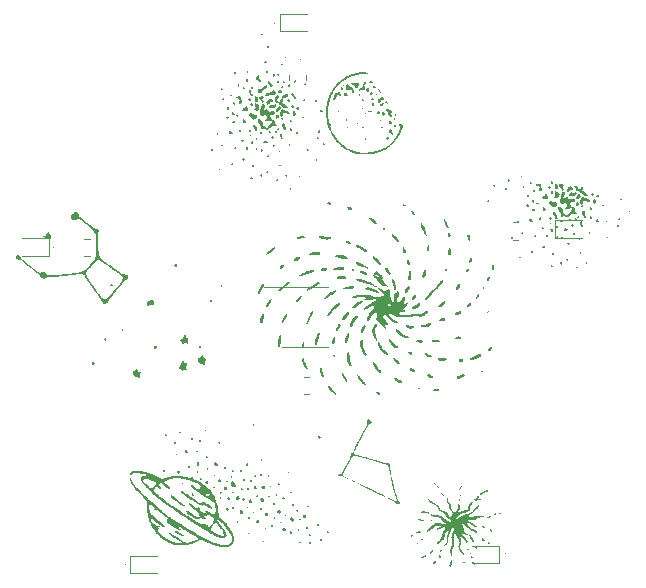
<source format=gbr>
%TF.GenerationSoftware,KiCad,Pcbnew,7.0.5-0*%
%TF.CreationDate,2024-04-01T07:30:38-07:00*%
%TF.ProjectId,StarNecklace,53746172-4e65-4636-9b6c-6163652e6b69,1*%
%TF.SameCoordinates,Original*%
%TF.FileFunction,Legend,Top*%
%TF.FilePolarity,Positive*%
%FSLAX46Y46*%
G04 Gerber Fmt 4.6, Leading zero omitted, Abs format (unit mm)*
G04 Created by KiCad (PCBNEW 7.0.5-0) date 2024-04-01 07:30:38*
%MOMM*%
%LPD*%
G01*
G04 APERTURE LIST*
%ADD10C,0.100000*%
%ADD11C,0.120000*%
G04 APERTURE END LIST*
D10*
X76305902Y-58625000D02*
G75*
G03*
X76305902Y-58625000I-55902J0D01*
G01*
X95030902Y-39650000D02*
G75*
G03*
X95030902Y-39650000I-55902J0D01*
G01*
X118380902Y-57100000D02*
G75*
G03*
X118380902Y-57100000I-55902J0D01*
G01*
X114555902Y-84550000D02*
G75*
G03*
X114555902Y-84550000I-55902J0D01*
G01*
X82330902Y-85500000D02*
G75*
G03*
X82330902Y-85500000I-55902J0D01*
G01*
X93410355Y-62575000D02*
G75*
G03*
X93410355Y-62575000I-35355J0D01*
G01*
D11*
%TO.C,D5*%
X113967000Y-85368800D02*
X113967000Y-83898800D01*
X113967000Y-83898800D02*
X111682000Y-83898800D01*
X111682000Y-85368800D02*
X113967000Y-85368800D01*
%TO.C,R5*%
X112355364Y-81406400D02*
X111901236Y-81406400D01*
X112355364Y-79936400D02*
X111901236Y-79936400D01*
%TO.C,D2*%
X75867000Y-59359200D02*
X75867000Y-57889200D01*
X75867000Y-57889200D02*
X73582000Y-57889200D01*
X73582000Y-59359200D02*
X75867000Y-59359200D01*
%TO.C,D3*%
X118743900Y-56365200D02*
X118743900Y-57835200D01*
X118743900Y-57835200D02*
X121028900Y-57835200D01*
X121028900Y-56365200D02*
X118743900Y-56365200D01*
%TO.C,G\u002A\u002A\u002A*%
G36*
X83294289Y-77546842D02*
G01*
X83337250Y-77547452D01*
X83542365Y-77556886D01*
X83703774Y-77577670D01*
X83792640Y-77600799D01*
X83896782Y-77632072D01*
X84028322Y-77662889D01*
X84127652Y-77681336D01*
X84241239Y-77703754D01*
X84337362Y-77730379D01*
X84390168Y-77752807D01*
X84458961Y-77787286D01*
X84551958Y-77822667D01*
X84572902Y-77829337D01*
X84671532Y-77864294D01*
X84796348Y-77915009D01*
X84924053Y-77971368D01*
X85031353Y-78023254D01*
X85075420Y-78047532D01*
X85261149Y-78151899D01*
X85411108Y-78220096D01*
X85522270Y-78251096D01*
X85591606Y-78243872D01*
X85608146Y-78228218D01*
X85645588Y-78204302D01*
X85723394Y-78173337D01*
X85800291Y-78149182D01*
X85925831Y-78112034D01*
X86053099Y-78071732D01*
X86110912Y-78052212D01*
X86223662Y-78026741D01*
X86381921Y-78009781D01*
X86570912Y-78001148D01*
X86775856Y-78000658D01*
X86981975Y-78008127D01*
X87174491Y-78023369D01*
X87338626Y-78046202D01*
X87436037Y-78068739D01*
X87599624Y-78116085D01*
X87717038Y-78144983D01*
X87799728Y-78156731D01*
X87859143Y-78152623D01*
X87906731Y-78133958D01*
X87923188Y-78123915D01*
X87999487Y-78083196D01*
X88050250Y-78088820D01*
X88094105Y-78145181D01*
X88105791Y-78166974D01*
X88158224Y-78233397D01*
X88249848Y-78296373D01*
X88357832Y-78349306D01*
X88462787Y-78396958D01*
X88547440Y-78437328D01*
X88594754Y-78462270D01*
X88596552Y-78463448D01*
X88637507Y-78491610D01*
X88712497Y-78543280D01*
X88805424Y-78607367D01*
X88807085Y-78608513D01*
X88907381Y-78676385D01*
X88997339Y-78734983D01*
X89054838Y-78770067D01*
X89107693Y-78807617D01*
X89126020Y-78834040D01*
X89149832Y-78861996D01*
X89211375Y-78909057D01*
X89273828Y-78950165D01*
X89417287Y-79062240D01*
X89563604Y-79216669D01*
X89699166Y-79397163D01*
X89810359Y-79587432D01*
X89815997Y-79598883D01*
X89905543Y-79785827D01*
X89970455Y-79929157D01*
X90014898Y-80038932D01*
X90043033Y-80125211D01*
X90055248Y-80176979D01*
X90084283Y-80274627D01*
X90124775Y-80359712D01*
X90150944Y-80424199D01*
X90168393Y-80526960D01*
X90178466Y-80677381D01*
X90180664Y-80750065D01*
X90188696Y-80920746D01*
X90203423Y-81041586D01*
X90224189Y-81107484D01*
X90227170Y-81111596D01*
X90251948Y-81170565D01*
X90266086Y-81260326D01*
X90267273Y-81291150D01*
X90278302Y-81387858D01*
X90305148Y-81460748D01*
X90313789Y-81472193D01*
X90390945Y-81550133D01*
X90490728Y-81644768D01*
X90600381Y-81744713D01*
X90707149Y-81838584D01*
X90798273Y-81914999D01*
X90860997Y-81962573D01*
X90868896Y-81967557D01*
X90933715Y-82018430D01*
X90970038Y-82069804D01*
X90995040Y-82117753D01*
X91046879Y-82199127D01*
X91115721Y-82298716D01*
X91138095Y-82329701D01*
X91221917Y-82454842D01*
X91314383Y-82608916D01*
X91399653Y-82765080D01*
X91426010Y-82817609D01*
X91491376Y-82957348D01*
X91532211Y-83062586D01*
X91553920Y-83151872D01*
X91561907Y-83243754D01*
X91562470Y-83285964D01*
X91555286Y-83415562D01*
X91527529Y-83520460D01*
X91469888Y-83635818D01*
X91469807Y-83635959D01*
X91410867Y-83725633D01*
X91353067Y-83792080D01*
X91317529Y-83816838D01*
X91269009Y-83843860D01*
X91257914Y-83863381D01*
X91229080Y-83909345D01*
X91148243Y-83947091D01*
X91023899Y-83975462D01*
X90864548Y-83993299D01*
X90678686Y-83999444D01*
X90474810Y-83992739D01*
X90370234Y-83984347D01*
X90240755Y-83967520D01*
X90127360Y-83944989D01*
X90049364Y-83920835D01*
X90035222Y-83913548D01*
X89953876Y-83875449D01*
X89858019Y-83847153D01*
X89856955Y-83846940D01*
X89768878Y-83822046D01*
X89656572Y-83780696D01*
X89582854Y-83749169D01*
X89466188Y-83695803D01*
X89350077Y-83642695D01*
X89293526Y-83616831D01*
X89186840Y-83568156D01*
X89081109Y-83520089D01*
X89065108Y-83512837D01*
X88971266Y-83467619D01*
X88887350Y-83423013D01*
X88882374Y-83420138D01*
X88774880Y-83379826D01*
X88667158Y-83391705D01*
X88593046Y-83424846D01*
X88501220Y-83474235D01*
X88420897Y-83516773D01*
X88357425Y-83560164D01*
X88324526Y-83599676D01*
X88287191Y-83629078D01*
X88212002Y-83654547D01*
X88178297Y-83661192D01*
X88068894Y-83689616D01*
X87966403Y-83732960D01*
X87950578Y-83742080D01*
X87834521Y-83789878D01*
X87664911Y-83825036D01*
X87447911Y-83846927D01*
X87189683Y-83854924D01*
X86902758Y-83848686D01*
X86725140Y-83839940D01*
X86594664Y-83830366D01*
X86497578Y-83817557D01*
X86420134Y-83799109D01*
X86348581Y-83772614D01*
X86276011Y-83739002D01*
X86179882Y-83693528D01*
X86106341Y-83661148D01*
X86071493Y-83648921D01*
X86037914Y-83633846D01*
X85968843Y-83594839D01*
X85879819Y-83541224D01*
X85786383Y-83482324D01*
X85714988Y-83434995D01*
X85631073Y-83378624D01*
X85518339Y-83304323D01*
X85399315Y-83226932D01*
X85387590Y-83219372D01*
X85324013Y-83172196D01*
X85290262Y-83135019D01*
X85288609Y-83129140D01*
X85264709Y-83096754D01*
X85215800Y-83063623D01*
X85155992Y-83018079D01*
X85080725Y-82943131D01*
X85032850Y-82887530D01*
X84968283Y-82807179D01*
X84917608Y-82744099D01*
X84897642Y-82719233D01*
X84865109Y-82673185D01*
X84819846Y-82603403D01*
X84816097Y-82597410D01*
X84760389Y-82515031D01*
X84707031Y-82445923D01*
X84671751Y-82394696D01*
X84616921Y-82303127D01*
X84550643Y-82185149D01*
X84494477Y-82080456D01*
X84419406Y-81932395D01*
X84368589Y-81814966D01*
X84334861Y-81706621D01*
X84311056Y-81585809D01*
X84297014Y-81486571D01*
X84276170Y-81341390D01*
X84252693Y-81202014D01*
X84230543Y-81091259D01*
X84222972Y-81060192D01*
X84205345Y-80948635D01*
X84197263Y-80788244D01*
X84199260Y-80590424D01*
X84200030Y-80569138D01*
X84201462Y-80492970D01*
X84331646Y-80492970D01*
X84335360Y-80601082D01*
X84362353Y-80758594D01*
X84374936Y-80817060D01*
X84407232Y-80949632D01*
X84440530Y-81065371D01*
X84469704Y-81147263D01*
X84481575Y-81170874D01*
X84531460Y-81230394D01*
X84619420Y-81318641D01*
X84735571Y-81426789D01*
X84870032Y-81546011D01*
X85012921Y-81667479D01*
X85154355Y-81782367D01*
X85242926Y-81850922D01*
X85406994Y-81976547D01*
X85526399Y-82072529D01*
X85606510Y-82143968D01*
X85652695Y-82195961D01*
X85670325Y-82233608D01*
X85668286Y-82254864D01*
X85628589Y-82284410D01*
X85557935Y-82283080D01*
X85476112Y-82253689D01*
X85425660Y-82220335D01*
X85367065Y-82175586D01*
X85280067Y-82113143D01*
X85212470Y-82066346D01*
X85121114Y-82002625D01*
X85033394Y-81937371D01*
X84933833Y-81858609D01*
X84806955Y-81754363D01*
X84775890Y-81728528D01*
X84714914Y-81686116D01*
X84671694Y-81669305D01*
X84625291Y-81650563D01*
X84582914Y-81618901D01*
X84542347Y-81587424D01*
X84528594Y-81604308D01*
X84527219Y-81647616D01*
X84556571Y-81768299D01*
X84643004Y-81898664D01*
X84784084Y-82035429D01*
X84857361Y-82092742D01*
X84965666Y-82173941D01*
X85066583Y-82251282D01*
X85140856Y-82309976D01*
X85149440Y-82317030D01*
X85238688Y-82391087D01*
X85156035Y-82462953D01*
X85103021Y-82526440D01*
X85087119Y-82596192D01*
X85110981Y-82675527D01*
X85177258Y-82767763D01*
X85288601Y-82876220D01*
X85447661Y-83004216D01*
X85657090Y-83155069D01*
X85771513Y-83233349D01*
X85882729Y-83306018D01*
X85977632Y-83363487D01*
X86043523Y-83398310D01*
X86064726Y-83405276D01*
X86115107Y-83426629D01*
X86141622Y-83451267D01*
X86190748Y-83484563D01*
X86277339Y-83522114D01*
X86350927Y-83546310D01*
X86448995Y-83576814D01*
X86523905Y-83604472D01*
X86552518Y-83618865D01*
X86619026Y-83647310D01*
X86720738Y-83666738D01*
X86837885Y-83676249D01*
X86950701Y-83674944D01*
X87039418Y-83661923D01*
X87079401Y-83642830D01*
X87111730Y-83597743D01*
X87096233Y-83564477D01*
X87027138Y-83533071D01*
X87013036Y-83528314D01*
X86926265Y-83487991D01*
X86858652Y-83437441D01*
X86857075Y-83435732D01*
X86790866Y-83385242D01*
X86704112Y-83344156D01*
X86701114Y-83343149D01*
X86633103Y-83314811D01*
X86599095Y-83289098D01*
X86598202Y-83285717D01*
X86573031Y-83260123D01*
X86509628Y-83223201D01*
X86476379Y-83207314D01*
X86402423Y-83168920D01*
X86359185Y-83136716D01*
X86354557Y-83127979D01*
X86329796Y-83100221D01*
X86268770Y-83063126D01*
X86254238Y-83055973D01*
X86184825Y-83009509D01*
X86122985Y-82946259D01*
X86079886Y-82881525D01*
X86066693Y-82830608D01*
X86077224Y-82813388D01*
X86123945Y-82808047D01*
X86176703Y-82825120D01*
X86202272Y-82853759D01*
X86202279Y-82854215D01*
X86227867Y-82877379D01*
X86290815Y-82907119D01*
X86304509Y-82912261D01*
X86391482Y-82955332D01*
X86460089Y-83008203D01*
X86461507Y-83009746D01*
X86516011Y-83055307D01*
X86554902Y-83070264D01*
X86602800Y-83088174D01*
X86669619Y-83132079D01*
X86679618Y-83139975D01*
X86764778Y-83199657D01*
X86849569Y-83245982D01*
X86850316Y-83246306D01*
X86916956Y-83287057D01*
X86952555Y-83328873D01*
X86990255Y-83369504D01*
X87011552Y-83374820D01*
X87059009Y-83393348D01*
X87128009Y-83439738D01*
X87152957Y-83459961D01*
X87304797Y-83564243D01*
X87460558Y-83626659D01*
X87605281Y-83641502D01*
X87623468Y-83639506D01*
X87747275Y-83616726D01*
X87887836Y-83582486D01*
X88027316Y-83542075D01*
X88147882Y-83500783D01*
X88231700Y-83463900D01*
X88246842Y-83454606D01*
X88315875Y-83417700D01*
X88365584Y-83405276D01*
X88427524Y-83388041D01*
X88473016Y-83361855D01*
X88507313Y-83332101D01*
X88508956Y-83303378D01*
X88473888Y-83257928D01*
X88441401Y-83223466D01*
X88372743Y-83164776D01*
X88268804Y-83091077D01*
X88148379Y-83015400D01*
X88106389Y-82991181D01*
X87940217Y-82897130D01*
X87805566Y-82819008D01*
X87680431Y-82743677D01*
X87542806Y-82658000D01*
X87450960Y-82599895D01*
X87342739Y-82533381D01*
X87243409Y-82476086D01*
X87173153Y-82439617D01*
X87169245Y-82437883D01*
X87109721Y-82402780D01*
X87085492Y-82370437D01*
X87058721Y-82349876D01*
X86992893Y-82339598D01*
X86978897Y-82339329D01*
X86898911Y-82348882D01*
X86876854Y-82375468D01*
X86913169Y-82415973D01*
X86963669Y-82445923D01*
X87037989Y-82498365D01*
X87054114Y-82543434D01*
X87013461Y-82573918D01*
X86936766Y-82582974D01*
X86853783Y-82575469D01*
X86813012Y-82547682D01*
X86802567Y-82522062D01*
X86761925Y-82470547D01*
X86723926Y-82461151D01*
X86663668Y-82440750D01*
X86589778Y-82389825D01*
X86567746Y-82369784D01*
X86502877Y-82313255D01*
X86452412Y-82281171D01*
X86441656Y-82278417D01*
X86397861Y-82260751D01*
X86333426Y-82217506D01*
X86689569Y-82217506D01*
X86715154Y-82242012D01*
X86752277Y-82247962D01*
X86794389Y-82236238D01*
X86796163Y-82217506D01*
X86752098Y-82189483D01*
X86733455Y-82187050D01*
X86694092Y-82204079D01*
X86689569Y-82217506D01*
X86333426Y-82217506D01*
X86333363Y-82217464D01*
X86323738Y-82209892D01*
X86251461Y-82157173D01*
X86150860Y-82090224D01*
X86064820Y-82036457D01*
X85891196Y-81931547D01*
X85910728Y-81758905D01*
X85930261Y-81586262D01*
X85633202Y-81347333D01*
X85498742Y-81237909D01*
X85362826Y-81125130D01*
X85242837Y-81023536D01*
X85167712Y-80958046D01*
X85058964Y-80861486D01*
X84944712Y-80760844D01*
X84862231Y-80688817D01*
X84772085Y-80609750D01*
X84688449Y-80534952D01*
X84649041Y-80498842D01*
X84563850Y-80441132D01*
X84474330Y-80406623D01*
X84399717Y-80401582D01*
X84352627Y-80428417D01*
X84331646Y-80492970D01*
X84201462Y-80492970D01*
X84203418Y-80388932D01*
X84198719Y-80248188D01*
X84186344Y-80155814D01*
X84180077Y-80136089D01*
X84150282Y-80093851D01*
X84083406Y-80015101D01*
X83985451Y-79906383D01*
X83862422Y-79774242D01*
X83720320Y-79625222D01*
X83567866Y-79468631D01*
X83362459Y-79257270D01*
X83196924Y-79080237D01*
X83066294Y-78930634D01*
X82965604Y-78801563D01*
X82889887Y-78686126D01*
X82834175Y-78577423D01*
X82793503Y-78468558D01*
X82762903Y-78352631D01*
X82762237Y-78349640D01*
X82740838Y-78249391D01*
X82734712Y-78194763D01*
X82745969Y-78171904D01*
X82776719Y-78166965D01*
X82790073Y-78166907D01*
X82834376Y-78183948D01*
X82866729Y-78243193D01*
X82882112Y-78296343D01*
X82909044Y-78387533D01*
X82937040Y-78457927D01*
X82944636Y-78471463D01*
X82981856Y-78527864D01*
X83031320Y-78602979D01*
X83034961Y-78608513D01*
X83103118Y-78699690D01*
X83207822Y-78824085D01*
X83341091Y-78973360D01*
X83494940Y-79139173D01*
X83661386Y-79313184D01*
X83832445Y-79487055D01*
X84000133Y-79652445D01*
X84156467Y-79801014D01*
X84293462Y-79924421D01*
X84300388Y-79930409D01*
X84380109Y-79999584D01*
X84486141Y-80092170D01*
X84599135Y-80191262D01*
X84631505Y-80219737D01*
X84831697Y-80395926D01*
X84991912Y-80536725D01*
X85117853Y-80647038D01*
X85215222Y-80731771D01*
X85289723Y-80795828D01*
X85347056Y-80844112D01*
X85392925Y-80881530D01*
X85433032Y-80912984D01*
X85471542Y-80942225D01*
X85560138Y-81012535D01*
X85660279Y-81097168D01*
X85699761Y-81132105D01*
X85823315Y-81242002D01*
X85917182Y-81321074D01*
X85995573Y-81380726D01*
X86072699Y-81432359D01*
X86078467Y-81435999D01*
X86135722Y-81472304D01*
X86187839Y-81506420D01*
X86248748Y-81547802D01*
X86332376Y-81605905D01*
X86444600Y-81684532D01*
X86543478Y-81752131D01*
X86640927Y-81816015D01*
X86674057Y-81836811D01*
X86719932Y-81865303D01*
X86772257Y-81898681D01*
X86840284Y-81943009D01*
X86933263Y-82004350D01*
X87060446Y-82088766D01*
X87188745Y-82174132D01*
X87247174Y-82212810D01*
X87300564Y-82247344D01*
X87366218Y-82288727D01*
X87461438Y-82347955D01*
X87496643Y-82369784D01*
X87603623Y-82436211D01*
X87676473Y-82481874D01*
X87732899Y-82517996D01*
X87790605Y-82555805D01*
X87804541Y-82565009D01*
X88139509Y-82777089D01*
X88475653Y-82969815D01*
X88833165Y-83154229D01*
X89186931Y-83320879D01*
X89285927Y-83367164D01*
X89374242Y-83410616D01*
X89400120Y-83424113D01*
X89481640Y-83464973D01*
X89576439Y-83508651D01*
X89582854Y-83511454D01*
X89682144Y-83557016D01*
X89775426Y-83603357D01*
X89778398Y-83604926D01*
X89859354Y-83639286D01*
X89969265Y-83675690D01*
X90037271Y-83694337D01*
X90158644Y-83727505D01*
X90277931Y-83764739D01*
X90329017Y-83782802D01*
X90416902Y-83804718D01*
X90538252Y-83820276D01*
X90677677Y-83829272D01*
X90819782Y-83831502D01*
X90949177Y-83826760D01*
X91050470Y-83814843D01*
X91108266Y-83795546D01*
X91111074Y-83793190D01*
X91166410Y-83748385D01*
X91228369Y-83705514D01*
X91305619Y-83621503D01*
X91351147Y-83494066D01*
X91363130Y-83332843D01*
X91339745Y-83147475D01*
X91336585Y-83133174D01*
X91307492Y-83021590D01*
X91271054Y-82922742D01*
X91220052Y-82823464D01*
X91147268Y-82710589D01*
X91045484Y-82570950D01*
X90984495Y-82490926D01*
X90911959Y-82397250D01*
X90848019Y-82316866D01*
X90781435Y-82236257D01*
X90700968Y-82141905D01*
X90595381Y-82020295D01*
X90549415Y-81967651D01*
X90484849Y-81901519D01*
X90431513Y-81860205D01*
X90413842Y-81853442D01*
X90371543Y-81828253D01*
X90344245Y-81791127D01*
X90285385Y-81740798D01*
X90216022Y-81730216D01*
X90152918Y-81732955D01*
X90142061Y-81748158D01*
X90172111Y-81783513D01*
X90206076Y-81821070D01*
X90251233Y-81876445D01*
X90314598Y-81958644D01*
X90403189Y-82076675D01*
X90458929Y-82151661D01*
X90521210Y-82231039D01*
X90572662Y-82292205D01*
X90646360Y-82388332D01*
X90719545Y-82504780D01*
X90787633Y-82630996D01*
X90846039Y-82756425D01*
X90890181Y-82870510D01*
X90915473Y-82962698D01*
X90917333Y-83022433D01*
X90897335Y-83039808D01*
X90867232Y-83064357D01*
X90837778Y-83114409D01*
X90771586Y-83190622D01*
X90663488Y-83231061D01*
X90520096Y-83236777D01*
X90348021Y-83208824D01*
X90153874Y-83148253D01*
X89944267Y-83056118D01*
X89734298Y-82938740D01*
X89634426Y-82877418D01*
X89534392Y-82816632D01*
X89525696Y-82811391D01*
X89403616Y-82736864D01*
X89238717Y-82634602D01*
X89071960Y-82530200D01*
X89600397Y-82530200D01*
X89635684Y-82585679D01*
X89700288Y-82647304D01*
X89900115Y-82796141D01*
X90113177Y-82912160D01*
X90182016Y-82940477D01*
X90290131Y-82981460D01*
X90396927Y-83022645D01*
X90405156Y-83025861D01*
X90501073Y-83059069D01*
X90566857Y-83067346D01*
X90626624Y-83053461D01*
X90631083Y-83051778D01*
X90666245Y-83011139D01*
X90678633Y-82920857D01*
X90678703Y-82907113D01*
X90654477Y-82783383D01*
X90588955Y-82643447D01*
X90491426Y-82505033D01*
X90436483Y-82444852D01*
X90391349Y-82390329D01*
X90374434Y-82353485D01*
X90354944Y-82319566D01*
X90302837Y-82252734D01*
X90227289Y-82164390D01*
X90179206Y-82110911D01*
X89984245Y-81897722D01*
X89859688Y-82025982D01*
X89792087Y-82103469D01*
X89746852Y-82170403D01*
X89735132Y-82203104D01*
X89720118Y-82269653D01*
X89685367Y-82345652D01*
X89646314Y-82397962D01*
X89643311Y-82400240D01*
X89617540Y-82438854D01*
X89601466Y-82479798D01*
X89600397Y-82530200D01*
X89071960Y-82530200D01*
X89039410Y-82509821D01*
X89034653Y-82506831D01*
X88960402Y-82459549D01*
X88853908Y-82390976D01*
X88733890Y-82313184D01*
X88687511Y-82282986D01*
X88579600Y-82214712D01*
X88489352Y-82161468D01*
X88429765Y-82130739D01*
X88415047Y-82126139D01*
X88371466Y-82110557D01*
X88300999Y-82071572D01*
X88274899Y-82054995D01*
X88197790Y-82004241D01*
X88090196Y-81933338D01*
X87972465Y-81855695D01*
X87944736Y-81837399D01*
X87831807Y-81763795D01*
X87727874Y-81697646D01*
X87651132Y-81650490D01*
X87636635Y-81642057D01*
X87538685Y-81582891D01*
X87405970Y-81497801D01*
X87253088Y-81396541D01*
X87094641Y-81288870D01*
X86945228Y-81184543D01*
X86857075Y-81121103D01*
X86759649Y-81050779D01*
X86657039Y-80978027D01*
X86643885Y-80968825D01*
X86544403Y-80898501D01*
X86443309Y-80825749D01*
X86430696Y-80816547D01*
X86333162Y-80746026D01*
X86230774Y-80673147D01*
X86218155Y-80664269D01*
X86141613Y-80608517D01*
X86037546Y-80530124D01*
X85926131Y-80444322D01*
X85905538Y-80428238D01*
X85809625Y-80355440D01*
X85730943Y-80299993D01*
X85682279Y-80270752D01*
X85674574Y-80268345D01*
X85641070Y-80250052D01*
X85572496Y-80200798D01*
X85480238Y-80129021D01*
X85414895Y-80075882D01*
X85307278Y-79987943D01*
X85210401Y-79910565D01*
X85138379Y-79854941D01*
X85114519Y-79837705D01*
X85030939Y-79775198D01*
X84920407Y-79683901D01*
X84789888Y-79570420D01*
X84646341Y-79441362D01*
X84496731Y-79303332D01*
X84348018Y-79162937D01*
X84316735Y-79132697D01*
X84750798Y-79132697D01*
X84751101Y-79202100D01*
X84789088Y-79281286D01*
X84867781Y-79375849D01*
X84990203Y-79491385D01*
X85159375Y-79633487D01*
X85218713Y-79681348D01*
X85323490Y-79764848D01*
X85413016Y-79834660D01*
X85500618Y-79900664D01*
X85599624Y-79972737D01*
X85723361Y-80060758D01*
X85866847Y-80161751D01*
X85992273Y-80251557D01*
X86122318Y-80347445D01*
X86231163Y-80430344D01*
X86241974Y-80438828D01*
X86340443Y-80513239D01*
X86434544Y-80579049D01*
X86491607Y-80614773D01*
X86557568Y-80655916D01*
X86655140Y-80721800D01*
X86767137Y-80800709D01*
X86811391Y-80832758D01*
X86926878Y-80915167D01*
X87037239Y-80990590D01*
X87124054Y-81046546D01*
X87146403Y-81059751D01*
X87238689Y-81116769D01*
X87342048Y-81187475D01*
X87374821Y-81211522D01*
X87477650Y-81281201D01*
X87587380Y-81344579D01*
X87618897Y-81360239D01*
X87704608Y-81407037D01*
X87770106Y-81454533D01*
X87782518Y-81467182D01*
X87832053Y-81507990D01*
X87860531Y-81517026D01*
X87905082Y-81537523D01*
X87963065Y-81587206D01*
X87966405Y-81590717D01*
X88045352Y-81656357D01*
X88123992Y-81701006D01*
X88185468Y-81733008D01*
X88212307Y-81759927D01*
X88212350Y-81760672D01*
X88237690Y-81786048D01*
X88299839Y-81818124D01*
X88311331Y-81822817D01*
X88399302Y-81865303D01*
X88471223Y-81912243D01*
X88537508Y-81955888D01*
X88629373Y-82003962D01*
X88660265Y-82017945D01*
X88758783Y-82052152D01*
X88843751Y-82055456D01*
X88914269Y-82041350D01*
X89011466Y-82028621D01*
X89106470Y-82034946D01*
X89180937Y-82056906D01*
X89216523Y-82091078D01*
X89217386Y-82097881D01*
X89241758Y-82128362D01*
X89301437Y-82167887D01*
X89311487Y-82173236D01*
X89371963Y-82208654D01*
X89384724Y-82236686D01*
X89357623Y-82274896D01*
X89357170Y-82275397D01*
X89318914Y-82331541D01*
X89308753Y-82364568D01*
X89329850Y-82395466D01*
X89374153Y-82395959D01*
X89413177Y-82367869D01*
X89418411Y-82357558D01*
X89459274Y-82314177D01*
X89491201Y-82300123D01*
X89538481Y-82265455D01*
X89591628Y-82195337D01*
X89611536Y-82160072D01*
X89655248Y-82085498D01*
X89692479Y-82040639D01*
X89704122Y-82034772D01*
X89728288Y-82008139D01*
X89755611Y-81941020D01*
X89765839Y-81905336D01*
X89794781Y-81802379D01*
X89825009Y-81709736D01*
X89831293Y-81692933D01*
X89846602Y-81632464D01*
X89831331Y-81579336D01*
X89780118Y-81510643D01*
X89717671Y-81453863D01*
X89624555Y-81388233D01*
X89518996Y-81324504D01*
X89419218Y-81273429D01*
X89343446Y-81245758D01*
X89327474Y-81243608D01*
X89290322Y-81263488D01*
X89235780Y-81312869D01*
X89229947Y-81319065D01*
X89164194Y-81371740D01*
X89101493Y-81395134D01*
X89098816Y-81395204D01*
X89036066Y-81407761D01*
X89028313Y-81442871D01*
X89075656Y-81496689D01*
X89095743Y-81512343D01*
X89160072Y-81575504D01*
X89172856Y-81624641D01*
X89142683Y-81655432D01*
X89078142Y-81663556D01*
X88987821Y-81644691D01*
X88904876Y-81608393D01*
X88820633Y-81569799D01*
X88750948Y-81548776D01*
X88737533Y-81547482D01*
X88680219Y-81571241D01*
X88645797Y-81608393D01*
X88584432Y-81655713D01*
X88496632Y-81669668D01*
X88407085Y-81650005D01*
X88352130Y-81611409D01*
X88285240Y-81564896D01*
X88198192Y-81534464D01*
X88116391Y-81507909D01*
X88059051Y-81470073D01*
X88057943Y-81468778D01*
X88003613Y-81423249D01*
X87926644Y-81378542D01*
X87925446Y-81377976D01*
X87750996Y-81273351D01*
X87607883Y-81143149D01*
X87558412Y-81079582D01*
X87486170Y-80973126D01*
X87575433Y-80942009D01*
X87642973Y-80926356D01*
X87685812Y-80948071D01*
X87713609Y-80985542D01*
X87759651Y-81039716D01*
X87797088Y-81061039D01*
X87840025Y-81078731D01*
X87910256Y-81122757D01*
X87951289Y-81152406D01*
X88026868Y-81205205D01*
X88084729Y-81237823D01*
X88101604Y-81242926D01*
X88145193Y-81261470D01*
X88195160Y-81298908D01*
X88267733Y-81348515D01*
X88358547Y-81392936D01*
X88364629Y-81395291D01*
X88450673Y-81434359D01*
X88518040Y-81475635D01*
X88522602Y-81479342D01*
X88576247Y-81506139D01*
X88606355Y-81502985D01*
X88634383Y-81456244D01*
X88634042Y-81392346D01*
X88607339Y-81348943D01*
X88590486Y-81308310D01*
X88593312Y-81236219D01*
X88593903Y-81232937D01*
X88599010Y-81172364D01*
X88580482Y-81123794D01*
X88528093Y-81068785D01*
X88480629Y-81028685D01*
X88379723Y-80950409D01*
X88259428Y-80863304D01*
X88181895Y-80810321D01*
X88078206Y-80734715D01*
X87971528Y-80645210D01*
X87871427Y-80551457D01*
X87787465Y-80463103D01*
X87729209Y-80389798D01*
X87706221Y-80341190D01*
X87707994Y-80332231D01*
X87758167Y-80300811D01*
X87837676Y-80322044D01*
X87933867Y-80385602D01*
X88053142Y-80475949D01*
X88170419Y-80559712D01*
X88274226Y-80629213D01*
X88353088Y-80676774D01*
X88395533Y-80694720D01*
X88395843Y-80694724D01*
X88443472Y-80679295D01*
X88495431Y-80650334D01*
X88569985Y-80622901D01*
X88621827Y-80650947D01*
X88648719Y-80732581D01*
X88652038Y-80782553D01*
X88662127Y-80870818D01*
X88699285Y-80932733D01*
X88758855Y-80982812D01*
X88832659Y-81031017D01*
X88890483Y-81058067D01*
X88902333Y-81060192D01*
X88951320Y-81080436D01*
X88995397Y-81116811D01*
X89054359Y-81160697D01*
X89123698Y-81190423D01*
X89184055Y-81200611D01*
X89216068Y-81185884D01*
X89217386Y-81178473D01*
X89196787Y-81135621D01*
X89146494Y-81077755D01*
X89139533Y-81071164D01*
X89087409Y-81005316D01*
X89084576Y-80958169D01*
X89121411Y-80932953D01*
X89188291Y-80932901D01*
X89275594Y-80961242D01*
X89346580Y-81001641D01*
X89427250Y-81052179D01*
X89490135Y-81084230D01*
X89510600Y-81090093D01*
X89556710Y-81111780D01*
X89584654Y-81138500D01*
X89655107Y-81195512D01*
X89744959Y-81234399D01*
X89829062Y-81246250D01*
X89864469Y-81237656D01*
X89920795Y-81184167D01*
X89976061Y-81093220D01*
X90019250Y-80987446D01*
X90039345Y-80889480D01*
X90039689Y-80877693D01*
X90027344Y-80782214D01*
X89997639Y-80683498D01*
X89997444Y-80683030D01*
X89964746Y-80585391D01*
X89937291Y-80471733D01*
X89932996Y-80447977D01*
X89905309Y-80322773D01*
X89864367Y-80239766D01*
X89797495Y-80180246D01*
X89724914Y-80140823D01*
X89583984Y-80068859D01*
X89430453Y-79983740D01*
X89291509Y-79900810D01*
X89235777Y-79864808D01*
X89147937Y-79806093D01*
X89075797Y-79758214D01*
X88815653Y-79580556D01*
X89186931Y-79580556D01*
X89213493Y-79628479D01*
X89283986Y-79653872D01*
X89384619Y-79653656D01*
X89453418Y-79640037D01*
X89506833Y-79609907D01*
X89521943Y-79579542D01*
X89502786Y-79553436D01*
X89439315Y-79540224D01*
X89354437Y-79537410D01*
X89251590Y-79541993D01*
X89199192Y-79557439D01*
X89186931Y-79580556D01*
X88815653Y-79580556D01*
X88785899Y-79560236D01*
X88526835Y-79370396D01*
X88486451Y-79339293D01*
X88402738Y-79276949D01*
X88333113Y-79229756D01*
X88303717Y-79213203D01*
X88245516Y-79175947D01*
X88167284Y-79110504D01*
X88081785Y-79029682D01*
X88001778Y-78946294D01*
X87940024Y-78873148D01*
X87909284Y-78823056D01*
X87907940Y-78815886D01*
X87922085Y-78765027D01*
X87966698Y-78754653D01*
X88044194Y-78785859D01*
X88156988Y-78859742D01*
X88307493Y-78977396D01*
X88359602Y-79020753D01*
X88422700Y-79063708D01*
X88470081Y-79080576D01*
X88521195Y-79101949D01*
X88547084Y-79125924D01*
X88594752Y-79156240D01*
X88629480Y-79132134D01*
X88630583Y-79126259D01*
X89034653Y-79126259D01*
X89049880Y-79141487D01*
X89065108Y-79126259D01*
X89049880Y-79111031D01*
X89034653Y-79126259D01*
X88630583Y-79126259D01*
X88638729Y-79082885D01*
X88656808Y-79020886D01*
X88680863Y-78981325D01*
X88821013Y-78981325D01*
X88844902Y-79010358D01*
X88897602Y-79019664D01*
X88954855Y-79010348D01*
X88973741Y-78992467D01*
X88948776Y-78959163D01*
X88895818Y-78939560D01*
X88849170Y-78945224D01*
X88821013Y-78981325D01*
X88680863Y-78981325D01*
X88699641Y-78950443D01*
X88735317Y-78905358D01*
X88756531Y-78870216D01*
X88757411Y-78839006D01*
X88732087Y-78805718D01*
X88674687Y-78764342D01*
X88579340Y-78708867D01*
X88440176Y-78633283D01*
X88334173Y-78576302D01*
X88209914Y-78516545D01*
X88080933Y-78465740D01*
X87983933Y-78437110D01*
X87880368Y-78409373D01*
X87792119Y-78376395D01*
X87763896Y-78361640D01*
X87701457Y-78336927D01*
X87599012Y-78311152D01*
X87477159Y-78289373D01*
X87459340Y-78286879D01*
X87315699Y-78264232D01*
X87168655Y-78235796D01*
X87052516Y-78208356D01*
X86891302Y-78180832D01*
X86701678Y-78175000D01*
X86496186Y-78188490D01*
X86287369Y-78218931D01*
X86087769Y-78263952D01*
X85909928Y-78321182D01*
X85766389Y-78388252D01*
X85669695Y-78462790D01*
X85662697Y-78471044D01*
X85651277Y-78493251D01*
X85655700Y-78520490D01*
X85681519Y-78558951D01*
X85734286Y-78614828D01*
X85819553Y-78694310D01*
X85942875Y-78803591D01*
X86025755Y-78875876D01*
X86093011Y-78946535D01*
X86133494Y-79012819D01*
X86141703Y-79061805D01*
X86112894Y-79080576D01*
X86046556Y-79065747D01*
X85960593Y-79030246D01*
X85885821Y-78987553D01*
X85868084Y-78973485D01*
X85820839Y-78930307D01*
X85746989Y-78862839D01*
X85684533Y-78805789D01*
X85588362Y-78725530D01*
X85489013Y-78654241D01*
X85435813Y-78622397D01*
X85362300Y-78587255D01*
X85317188Y-78581315D01*
X85275854Y-78603796D01*
X85259480Y-78616803D01*
X85217705Y-78660287D01*
X85212126Y-78708881D01*
X85229689Y-78769048D01*
X85269906Y-78846543D01*
X85319663Y-78898082D01*
X85322269Y-78899556D01*
X85367046Y-78948279D01*
X85379056Y-79011916D01*
X85353740Y-79062431D01*
X85349242Y-79065520D01*
X85308986Y-79060337D01*
X85237973Y-79026842D01*
X85180209Y-78991178D01*
X85096738Y-78939270D01*
X85030439Y-78905894D01*
X85005368Y-78898985D01*
X84962626Y-78918199D01*
X84894142Y-78965937D01*
X84851161Y-79000864D01*
X84785159Y-79067483D01*
X84750798Y-79132697D01*
X84316735Y-79132697D01*
X84207165Y-79026782D01*
X84081134Y-78901475D01*
X83976888Y-78793621D01*
X83901388Y-78709826D01*
X83861597Y-78656697D01*
X83857195Y-78644670D01*
X83839159Y-78605482D01*
X83794559Y-78543241D01*
X83782226Y-78528211D01*
X83721272Y-78434457D01*
X83691205Y-78363452D01*
X83857195Y-78363452D01*
X83878542Y-78407110D01*
X83936177Y-78481248D01*
X84020490Y-78576304D01*
X84121868Y-78682714D01*
X84230703Y-78790915D01*
X84337383Y-78891344D01*
X84432297Y-78974436D01*
X84505834Y-79030630D01*
X84547537Y-79050392D01*
X84608695Y-79024929D01*
X84695043Y-78952222D01*
X84767910Y-78875000D01*
X84856196Y-78766832D01*
X84905150Y-78684079D01*
X84922389Y-78613345D01*
X84922711Y-78602697D01*
X84918641Y-78542346D01*
X84898246Y-78499636D01*
X84850209Y-78465707D01*
X84763211Y-78431703D01*
X84664269Y-78400418D01*
X84430998Y-78336205D01*
X84231150Y-78295489D01*
X84069308Y-78278479D01*
X83950053Y-78285387D01*
X83877970Y-78316420D01*
X83857195Y-78363452D01*
X83691205Y-78363452D01*
X83677362Y-78330762D01*
X83676398Y-78327353D01*
X83668212Y-78202400D01*
X83712313Y-78098773D01*
X83802409Y-78027524D01*
X83857874Y-78008594D01*
X84008554Y-77972026D01*
X84106328Y-77944415D01*
X84158056Y-77922959D01*
X84170598Y-77904857D01*
X84152518Y-77888244D01*
X84099798Y-77869922D01*
X84004476Y-77846358D01*
X83884130Y-77821743D01*
X83840596Y-77813872D01*
X83712323Y-77789791D01*
X83599700Y-77765633D01*
X83521984Y-77745622D01*
X83507977Y-77740916D01*
X83426376Y-77729278D01*
X83308088Y-77735054D01*
X83173711Y-77754960D01*
X83043845Y-77785712D01*
X82939089Y-77824026D01*
X82918346Y-77834915D01*
X82832180Y-77873752D01*
X82781936Y-77866365D01*
X82761819Y-77810910D01*
X82760792Y-77784846D01*
X82781286Y-77720631D01*
X82848507Y-77654540D01*
X82888029Y-77626751D01*
X82948866Y-77589026D01*
X83004360Y-77564917D01*
X83070061Y-77551680D01*
X83161521Y-77546570D01*
X83294289Y-77546842D01*
G37*
G36*
X109651790Y-79921632D02*
G01*
X109653118Y-79948025D01*
X109664732Y-80034505D01*
X109705567Y-80118830D01*
X109784610Y-80218153D01*
X109808091Y-80243797D01*
X109891411Y-80347187D01*
X109937614Y-80448463D01*
X109955999Y-80572534D01*
X109957674Y-80644567D01*
X109960740Y-80730443D01*
X109976117Y-80794468D01*
X110013073Y-80856057D01*
X110080877Y-80934625D01*
X110112170Y-80968192D01*
X110195235Y-81052635D01*
X110248665Y-81095169D01*
X110280932Y-81101403D01*
X110294437Y-81088857D01*
X110319038Y-81039591D01*
X110322676Y-81024298D01*
X110341792Y-80987413D01*
X110362240Y-80963387D01*
X110399124Y-80915134D01*
X110451383Y-80834971D01*
X110486173Y-80777067D01*
X110538036Y-80658410D01*
X110554560Y-80550531D01*
X110535026Y-80467630D01*
X110503533Y-80434403D01*
X110474084Y-80398539D01*
X110495373Y-80371255D01*
X110557360Y-80365175D01*
X110558490Y-80365303D01*
X110611801Y-80379346D01*
X110642319Y-80417001D01*
X110662656Y-80495538D01*
X110665622Y-80511991D01*
X110677037Y-80611610D01*
X110676713Y-80696445D01*
X110673537Y-80716777D01*
X110644921Y-80786720D01*
X110593902Y-80875798D01*
X110534801Y-80961958D01*
X110481936Y-81023151D01*
X110466857Y-81035029D01*
X110440206Y-81063286D01*
X110460340Y-81078462D01*
X110513915Y-81077192D01*
X110572846Y-81061734D01*
X110646634Y-81038166D01*
X110760267Y-81005086D01*
X110894561Y-80967998D01*
X110962710Y-80949869D01*
X111137515Y-80896912D01*
X111259473Y-80840574D01*
X111336559Y-80774176D01*
X111376748Y-80691040D01*
X111387994Y-80593741D01*
X111410977Y-80452802D01*
X111470899Y-80333656D01*
X111558399Y-80248420D01*
X111664117Y-80209210D01*
X111686032Y-80207960D01*
X111753416Y-80214136D01*
X111784733Y-80229883D01*
X111785012Y-80231709D01*
X111764861Y-80264718D01*
X111712908Y-80324265D01*
X111663190Y-80374940D01*
X111594534Y-80446419D01*
X111558118Y-80505413D01*
X111543783Y-80577017D01*
X111541367Y-80675935D01*
X111538859Y-80778915D01*
X111524207Y-80846991D01*
X111486723Y-80904297D01*
X111415717Y-80974966D01*
X111404138Y-80985767D01*
X111274050Y-81085623D01*
X111140609Y-81137667D01*
X110993148Y-81151559D01*
X110866934Y-81173628D01*
X110728806Y-81232614D01*
X110594355Y-81317681D01*
X110479171Y-81417995D01*
X110398845Y-81522721D01*
X110374259Y-81581645D01*
X110372539Y-81620629D01*
X110407221Y-81626274D01*
X110440240Y-81619666D01*
X110519358Y-81586012D01*
X110566787Y-81548638D01*
X110619363Y-81508711D01*
X110707027Y-81460448D01*
X110779976Y-81427384D01*
X110883277Y-81379419D01*
X110971342Y-81329337D01*
X111010357Y-81300595D01*
X111087290Y-81258588D01*
X111173163Y-81242926D01*
X111271965Y-81229104D01*
X111353934Y-81199597D01*
X111430059Y-81161055D01*
X111531173Y-81112592D01*
X111581255Y-81089406D01*
X111704381Y-81018178D01*
X111814676Y-80927801D01*
X111895607Y-80833384D01*
X111925325Y-80774915D01*
X111959194Y-80717236D01*
X112021381Y-80645451D01*
X112097531Y-80572555D01*
X112173290Y-80511540D01*
X112234303Y-80475400D01*
X112260253Y-80471741D01*
X112290102Y-80506428D01*
X112302031Y-80563031D01*
X112294439Y-80614426D01*
X112269814Y-80633813D01*
X112237233Y-80654424D01*
X112171468Y-80710813D01*
X112081513Y-80794810D01*
X111976361Y-80898248D01*
X111956019Y-80918803D01*
X111804993Y-81065023D01*
X111681344Y-81169901D01*
X111588959Y-81230234D01*
X111565892Y-81239858D01*
X111479187Y-81284654D01*
X111442675Y-81348846D01*
X111439590Y-81387971D01*
X111456873Y-81413668D01*
X111506715Y-81432878D01*
X111601309Y-81452542D01*
X111635765Y-81458769D01*
X111762591Y-81477456D01*
X111862089Y-81478799D01*
X111965652Y-81461651D01*
X112034708Y-81444195D01*
X112208823Y-81398177D01*
X112337098Y-81367341D01*
X112432288Y-81350235D01*
X112507149Y-81345410D01*
X112574436Y-81351416D01*
X112646905Y-81366802D01*
X112668226Y-81372174D01*
X112835732Y-81415054D01*
X112592087Y-81446876D01*
X112432629Y-81474639D01*
X112302507Y-81516717D01*
X112170261Y-81583621D01*
X112153197Y-81593557D01*
X111957953Y-81708418D01*
X111643066Y-81689151D01*
X111501937Y-81681212D01*
X111410729Y-81679063D01*
X111358611Y-81684056D01*
X111334754Y-81697542D01*
X111328329Y-81720872D01*
X111328178Y-81728453D01*
X111355038Y-81784276D01*
X111396703Y-81807742D01*
X111459482Y-81835567D01*
X111549251Y-81885508D01*
X111617506Y-81928015D01*
X111729536Y-81997331D01*
X111862748Y-82074257D01*
X111960132Y-82127190D01*
X112078700Y-82197311D01*
X112140177Y-82254069D01*
X112150480Y-82283070D01*
X112137911Y-82329993D01*
X112122549Y-82339329D01*
X112061241Y-82323457D01*
X111962484Y-82280275D01*
X111839392Y-82216432D01*
X111705084Y-82138577D01*
X111617506Y-82083297D01*
X111515281Y-82019025D01*
X111430270Y-81970351D01*
X111376793Y-81945316D01*
X111368738Y-81943611D01*
X111309807Y-81933067D01*
X111284985Y-81924919D01*
X111246647Y-81928102D01*
X111237024Y-81962792D01*
X111256932Y-82006350D01*
X111281338Y-82026209D01*
X111321996Y-82062612D01*
X111383663Y-82132692D01*
X111444745Y-82210462D01*
X111548858Y-82339799D01*
X111639419Y-82425102D01*
X111730265Y-82476744D01*
X111835237Y-82505095D01*
X111838712Y-82505688D01*
X111944081Y-82541248D01*
X112041941Y-82603916D01*
X112115975Y-82680056D01*
X112149866Y-82756031D01*
X112150480Y-82766253D01*
X112134355Y-82828125D01*
X112095132Y-82838994D01*
X112053583Y-82803757D01*
X111947349Y-82709218D01*
X111798270Y-82649098D01*
X111724879Y-82635360D01*
X111617571Y-82608738D01*
X111540114Y-82553025D01*
X111511689Y-82520068D01*
X111379761Y-82370160D01*
X111229380Y-82235365D01*
X111044898Y-82102510D01*
X110926965Y-82027777D01*
X110868359Y-81994462D01*
X110845132Y-81997258D01*
X110840898Y-82040169D01*
X110840888Y-82048821D01*
X110851305Y-82112427D01*
X110869015Y-82139928D01*
X110896933Y-82183481D01*
X110935664Y-82285673D01*
X110984778Y-82445277D01*
X111019151Y-82568457D01*
X111057222Y-82659090D01*
X111126269Y-82741484D01*
X111207107Y-82808982D01*
X111296742Y-82885093D01*
X111335160Y-82937134D01*
X111332050Y-82956752D01*
X111280259Y-82972755D01*
X111199976Y-82966281D01*
X111117033Y-82942410D01*
X111057257Y-82906221D01*
X111053408Y-82901952D01*
X111000230Y-82867014D01*
X110937298Y-82857665D01*
X110894022Y-82877941D01*
X110892840Y-82879916D01*
X110888812Y-82945714D01*
X110927697Y-83032217D01*
X111001664Y-83126434D01*
X111088571Y-83204656D01*
X111227508Y-83327684D01*
X111310668Y-83439695D01*
X111337281Y-83538852D01*
X111306576Y-83623321D01*
X111276882Y-83653579D01*
X111228780Y-83667140D01*
X111192322Y-83629065D01*
X111175863Y-83548540D01*
X111175689Y-83542326D01*
X111152388Y-83492261D01*
X111092532Y-83419560D01*
X111009245Y-83336828D01*
X110915649Y-83256674D01*
X110824871Y-83191703D01*
X110789448Y-83171302D01*
X110753437Y-83152929D01*
X110731549Y-83148533D01*
X110723651Y-83167085D01*
X110729606Y-83217560D01*
X110749281Y-83308931D01*
X110782541Y-83450171D01*
X110785096Y-83460982D01*
X110805551Y-83566174D01*
X110804872Y-83645408D01*
X110781280Y-83730484D01*
X110768055Y-83765538D01*
X110717784Y-83904562D01*
X110696205Y-84007601D01*
X110706270Y-84093872D01*
X110750927Y-84182595D01*
X110833128Y-84292988D01*
X110852771Y-84317427D01*
X110956816Y-84460685D01*
X111014190Y-84574326D01*
X111024058Y-84656088D01*
X110993719Y-84699299D01*
X110963400Y-84685295D01*
X110912237Y-84630931D01*
X110851118Y-84547840D01*
X110849054Y-84544739D01*
X110778958Y-84438973D01*
X110712673Y-84338833D01*
X110671677Y-84276797D01*
X110621839Y-84183695D01*
X110578237Y-84074197D01*
X110571391Y-84052185D01*
X110551343Y-83964804D01*
X110554667Y-83894055D01*
X110584182Y-83808901D01*
X110595938Y-83781827D01*
X110632840Y-83683989D01*
X110655142Y-83597045D01*
X110658154Y-83567697D01*
X110639357Y-83476089D01*
X110591596Y-83366348D01*
X110527820Y-83264542D01*
X110482192Y-83213404D01*
X110436444Y-83150206D01*
X110394679Y-83057758D01*
X110383788Y-83023635D01*
X110343223Y-82915084D01*
X110297010Y-82849383D01*
X110251156Y-82833507D01*
X110230752Y-82845915D01*
X110198235Y-82911774D01*
X110176545Y-83027017D01*
X110166708Y-83180907D01*
X110169750Y-83362712D01*
X110174407Y-83435732D01*
X110184775Y-83603305D01*
X110184770Y-83725928D01*
X110172403Y-83818980D01*
X110145690Y-83897840D01*
X110104844Y-83974235D01*
X110077187Y-84033991D01*
X110057555Y-84113972D01*
X110043942Y-84226777D01*
X110034343Y-84385007D01*
X110032512Y-84428637D01*
X110026048Y-84569433D01*
X110018994Y-84686185D01*
X110012216Y-84766479D01*
X110006738Y-84797779D01*
X109988347Y-84779649D01*
X109953342Y-84720639D01*
X109923914Y-84663160D01*
X109883133Y-84549405D01*
X109858300Y-84419408D01*
X109850804Y-84292434D01*
X109862033Y-84187747D01*
X109885686Y-84132666D01*
X109912374Y-84076503D01*
X109936171Y-83990469D01*
X109940331Y-83968705D01*
X109962707Y-83863832D01*
X109994567Y-83741525D01*
X110008679Y-83693641D01*
X110035193Y-83595392D01*
X110039686Y-83522140D01*
X110021962Y-83442015D01*
X110006823Y-83395634D01*
X109977104Y-83287916D01*
X109959703Y-83185784D01*
X109957807Y-83152953D01*
X109969136Y-83071352D01*
X109998667Y-82954509D01*
X110039954Y-82822883D01*
X110059535Y-82769950D01*
X110574747Y-82769950D01*
X110578461Y-82863304D01*
X110580050Y-82872543D01*
X110597566Y-82942409D01*
X110618923Y-82961547D01*
X110644725Y-82946948D01*
X110682747Y-82887671D01*
X110688609Y-82855328D01*
X110677633Y-82786815D01*
X110654845Y-82714393D01*
X110629939Y-82657098D01*
X110612856Y-82652504D01*
X110590170Y-82695187D01*
X110574747Y-82769950D01*
X110059535Y-82769950D01*
X110086546Y-82696930D01*
X110131996Y-82597109D01*
X110134440Y-82592590D01*
X110160467Y-82518265D01*
X110170510Y-82433459D01*
X110164852Y-82358513D01*
X110143777Y-82313767D01*
X110130489Y-82308873D01*
X110069996Y-82335737D01*
X110009562Y-82404680D01*
X109962030Y-82498226D01*
X109944498Y-82561895D01*
X109915610Y-82652018D01*
X109871757Y-82721734D01*
X109864597Y-82728555D01*
X109818961Y-82784481D01*
X109805208Y-82825773D01*
X109791583Y-82884679D01*
X109759676Y-82959245D01*
X109720114Y-83066838D01*
X109689412Y-83208267D01*
X109671696Y-83356636D01*
X109671094Y-83485055D01*
X109674568Y-83513857D01*
X109678600Y-83600080D01*
X109648786Y-83662519D01*
X109619467Y-83693582D01*
X109549266Y-83765167D01*
X109493524Y-83827958D01*
X109429243Y-83880727D01*
X109368331Y-83889526D01*
X109334278Y-83863638D01*
X109343375Y-83829420D01*
X109380469Y-83800422D01*
X109506888Y-83703856D01*
X109582303Y-83575937D01*
X109607326Y-83415090D01*
X109590603Y-83257200D01*
X109573484Y-83159762D01*
X109570982Y-83088128D01*
X109586689Y-83019055D01*
X109624195Y-82929301D01*
X109649672Y-82874849D01*
X109696153Y-82772546D01*
X109729961Y-82690649D01*
X109744369Y-82645551D01*
X109744485Y-82643804D01*
X109723682Y-82614495D01*
X109672220Y-82619188D01*
X109606518Y-82653234D01*
X109555942Y-82697182D01*
X109486136Y-82780564D01*
X109439395Y-82863775D01*
X109405936Y-82968536D01*
X109382004Y-83083275D01*
X109346886Y-83229607D01*
X109297367Y-83333857D01*
X109220901Y-83414826D01*
X109112756Y-83486793D01*
X109006942Y-83557532D01*
X108905788Y-83639549D01*
X108869579Y-83674467D01*
X108794528Y-83739394D01*
X108736530Y-83762195D01*
X108725464Y-83760207D01*
X108694245Y-83724328D01*
X108709800Y-83666071D01*
X108766790Y-83594595D01*
X108859879Y-83519058D01*
X108869958Y-83512299D01*
X108998125Y-83395010D01*
X109104153Y-83233395D01*
X109180125Y-83042355D01*
X109215879Y-82861262D01*
X109235740Y-82737457D01*
X109271415Y-82646393D01*
X109333921Y-82560088D01*
X109334928Y-82558910D01*
X109414852Y-82453307D01*
X109445142Y-82379447D01*
X109426141Y-82334251D01*
X109362161Y-82315004D01*
X109268351Y-82324108D01*
X109140653Y-82368046D01*
X108974178Y-82448717D01*
X108868885Y-82506827D01*
X108739449Y-82580570D01*
X108739449Y-82510521D01*
X108766615Y-82438589D01*
X108807974Y-82404476D01*
X108895290Y-82352698D01*
X108974559Y-82295894D01*
X109032229Y-82245034D01*
X109054752Y-82211090D01*
X109052938Y-82206135D01*
X108999521Y-82188322D01*
X108905328Y-82188536D01*
X108787185Y-82204988D01*
X108661913Y-82235888D01*
X108609794Y-82253262D01*
X108445891Y-82333270D01*
X108289690Y-82444956D01*
X108271655Y-82460807D01*
X108139765Y-82575600D01*
X108040770Y-82650876D01*
X107966513Y-82692115D01*
X107908832Y-82704795D01*
X107908318Y-82704796D01*
X107869068Y-82692664D01*
X107870520Y-82646026D01*
X107873400Y-82636271D01*
X107910490Y-82570427D01*
X107943978Y-82541090D01*
X107985000Y-82508500D01*
X108055954Y-82442079D01*
X108145455Y-82352755D01*
X108208649Y-82287098D01*
X108311421Y-82181266D01*
X108388907Y-82111119D01*
X108455949Y-82066514D01*
X108527389Y-82037310D01*
X108604572Y-82016561D01*
X108714958Y-81995085D01*
X108819601Y-81988486D01*
X108943113Y-81996333D01*
X109044219Y-82008845D01*
X109183622Y-82023129D01*
X109314157Y-82028209D01*
X109412409Y-82023319D01*
X109424914Y-82021311D01*
X109546523Y-81998293D01*
X109452635Y-81948008D01*
X109360460Y-81898869D01*
X109258875Y-81845023D01*
X109247060Y-81838784D01*
X109164721Y-81780690D01*
X109135641Y-81718328D01*
X109135372Y-81710897D01*
X109108786Y-81640703D01*
X109037042Y-81566957D01*
X109035147Y-81565504D01*
X108969875Y-81524319D01*
X108892727Y-81497165D01*
X108785797Y-81479217D01*
X108677294Y-81469049D01*
X108515028Y-81450583D01*
X108393400Y-81421311D01*
X108292423Y-81376333D01*
X108287197Y-81373378D01*
X108203781Y-81316909D01*
X108177694Y-81277095D01*
X108207298Y-81255338D01*
X108290952Y-81253041D01*
X108409828Y-81268551D01*
X108553648Y-81290724D01*
X108712935Y-81311295D01*
X108800360Y-81320666D01*
X108977717Y-81349760D01*
X109129279Y-81405873D01*
X109273062Y-81498030D01*
X109425857Y-81634051D01*
X109565709Y-81756140D01*
X109694541Y-81838545D01*
X109804712Y-81877261D01*
X109879834Y-81872133D01*
X109916527Y-81831419D01*
X109918286Y-81769436D01*
X109887222Y-81713269D01*
X109866307Y-81698609D01*
X109810183Y-81670998D01*
X109728788Y-81631112D01*
X109708861Y-81621365D01*
X109634766Y-81572608D01*
X109570158Y-81497420D01*
X109502163Y-81380494D01*
X109495671Y-81367858D01*
X109391525Y-81201855D01*
X109270430Y-81086896D01*
X109121470Y-81013412D01*
X109075491Y-80999558D01*
X108959796Y-80947219D01*
X108870011Y-80854730D01*
X108797394Y-80712607D01*
X108787816Y-80687438D01*
X108709189Y-80540873D01*
X108599000Y-80445530D01*
X108477486Y-80402807D01*
X108408430Y-80382652D01*
X108374654Y-80358664D01*
X108373981Y-80355342D01*
X108349319Y-80322797D01*
X108317055Y-80305434D01*
X108258611Y-80271561D01*
X108180196Y-80212006D01*
X108095863Y-80139435D01*
X108019661Y-80066515D01*
X107965641Y-80005912D01*
X107947602Y-79972393D01*
X107965927Y-79934626D01*
X108018477Y-79942597D01*
X108101620Y-79994325D01*
X108211720Y-80087834D01*
X108278842Y-80152736D01*
X108380895Y-80243966D01*
X108470307Y-80295382D01*
X108549056Y-80316337D01*
X108662471Y-80354373D01*
X108775894Y-80424493D01*
X108870985Y-80512184D01*
X108929404Y-80602937D01*
X108935589Y-80622171D01*
X108971857Y-80710204D01*
X109030021Y-80798380D01*
X109096021Y-80869442D01*
X109155800Y-80906133D01*
X109168378Y-80907914D01*
X109268981Y-80924245D01*
X109391859Y-80965992D01*
X109510364Y-81022285D01*
X109597848Y-81082255D01*
X109599441Y-81083740D01*
X109663915Y-81170730D01*
X109701622Y-81270519D01*
X109701724Y-81271102D01*
X109722894Y-81339379D01*
X109761308Y-81425188D01*
X109807206Y-81510551D01*
X109850828Y-81577490D01*
X109882416Y-81608028D01*
X109884826Y-81608393D01*
X109898086Y-81581790D01*
X109921811Y-81512962D01*
X109929302Y-81488368D01*
X110109952Y-81488368D01*
X110121197Y-81530831D01*
X110139078Y-81533076D01*
X110155670Y-81493457D01*
X110151047Y-81470368D01*
X110127230Y-81428887D01*
X110112799Y-81446612D01*
X110109952Y-81488368D01*
X109929302Y-81488368D01*
X109943593Y-81441450D01*
X109957832Y-81398471D01*
X110188730Y-81398471D01*
X110200639Y-81423272D01*
X110218131Y-81425660D01*
X110252736Y-81398241D01*
X110262231Y-81334293D01*
X110258675Y-81270084D01*
X110250112Y-81242931D01*
X110249982Y-81242926D01*
X110232690Y-81268294D01*
X110207463Y-81329802D01*
X110205883Y-81334293D01*
X110188730Y-81398471D01*
X109957832Y-81398471D01*
X109974776Y-81347328D01*
X110004425Y-81279261D01*
X110020583Y-81256919D01*
X110041051Y-81216728D01*
X110049041Y-81149611D01*
X110035633Y-81084230D01*
X109989820Y-81011096D01*
X109903220Y-80917156D01*
X109893763Y-80907847D01*
X109738485Y-80755802D01*
X109758793Y-80580599D01*
X109767889Y-80478932D01*
X109760757Y-80409687D01*
X109729835Y-80346320D01*
X109668428Y-80263397D01*
X109602324Y-80169577D01*
X109571321Y-80095353D01*
X109566537Y-80018181D01*
X109567368Y-80006879D01*
X109583474Y-79929285D01*
X109609656Y-79884585D01*
X109635799Y-79879721D01*
X109651790Y-79921632D01*
G37*
G36*
X78244201Y-55668969D02*
G01*
X78307923Y-55702724D01*
X78342514Y-55740438D01*
X78386594Y-55812006D01*
X78405618Y-55873681D01*
X78405636Y-55874998D01*
X78411429Y-55931146D01*
X78433999Y-55983526D01*
X78481135Y-56041127D01*
X78560626Y-56112940D01*
X78680258Y-56207953D01*
X78721390Y-56239466D01*
X78835826Y-56326983D01*
X78934625Y-56402993D01*
X79006357Y-56458674D01*
X79037926Y-56483778D01*
X79131876Y-56560976D01*
X79245880Y-56652301D01*
X79369009Y-56749283D01*
X79490335Y-56843450D01*
X79598931Y-56926333D01*
X79683867Y-56989460D01*
X79734217Y-57024361D01*
X79738697Y-57026956D01*
X79816704Y-57054819D01*
X79864071Y-57061151D01*
X79960286Y-57079065D01*
X80043101Y-57124239D01*
X80089585Y-57183817D01*
X80090914Y-57188304D01*
X80088275Y-57250346D01*
X80063807Y-57339076D01*
X80047230Y-57380647D01*
X80011600Y-57475908D01*
X80004691Y-57553785D01*
X80022426Y-57645516D01*
X80032526Y-57712544D01*
X80042503Y-57830320D01*
X80051819Y-57988680D01*
X80059938Y-58177463D01*
X80066321Y-58386505D01*
X80069360Y-58532884D01*
X80082032Y-59288910D01*
X80168079Y-59439573D01*
X80261946Y-59566716D01*
X80387232Y-59686087D01*
X80418670Y-59710156D01*
X80511324Y-59779414D01*
X80589289Y-59840750D01*
X80631452Y-59877028D01*
X80685250Y-59915048D01*
X80715205Y-59923981D01*
X80748713Y-59944871D01*
X80750720Y-59955190D01*
X80775398Y-59989955D01*
X80819245Y-60016465D01*
X80878889Y-60049818D01*
X80966908Y-60107186D01*
X81055276Y-60169664D01*
X81176304Y-60256668D01*
X81309801Y-60349747D01*
X81390288Y-60404279D01*
X81478090Y-60463750D01*
X81544108Y-60510396D01*
X81573022Y-60533213D01*
X81603075Y-60556240D01*
X81673005Y-60605414D01*
X81771943Y-60673195D01*
X81873296Y-60741525D01*
X82003023Y-60826560D01*
X82097999Y-60882369D01*
X82172903Y-60915317D01*
X82242410Y-60931773D01*
X82321200Y-60938104D01*
X82326924Y-60938314D01*
X82430615Y-60946330D01*
X82495208Y-60966807D01*
X82542380Y-61008154D01*
X82557911Y-61027936D01*
X82600167Y-61119083D01*
X82585829Y-61206744D01*
X82513464Y-61294193D01*
X82409096Y-61368483D01*
X82315991Y-61431201D01*
X82224453Y-61502758D01*
X82147999Y-61571364D01*
X82100146Y-61625225D01*
X82090768Y-61646200D01*
X82073057Y-61672962D01*
X82025753Y-61735967D01*
X81957599Y-61824122D01*
X81877337Y-61926335D01*
X81793710Y-62031514D01*
X81715461Y-62128566D01*
X81651332Y-62206400D01*
X81623840Y-62238609D01*
X81583183Y-62287919D01*
X81522038Y-62365095D01*
X81479464Y-62419941D01*
X81400603Y-62517657D01*
X81318517Y-62612257D01*
X81283693Y-62649576D01*
X81141832Y-62802695D01*
X81024957Y-62943275D01*
X80939315Y-63063072D01*
X80891152Y-63153837D01*
X80884411Y-63176687D01*
X80839206Y-63281107D01*
X80760273Y-63357645D01*
X80663115Y-63398807D01*
X80563235Y-63397101D01*
X80496869Y-63363977D01*
X80436962Y-63291215D01*
X80404928Y-63212587D01*
X80378008Y-63151479D01*
X80318355Y-63055939D01*
X80233540Y-62937206D01*
X80132443Y-62808120D01*
X80025618Y-62674566D01*
X79922801Y-62541156D01*
X79835748Y-62423439D01*
X79776619Y-62337590D01*
X79720310Y-62254148D01*
X79675489Y-62196295D01*
X79654076Y-62177698D01*
X79628029Y-62153213D01*
X79598426Y-62100414D01*
X79560703Y-62028882D01*
X79531728Y-61986205D01*
X79502532Y-61945870D01*
X79449378Y-61867121D01*
X79380957Y-61762969D01*
X79334081Y-61690408D01*
X79258379Y-61573668D01*
X79190374Y-61470953D01*
X79139694Y-61396695D01*
X79121790Y-61372043D01*
X79086033Y-61315024D01*
X79075660Y-61283074D01*
X79057052Y-61239718D01*
X79025066Y-61197692D01*
X78969460Y-61124091D01*
X78941313Y-61076717D01*
X78893224Y-61019457D01*
X78817287Y-60961887D01*
X78801559Y-60952701D01*
X78743344Y-60925210D01*
X78680787Y-60909521D01*
X78597958Y-60904027D01*
X78478927Y-60907120D01*
X78395415Y-60911709D01*
X78260432Y-60922530D01*
X78143781Y-60936854D01*
X78062039Y-60952404D01*
X78037542Y-60960878D01*
X77986480Y-60974544D01*
X77887848Y-60989932D01*
X77754890Y-61005334D01*
X77600852Y-61019042D01*
X77567193Y-61021537D01*
X77402208Y-61034693D01*
X77247513Y-61049478D01*
X77119264Y-61064188D01*
X77033614Y-61077120D01*
X77026624Y-61078545D01*
X76955289Y-61088413D01*
X76835392Y-61099042D01*
X76679260Y-61109593D01*
X76499222Y-61119227D01*
X76319425Y-61126687D01*
X76116761Y-61134276D01*
X75965136Y-61141498D01*
X75854702Y-61149736D01*
X75775612Y-61160374D01*
X75718018Y-61174793D01*
X75672072Y-61194376D01*
X75627928Y-61220507D01*
X75621459Y-61224683D01*
X75532808Y-61272094D01*
X75451494Y-61299444D01*
X75428246Y-61302098D01*
X75325946Y-61274192D01*
X75226372Y-61198275D01*
X75144266Y-61086050D01*
X75135986Y-61070094D01*
X75084321Y-60994551D01*
X75000871Y-60901543D01*
X74902740Y-60809944D01*
X74892341Y-60801225D01*
X74802636Y-60725893D01*
X74732141Y-60664821D01*
X74693303Y-60628847D01*
X74690048Y-60625114D01*
X74661718Y-60600672D01*
X74592894Y-60546331D01*
X74491950Y-60468555D01*
X74367258Y-60373811D01*
X74263669Y-60295865D01*
X74123907Y-60190714D01*
X73998898Y-60095902D01*
X73897831Y-60018458D01*
X73829896Y-59965412D01*
X73806835Y-59946433D01*
X73673171Y-59830333D01*
X73568271Y-59752499D01*
X73479913Y-59706142D01*
X73395870Y-59684472D01*
X73327751Y-59680336D01*
X73206392Y-59668352D01*
X73133956Y-59628078D01*
X73102492Y-59553029D01*
X73099774Y-59494436D01*
X73121380Y-59389774D01*
X73184618Y-59325824D01*
X73261976Y-59298906D01*
X73370114Y-59302256D01*
X73457675Y-59355208D01*
X73508740Y-59447577D01*
X73511182Y-59458365D01*
X73537334Y-59528017D01*
X73593639Y-59604635D01*
X73688702Y-59698904D01*
X73745181Y-59748861D01*
X73799271Y-59788706D01*
X73830522Y-59802158D01*
X73867678Y-59821952D01*
X73904749Y-59855456D01*
X73966350Y-59913228D01*
X74034791Y-59969664D01*
X74117561Y-60035037D01*
X74196595Y-60099966D01*
X74260820Y-60153423D01*
X74306824Y-60190523D01*
X74309353Y-60192461D01*
X74343021Y-60218730D01*
X74415192Y-60275484D01*
X74516594Y-60355417D01*
X74637957Y-60451226D01*
X74694812Y-60496151D01*
X74851300Y-60617015D01*
X74970672Y-60700841D01*
X75061270Y-60751135D01*
X75131437Y-60771400D01*
X75189516Y-60765141D01*
X75243849Y-60735863D01*
X75251685Y-60730087D01*
X75332763Y-60688647D01*
X75415972Y-60691747D01*
X75510195Y-60742235D01*
X75624315Y-60842965D01*
X75634173Y-60852878D01*
X75799598Y-61020384D01*
X76013828Y-61019046D01*
X76161324Y-61014028D01*
X76328767Y-61002331D01*
X76456475Y-60989196D01*
X76569554Y-60977014D01*
X76725830Y-60962823D01*
X76907689Y-60948096D01*
X77097516Y-60934305D01*
X77172183Y-60929352D01*
X77345531Y-60916761D01*
X77503799Y-60902597D01*
X77634113Y-60888213D01*
X77654791Y-60885150D01*
X79048903Y-60885150D01*
X79060826Y-60960769D01*
X79096341Y-61043261D01*
X79140543Y-61121519D01*
X79202405Y-61227417D01*
X79258707Y-61325464D01*
X79290989Y-61383085D01*
X79341609Y-61462472D01*
X79389969Y-61521778D01*
X79430383Y-61577266D01*
X79441127Y-61611724D01*
X79461929Y-61659680D01*
X79502039Y-61705636D01*
X79547814Y-61760667D01*
X79562950Y-61800536D01*
X79582862Y-61851216D01*
X79617291Y-61894797D01*
X79665430Y-61951877D01*
X79727484Y-62036549D01*
X79761104Y-62086331D01*
X79828272Y-62185883D01*
X79895634Y-62280630D01*
X79921244Y-62314748D01*
X79984332Y-62397002D01*
X80041147Y-62472121D01*
X80043917Y-62475831D01*
X80102527Y-62550554D01*
X80164449Y-62624942D01*
X80210676Y-62683897D01*
X80232678Y-62722567D01*
X80232974Y-62724814D01*
X80253395Y-62761891D01*
X80304567Y-62823226D01*
X80371360Y-62893019D01*
X80438638Y-62955471D01*
X80491270Y-62994781D01*
X80491847Y-62995100D01*
X80596111Y-63026102D01*
X80709755Y-63004317D01*
X80769498Y-62975882D01*
X80832303Y-62928874D01*
X80917671Y-62848524D01*
X81010535Y-62749390D01*
X81043599Y-62711076D01*
X81128820Y-62610527D01*
X81203564Y-62523512D01*
X81255999Y-62463760D01*
X81268466Y-62450158D01*
X81337920Y-62374691D01*
X81424113Y-62277911D01*
X81512799Y-62176167D01*
X81589733Y-62085812D01*
X81640671Y-62023197D01*
X81642470Y-62020837D01*
X81777978Y-61842507D01*
X81881619Y-61707370D01*
X81957850Y-61609723D01*
X82011128Y-61543865D01*
X82045911Y-61504094D01*
X82048906Y-61500956D01*
X82082912Y-61436131D01*
X82107264Y-61336783D01*
X82118550Y-61228567D01*
X82113353Y-61137140D01*
X82101910Y-61102731D01*
X82068410Y-61066134D01*
X82000371Y-61005565D01*
X81910358Y-60930903D01*
X81810936Y-60852030D01*
X81714670Y-60778826D01*
X81634124Y-60721172D01*
X81581865Y-60688949D01*
X81571174Y-60685372D01*
X81530671Y-60666759D01*
X81506672Y-60647302D01*
X81459099Y-60609178D01*
X81381553Y-60553411D01*
X81329377Y-60517866D01*
X81246641Y-60462077D01*
X81183224Y-60418182D01*
X81161871Y-60402606D01*
X81122831Y-60373674D01*
X81046820Y-60318552D01*
X80946522Y-60246329D01*
X80834624Y-60166092D01*
X80723808Y-60086930D01*
X80626761Y-60017930D01*
X80556167Y-59968180D01*
X80536325Y-59954437D01*
X80475682Y-59910536D01*
X80389527Y-59845354D01*
X80324048Y-59794544D01*
X80216745Y-59718966D01*
X80127306Y-59682557D01*
X80043478Y-59687436D01*
X79953006Y-59735718D01*
X79843634Y-59829521D01*
X79784390Y-59887746D01*
X79674472Y-59999654D01*
X79542452Y-60136090D01*
X79407692Y-60276962D01*
X79324155Y-60365267D01*
X79216110Y-60481714D01*
X79143123Y-60566598D01*
X79097621Y-60631866D01*
X79072032Y-60689462D01*
X79058786Y-60751333D01*
X79054026Y-60791433D01*
X79048903Y-60885150D01*
X77654791Y-60885150D01*
X77723596Y-60874958D01*
X77750840Y-60868609D01*
X77818744Y-60853634D01*
X77930202Y-60836353D01*
X78068039Y-60819209D01*
X78175630Y-60808169D01*
X78375569Y-60784218D01*
X78523586Y-60753728D01*
X78628491Y-60714861D01*
X78632464Y-60712820D01*
X78737879Y-60657866D01*
X78842775Y-60603166D01*
X78862470Y-60592892D01*
X78937488Y-60540468D01*
X79047760Y-60444061D01*
X79190012Y-60306862D01*
X79360965Y-60132063D01*
X79557345Y-59922856D01*
X79617601Y-59857279D01*
X79707419Y-59751562D01*
X79757543Y-59671100D01*
X79775675Y-59602890D01*
X79776139Y-59589579D01*
X79790333Y-59501352D01*
X79825574Y-59399967D01*
X79837051Y-59375779D01*
X79862110Y-59306819D01*
X79880684Y-59207810D01*
X79892919Y-59073848D01*
X79898959Y-58900029D01*
X79898950Y-58681450D01*
X79893038Y-58413206D01*
X79881367Y-58090394D01*
X79877706Y-58003809D01*
X79869630Y-57825436D01*
X79861997Y-57697438D01*
X79852813Y-57609330D01*
X79840082Y-57550623D01*
X79821811Y-57510832D01*
X79796004Y-57479470D01*
X79773967Y-57458379D01*
X79710489Y-57377184D01*
X79660145Y-57275398D01*
X79653355Y-57254845D01*
X79604151Y-57148981D01*
X79515915Y-57053730D01*
X79475379Y-57021050D01*
X79195249Y-56792880D01*
X79075660Y-56687902D01*
X79034227Y-56653300D01*
X78956447Y-56590430D01*
X78853910Y-56508599D01*
X78751644Y-56427697D01*
X78593153Y-56310397D01*
X78469149Y-56237017D01*
X78374083Y-56205571D01*
X78302407Y-56214072D01*
X78256404Y-56250407D01*
X78183388Y-56295985D01*
X78075037Y-56313641D01*
X77951536Y-56300503D01*
X77934698Y-56296184D01*
X77841888Y-56253579D01*
X77786370Y-56179051D01*
X77781632Y-56168213D01*
X77754242Y-56049761D01*
X77778490Y-55937692D01*
X77857330Y-55821953D01*
X77895016Y-55782055D01*
X77975137Y-55709168D01*
X78041766Y-55672582D01*
X78119021Y-55660683D01*
X78148136Y-55660192D01*
X78244201Y-55668969D01*
G37*
G36*
X103851311Y-62084726D02*
G01*
X103916882Y-62113994D01*
X103954015Y-62149196D01*
X104007566Y-62195850D01*
X104048275Y-62208154D01*
X104107273Y-62229416D01*
X104155876Y-62269065D01*
X104241168Y-62323765D01*
X104338835Y-62327125D01*
X104431302Y-62280844D01*
X104470844Y-62238609D01*
X104546151Y-62166944D01*
X104625155Y-62147242D01*
X104704986Y-62173697D01*
X104755706Y-62249498D01*
X104775019Y-62369299D01*
X104768141Y-62480160D01*
X104767684Y-62648963D01*
X104797159Y-62761457D01*
X104834063Y-62876553D01*
X104867636Y-63005763D01*
X104876206Y-63045684D01*
X104902522Y-63143487D01*
X104935345Y-63220416D01*
X104951776Y-63243645D01*
X105001949Y-63269838D01*
X105041005Y-63238041D01*
X105068141Y-63150295D01*
X105082556Y-63008641D01*
X105084773Y-62905303D01*
X105086689Y-62750998D01*
X105094662Y-62647610D01*
X105112032Y-62585205D01*
X105142135Y-62553848D01*
X105188310Y-62543606D01*
X105206464Y-62543166D01*
X105266620Y-62533770D01*
X105297322Y-62493600D01*
X105310551Y-62439927D01*
X105344760Y-62353889D01*
X105398451Y-62317280D01*
X105459836Y-62333901D01*
X105500660Y-62378614D01*
X105531642Y-62455965D01*
X105538444Y-62565849D01*
X105535091Y-62621328D01*
X105520248Y-62730128D01*
X105490637Y-62803919D01*
X105435070Y-62868500D01*
X105423079Y-62879651D01*
X105361902Y-62943461D01*
X105335620Y-63003832D01*
X105333099Y-63089782D01*
X105334355Y-63110903D01*
X105357576Y-63229936D01*
X105404883Y-63296148D01*
X105471395Y-63310299D01*
X105552228Y-63273149D01*
X105642502Y-63185459D01*
X105737236Y-63048155D01*
X105799110Y-62948217D01*
X105852539Y-62871006D01*
X105888036Y-62829989D01*
X105893078Y-62826941D01*
X105940574Y-62834695D01*
X105979551Y-62856505D01*
X106008230Y-62884025D01*
X106019995Y-62922536D01*
X106016204Y-62988426D01*
X105999136Y-63092947D01*
X105976547Y-63203347D01*
X105952867Y-63294775D01*
X105935595Y-63342068D01*
X105926141Y-63383996D01*
X105964362Y-63408538D01*
X105985534Y-63414455D01*
X106058250Y-63417434D01*
X106098129Y-63399785D01*
X106143430Y-63375204D01*
X106199283Y-63365186D01*
X106237790Y-63373136D01*
X106242087Y-63382208D01*
X106222084Y-63443128D01*
X106173659Y-63519709D01*
X106114185Y-63587452D01*
X106076323Y-63615955D01*
X106012085Y-63666175D01*
X105944099Y-63742615D01*
X105928542Y-63764295D01*
X105854392Y-63873793D01*
X105956872Y-63928983D01*
X106022874Y-63970343D01*
X106057728Y-64003526D01*
X106059353Y-64008760D01*
X106030555Y-64046419D01*
X105943378Y-64083742D01*
X105796643Y-64121209D01*
X105770024Y-64126749D01*
X105641193Y-64154856D01*
X105565714Y-64178834D01*
X105536832Y-64204428D01*
X105547793Y-64237383D01*
X105588974Y-64280756D01*
X105634332Y-64317099D01*
X105686964Y-64340472D01*
X105762326Y-64354564D01*
X105875873Y-64363064D01*
X105946899Y-64366180D01*
X106094311Y-64367177D01*
X106239940Y-64360196D01*
X106358049Y-64346677D01*
X106383515Y-64341730D01*
X106472940Y-64326940D01*
X106606615Y-64311323D01*
X106767928Y-64296546D01*
X106940270Y-64284277D01*
X106978059Y-64282077D01*
X107146177Y-64272819D01*
X107268775Y-64263729D01*
X107361051Y-64250113D01*
X107438202Y-64227278D01*
X107515425Y-64190530D01*
X107607918Y-64135175D01*
X107730877Y-64056521D01*
X107751821Y-64043106D01*
X107830442Y-63995569D01*
X107879103Y-63978326D01*
X107917883Y-63986944D01*
X107942245Y-64001080D01*
X107964706Y-64028442D01*
X107959094Y-64076896D01*
X107936185Y-64137664D01*
X107898007Y-64208303D01*
X107860509Y-64246484D01*
X107852138Y-64248681D01*
X107803882Y-64267991D01*
X107751095Y-64308227D01*
X107685501Y-64358486D01*
X107593948Y-64415471D01*
X107495589Y-64468781D01*
X107409579Y-64508014D01*
X107355977Y-64522782D01*
X107306461Y-64511100D01*
X107224519Y-64481283D01*
X107171423Y-64458927D01*
X107001346Y-64413639D01*
X106824050Y-64426504D01*
X106635353Y-64497855D01*
X106626686Y-64502363D01*
X106578430Y-64525576D01*
X106528208Y-64542624D01*
X106466024Y-64554437D01*
X106381881Y-64561947D01*
X106265782Y-64566085D01*
X106107729Y-64567783D01*
X105922303Y-64567996D01*
X105343645Y-64567528D01*
X105145684Y-64464789D01*
X105041795Y-64405926D01*
X104956562Y-64348694D01*
X104907769Y-64305086D01*
X104906727Y-64303654D01*
X104853136Y-64265797D01*
X104779516Y-64253164D01*
X104709849Y-64265109D01*
X104668118Y-64300987D01*
X104665383Y-64310147D01*
X104680998Y-64357971D01*
X104731779Y-64433010D01*
X104806565Y-64522933D01*
X104894197Y-64615406D01*
X104983514Y-64698099D01*
X105063354Y-64758678D01*
X105080614Y-64768971D01*
X105230487Y-64852312D01*
X105332618Y-64912127D01*
X105392705Y-64954118D01*
X105416445Y-64983986D01*
X105409537Y-65007435D01*
X105377679Y-65030165D01*
X105354382Y-65042931D01*
X105286614Y-65062467D01*
X105198441Y-65050334D01*
X105171648Y-65042780D01*
X105097918Y-65014981D01*
X105057157Y-64988520D01*
X105054317Y-64982089D01*
X105028980Y-64954917D01*
X104966837Y-64921665D01*
X104955336Y-64916884D01*
X104900020Y-64882700D01*
X104820701Y-64819244D01*
X104729140Y-64737793D01*
X104637097Y-64649628D01*
X104556333Y-64566027D01*
X104498610Y-64498269D01*
X104475687Y-64457633D01*
X104475660Y-64456857D01*
X104449271Y-64419827D01*
X104386343Y-64392576D01*
X104311238Y-64383649D01*
X104279415Y-64388022D01*
X104215391Y-64421463D01*
X104187101Y-64459445D01*
X104192738Y-64523453D01*
X104232788Y-64620475D01*
X104300504Y-64738628D01*
X104389137Y-64866024D01*
X104483261Y-64981075D01*
X104564435Y-65081398D01*
X104597379Y-65148324D01*
X104581626Y-65186255D01*
X104516712Y-65199593D01*
X104460307Y-65198068D01*
X104381425Y-65205225D01*
X104353129Y-65242671D01*
X104374415Y-65313255D01*
X104402869Y-65361148D01*
X104431339Y-65430688D01*
X104430999Y-65492868D01*
X104403135Y-65526295D01*
X104392863Y-65527667D01*
X104355508Y-65509801D01*
X104295430Y-65466272D01*
X104286713Y-65459141D01*
X104238496Y-65411949D01*
X104160862Y-65327782D01*
X104062917Y-65216851D01*
X103953762Y-65089366D01*
X103902422Y-65028130D01*
X103600484Y-64665492D01*
X103641590Y-64510384D01*
X103661927Y-64409719D01*
X103668194Y-64325049D01*
X103664424Y-64294365D01*
X103619455Y-64206055D01*
X103553952Y-64144526D01*
X103498721Y-64126859D01*
X103448355Y-64150389D01*
X103375526Y-64212978D01*
X103290983Y-64302628D01*
X103205475Y-64407337D01*
X103129752Y-64515106D01*
X103089503Y-64583693D01*
X103030403Y-64685539D01*
X102966926Y-64780192D01*
X102945049Y-64808608D01*
X102891421Y-64864776D01*
X102848979Y-64877599D01*
X102809357Y-64862481D01*
X102767741Y-64829157D01*
X102759720Y-64778341D01*
X102769297Y-64724498D01*
X102833209Y-64543257D01*
X102944640Y-64343900D01*
X103097287Y-64136834D01*
X103188909Y-64031688D01*
X103311376Y-63888326D01*
X103386010Y-63774931D01*
X103414822Y-63686463D01*
X103399826Y-63617878D01*
X103368263Y-63582171D01*
X103314237Y-63571400D01*
X103230042Y-63588125D01*
X103136067Y-63625866D01*
X103052697Y-63678140D01*
X103044245Y-63685192D01*
X102994238Y-63719910D01*
X102909695Y-63770768D01*
X102822755Y-63819210D01*
X102683270Y-63885616D01*
X102584755Y-63913725D01*
X102529044Y-63903735D01*
X102517972Y-63855847D01*
X102543305Y-63788795D01*
X102589891Y-63733545D01*
X102677139Y-63658502D01*
X102792015Y-63572622D01*
X102919095Y-63486482D01*
X104608975Y-63486482D01*
X104621769Y-63570490D01*
X104645240Y-63611405D01*
X104688472Y-63651316D01*
X104723603Y-63645638D01*
X104756429Y-63618306D01*
X104798672Y-63549567D01*
X104795165Y-63488623D01*
X104761973Y-63407082D01*
X104715753Y-63354165D01*
X104669638Y-63344018D01*
X104663659Y-63346986D01*
X104623589Y-63402643D01*
X104608975Y-63486482D01*
X102919095Y-63486482D01*
X102921481Y-63484865D01*
X103052504Y-63404187D01*
X103172046Y-63339548D01*
X103242207Y-63308528D01*
X103342001Y-63258244D01*
X103446689Y-63187492D01*
X103479042Y-63160910D01*
X103544310Y-63099606D01*
X103566796Y-63064332D01*
X103552116Y-63044133D01*
X103541338Y-63039388D01*
X103490143Y-63035699D01*
X103394682Y-63042047D01*
X103270523Y-63057073D01*
X103182680Y-63070702D01*
X102958630Y-63103334D01*
X102777996Y-63118833D01*
X102645605Y-63117009D01*
X102566283Y-63097669D01*
X102562438Y-63095401D01*
X102547747Y-63068552D01*
X102577295Y-63026061D01*
X102617962Y-62989365D01*
X102713686Y-62908819D01*
X102633338Y-62878270D01*
X102526760Y-62855318D01*
X102380141Y-62846962D01*
X102212377Y-62852410D01*
X102042362Y-62870868D01*
X101888992Y-62901545D01*
X101855946Y-62910884D01*
X101706002Y-62948713D01*
X101589532Y-62963304D01*
X101511366Y-62956727D01*
X101476336Y-62931054D01*
X101489272Y-62888356D01*
X101555006Y-62830702D01*
X101601061Y-62801622D01*
X101685627Y-62759077D01*
X101782099Y-62727113D01*
X101906618Y-62701562D01*
X102075321Y-62678258D01*
X102082053Y-62677452D01*
X102408038Y-62647040D01*
X102681788Y-62640294D01*
X102907322Y-62657519D01*
X103088659Y-62699021D01*
X103229344Y-62764802D01*
X103305405Y-62792583D01*
X103435971Y-62815443D01*
X103614755Y-62832297D01*
X103622902Y-62832836D01*
X103767623Y-62841342D01*
X103865560Y-62843297D01*
X103930636Y-62837139D01*
X103976772Y-62821307D01*
X104017893Y-62794242D01*
X104026406Y-62787608D01*
X104124213Y-62737606D01*
X104193912Y-62731329D01*
X104256075Y-62729269D01*
X104281839Y-62691298D01*
X104287352Y-62657201D01*
X104279759Y-62584257D01*
X104241668Y-62552824D01*
X104181548Y-62515164D01*
X104101174Y-62446145D01*
X104017576Y-62362573D01*
X103947786Y-62281256D01*
X103913061Y-62228557D01*
X103859950Y-62172367D01*
X103810732Y-62152508D01*
X103761793Y-62131990D01*
X103753414Y-62106825D01*
X103789076Y-62080701D01*
X103851311Y-62084726D01*
G37*
G36*
X102645047Y-43819082D02*
G01*
X102765173Y-43826386D01*
X102840103Y-43839322D01*
X102885542Y-43862406D01*
X102914941Y-43896703D01*
X102960308Y-43965228D01*
X102568283Y-43966565D01*
X102365939Y-43970443D01*
X102214964Y-43981088D01*
X102106105Y-43999380D01*
X102054437Y-44015438D01*
X101958384Y-44046570D01*
X101832494Y-44079209D01*
X101727064Y-44101718D01*
X101616692Y-44126271D01*
X101527382Y-44152919D01*
X101479722Y-44175146D01*
X101427662Y-44203330D01*
X101340492Y-44237279D01*
X101281735Y-44256215D01*
X101194796Y-44286315D01*
X101138090Y-44314166D01*
X101125540Y-44327738D01*
X101099665Y-44352275D01*
X101033839Y-44386474D01*
X100988490Y-44405216D01*
X100908624Y-44440064D01*
X100859226Y-44469990D01*
X100851439Y-44480604D01*
X100827053Y-44509228D01*
X100782097Y-44535246D01*
X100680032Y-44598254D01*
X100556445Y-44699683D01*
X100423679Y-44827327D01*
X100294075Y-44968978D01*
X100179977Y-45112427D01*
X100138810Y-45171540D01*
X100069532Y-45275834D01*
X100005490Y-45371600D01*
X99963690Y-45433479D01*
X99924717Y-45497186D01*
X99907266Y-45538871D01*
X99907201Y-45540074D01*
X99892110Y-45578863D01*
X99854560Y-45646424D01*
X99839527Y-45670744D01*
X99780060Y-45790949D01*
X99726365Y-45946477D01*
X99686708Y-46111793D01*
X99676851Y-46173262D01*
X99660667Y-46246110D01*
X99629217Y-46354237D01*
X99588872Y-46475978D01*
X99582815Y-46493046D01*
X99550993Y-46586717D01*
X99528548Y-46670060D01*
X99513786Y-46757169D01*
X99505012Y-46862138D01*
X99500532Y-46999062D01*
X99498651Y-47182034D01*
X99498590Y-47193525D01*
X99503762Y-47474790D01*
X99523124Y-47701561D01*
X99557665Y-47878809D01*
X99608373Y-48011504D01*
X99676236Y-48104615D01*
X99680515Y-48108715D01*
X99728051Y-48169446D01*
X99730530Y-48235865D01*
X99724456Y-48259908D01*
X99711473Y-48339867D01*
X99718233Y-48431701D01*
X99747353Y-48543284D01*
X99801448Y-48682493D01*
X99883134Y-48857203D01*
X99995028Y-49075290D01*
X99995812Y-49076775D01*
X100100105Y-49244509D01*
X100242424Y-49431443D01*
X100409801Y-49623462D01*
X100589268Y-49806452D01*
X100767857Y-49966297D01*
X100915032Y-50077307D01*
X101014918Y-50144377D01*
X101105631Y-50205359D01*
X101156585Y-50239672D01*
X101240409Y-50286588D01*
X101308863Y-50314419D01*
X101389336Y-50346915D01*
X101475780Y-50392332D01*
X101556395Y-50427890D01*
X101668709Y-50462100D01*
X101754364Y-50480999D01*
X101870474Y-50506130D01*
X101974936Y-50535820D01*
X102028464Y-50556285D01*
X102099374Y-50577978D01*
X102210186Y-50598540D01*
X102339947Y-50614284D01*
X102374221Y-50617135D01*
X102499297Y-50621701D01*
X102648605Y-50619912D01*
X102808759Y-50612805D01*
X102966373Y-50601415D01*
X103108061Y-50586778D01*
X103220437Y-50569930D01*
X103290116Y-50551907D01*
X103302183Y-50545319D01*
X103345876Y-50528569D01*
X103432399Y-50507462D01*
X103544274Y-50486176D01*
X103561991Y-50483254D01*
X103682531Y-50459769D01*
X103786386Y-50432437D01*
X103852650Y-50406836D01*
X103856106Y-50404776D01*
X103926118Y-50371783D01*
X104023809Y-50338358D01*
X104061681Y-50327991D01*
X104143705Y-50301906D01*
X104194034Y-50275437D01*
X104201559Y-50264375D01*
X104226967Y-50235790D01*
X104290255Y-50199537D01*
X104313401Y-50189250D01*
X104432363Y-50123370D01*
X104575556Y-50018157D01*
X104731061Y-49883298D01*
X104886958Y-49728484D01*
X104908052Y-49705860D01*
X104995929Y-49611456D01*
X105076748Y-49525968D01*
X105134274Y-49466555D01*
X105138070Y-49462759D01*
X105186114Y-49406049D01*
X105206587Y-49364212D01*
X105206595Y-49363726D01*
X105227688Y-49321176D01*
X105256996Y-49291079D01*
X105305544Y-49233578D01*
X105348817Y-49157914D01*
X105386320Y-49079285D01*
X105417166Y-49020863D01*
X105483369Y-48897031D01*
X105545134Y-48761694D01*
X105593613Y-48635872D01*
X105619960Y-48540581D01*
X105620362Y-48538127D01*
X105624280Y-48458314D01*
X105601348Y-48386526D01*
X105545147Y-48299260D01*
X105493231Y-48223610D01*
X105476201Y-48182496D01*
X105490409Y-48163283D01*
X105504591Y-48158759D01*
X105621202Y-48147145D01*
X105725714Y-48166033D01*
X105796271Y-48211325D01*
X105798200Y-48213789D01*
X105837748Y-48309627D01*
X105839783Y-48422153D01*
X105803761Y-48519645D01*
X105803466Y-48520069D01*
X105769203Y-48587209D01*
X105734579Y-48682311D01*
X105724493Y-48717193D01*
X105693766Y-48810158D01*
X105659521Y-48882460D01*
X105647741Y-48899041D01*
X105609776Y-48962953D01*
X105586264Y-49028866D01*
X105558813Y-49098361D01*
X105528805Y-49135461D01*
X105493243Y-49177360D01*
X105455514Y-49249308D01*
X105452371Y-49256895D01*
X105418709Y-49322862D01*
X105388429Y-49355209D01*
X105384981Y-49355875D01*
X105354127Y-49380587D01*
X105320333Y-49437596D01*
X105278368Y-49505724D01*
X105210697Y-49592705D01*
X105161094Y-49648455D01*
X105073169Y-49743683D01*
X104985630Y-49841845D01*
X104947722Y-49885860D01*
X104887989Y-49950451D01*
X104841777Y-49989537D01*
X104829392Y-49994786D01*
X104791113Y-50015160D01*
X104736575Y-50063308D01*
X104735932Y-50063969D01*
X104659263Y-50130457D01*
X104580162Y-50184919D01*
X104417536Y-50282901D01*
X104292926Y-50362056D01*
X104207608Y-50408013D01*
X104116899Y-50445762D01*
X104034707Y-50482334D01*
X103974108Y-50523126D01*
X103972838Y-50524370D01*
X103915545Y-50557460D01*
X103828001Y-50584851D01*
X103802712Y-50589823D01*
X103694536Y-50616352D01*
X103574680Y-50657284D01*
X103537096Y-50672882D01*
X103481938Y-50694504D01*
X103421112Y-50710792D01*
X103344770Y-50722669D01*
X103243067Y-50731056D01*
X103106153Y-50736878D01*
X102924183Y-50741056D01*
X102786846Y-50743192D01*
X102586116Y-50744603D01*
X102393472Y-50743417D01*
X102222027Y-50739905D01*
X102084893Y-50734340D01*
X101995181Y-50726991D01*
X101993526Y-50726768D01*
X101733281Y-50669684D01*
X101455840Y-50570421D01*
X101179421Y-50436359D01*
X100985644Y-50318685D01*
X100881356Y-50248941D01*
X100773559Y-50176723D01*
X100752589Y-50162653D01*
X100687871Y-50111321D01*
X100594008Y-50027104D01*
X100483164Y-49921878D01*
X100367507Y-49807518D01*
X100259205Y-49695898D01*
X100170424Y-49598895D01*
X100147275Y-49571866D01*
X100011065Y-49388882D01*
X99870233Y-49163921D01*
X99734654Y-48914165D01*
X99614203Y-48656799D01*
X99594361Y-48609712D01*
X99529467Y-48448519D01*
X99478675Y-48308168D01*
X99440278Y-48177558D01*
X99412571Y-48045590D01*
X99393848Y-47901163D01*
X99382403Y-47733177D01*
X99376530Y-47530530D01*
X99374525Y-47282123D01*
X99374421Y-47178427D01*
X99374964Y-46935936D01*
X99376837Y-46746669D01*
X99380486Y-46602949D01*
X99386359Y-46497095D01*
X99394903Y-46421428D01*
X99406566Y-46368269D01*
X99421796Y-46329937D01*
X99424117Y-46325540D01*
X99460771Y-46235842D01*
X99490452Y-46125977D01*
X99495782Y-46097122D01*
X99523244Y-45987579D01*
X99564047Y-45885873D01*
X99575523Y-45865110D01*
X99614273Y-45789435D01*
X99632918Y-45729657D01*
X99633214Y-45724553D01*
X99651010Y-45669377D01*
X99692237Y-45603922D01*
X99742589Y-45522077D01*
X99771115Y-45449778D01*
X99808934Y-45367563D01*
X99849142Y-45318025D01*
X99893326Y-45267890D01*
X99907315Y-45236494D01*
X99928622Y-45187125D01*
X99987101Y-45105656D01*
X100074580Y-45000664D01*
X100182893Y-44880726D01*
X100303870Y-44754417D01*
X100429344Y-44630316D01*
X100551144Y-44516999D01*
X100661104Y-44423042D01*
X100734551Y-44367923D01*
X100882932Y-44268277D01*
X100989053Y-44201059D01*
X101059528Y-44162343D01*
X101100971Y-44148205D01*
X101105225Y-44147962D01*
X101153981Y-44134795D01*
X101231466Y-44101717D01*
X101263765Y-44085711D01*
X101370702Y-44040215D01*
X101494800Y-44000471D01*
X101536396Y-43990251D01*
X101639489Y-43962044D01*
X101726943Y-43928540D01*
X101754774Y-43913537D01*
X101820740Y-43888986D01*
X101933728Y-43865883D01*
X102079846Y-43845703D01*
X102245206Y-43829918D01*
X102415917Y-43820004D01*
X102578089Y-43817432D01*
X102645047Y-43819082D01*
G37*
G36*
X103048993Y-73232650D02*
G01*
X103139733Y-73307122D01*
X103176270Y-73360002D01*
X103215345Y-73432060D01*
X103224090Y-73475107D01*
X103203683Y-73512264D01*
X103185114Y-73533430D01*
X103113572Y-73582054D01*
X103036634Y-73604483D01*
X102976095Y-73619996D01*
X102927802Y-73661556D01*
X102876699Y-73743307D01*
X102864638Y-73766067D01*
X102803222Y-73880863D01*
X102721405Y-74028457D01*
X102615332Y-74215731D01*
X102506560Y-74405450D01*
X102477845Y-74457995D01*
X102429198Y-74549659D01*
X102368563Y-74665405D01*
X102329478Y-74740648D01*
X102266707Y-74861398D01*
X102212408Y-74964964D01*
X102173978Y-75037283D01*
X102161266Y-75060432D01*
X102127221Y-75128821D01*
X102117739Y-75151799D01*
X102086564Y-75220114D01*
X102074045Y-75243166D01*
X102023930Y-75334949D01*
X101967970Y-75445449D01*
X101913199Y-75559659D01*
X101866652Y-75662571D01*
X101835363Y-75739178D01*
X101826020Y-75772289D01*
X101804528Y-75825773D01*
X101780336Y-75852278D01*
X101738835Y-75922099D01*
X101743180Y-76011717D01*
X101790943Y-76103789D01*
X101820072Y-76135909D01*
X101888629Y-76189330D01*
X101948860Y-76216774D01*
X101957936Y-76217746D01*
X102009931Y-76226543D01*
X102102679Y-76249970D01*
X102219085Y-76283585D01*
X102260826Y-76296486D01*
X102485117Y-76365938D01*
X102685923Y-76425448D01*
X102897292Y-76485079D01*
X102922422Y-76492015D01*
X103085672Y-76537291D01*
X103249995Y-76583368D01*
X103392198Y-76623721D01*
X103455396Y-76641931D01*
X103586808Y-76679453D01*
X103742045Y-76722761D01*
X103894969Y-76764641D01*
X104019444Y-76797878D01*
X104034053Y-76801674D01*
X104148181Y-76833993D01*
X104266091Y-76871371D01*
X104278716Y-76875691D01*
X104392414Y-76903477D01*
X104516127Y-76917729D01*
X104538427Y-76918226D01*
X104639012Y-76928705D01*
X104724102Y-76954890D01*
X104742903Y-76965579D01*
X104786506Y-77001952D01*
X104792392Y-77038991D01*
X104764241Y-77102403D01*
X104762871Y-77105055D01*
X104735732Y-77167740D01*
X104731687Y-77223988D01*
X104750745Y-77300495D01*
X104762952Y-77337228D01*
X104792092Y-77441116D01*
X104808978Y-77536868D01*
X104810672Y-77564961D01*
X104818298Y-77650169D01*
X104837348Y-77756357D01*
X104845037Y-77789119D01*
X104865403Y-77886828D01*
X104862053Y-77936212D01*
X104832572Y-77946010D01*
X104804055Y-77937579D01*
X104772589Y-77897977D01*
X104749716Y-77804249D01*
X104739603Y-77720166D01*
X104726028Y-77612153D01*
X104708970Y-77526991D01*
X104693510Y-77485761D01*
X104672949Y-77436452D01*
X104652684Y-77351757D01*
X104645403Y-77308281D01*
X104616314Y-77195127D01*
X104557047Y-77108695D01*
X104518679Y-77072250D01*
X104444351Y-77015984D01*
X104380791Y-76982861D01*
X104362554Y-76979137D01*
X104300901Y-76970261D01*
X104215734Y-76948525D01*
X104203721Y-76944827D01*
X104043166Y-76894459D01*
X103921520Y-76857173D01*
X103819734Y-76827322D01*
X103718758Y-76799256D01*
X103653358Y-76781651D01*
X103541940Y-76750863D01*
X103447267Y-76722905D01*
X103394485Y-76705472D01*
X103303944Y-76674418D01*
X103193158Y-76641264D01*
X103082141Y-76611420D01*
X102990908Y-76590297D01*
X102942174Y-76583214D01*
X102870856Y-76569646D01*
X102838256Y-76556548D01*
X102796819Y-76539145D01*
X102728001Y-76515980D01*
X102624004Y-76484712D01*
X102477029Y-76443001D01*
X102279279Y-76388508D01*
X102267626Y-76385326D01*
X102157674Y-76353827D01*
X102062412Y-76323981D01*
X102014934Y-76307051D01*
X101887726Y-76280998D01*
X101741988Y-76289488D01*
X101631638Y-76320882D01*
X101570719Y-76356730D01*
X101515625Y-76416691D01*
X101455905Y-76513770D01*
X101417465Y-76587369D01*
X101342938Y-76731918D01*
X101258276Y-76891375D01*
X101185343Y-77024820D01*
X101124060Y-77136585D01*
X101071039Y-77236806D01*
X101036369Y-77306350D01*
X101033121Y-77313529D01*
X101001194Y-77375383D01*
X100978970Y-77404896D01*
X100954750Y-77439056D01*
X100914498Y-77510289D01*
X100882106Y-77573022D01*
X100831846Y-77668227D01*
X100785501Y-77746839D01*
X100764506Y-77777129D01*
X100742176Y-77818210D01*
X100750104Y-77865434D01*
X100789620Y-77937021D01*
X100828070Y-78007394D01*
X100830449Y-78039828D01*
X100813316Y-78045084D01*
X100762867Y-78034482D01*
X100753132Y-78027992D01*
X100714726Y-78017477D01*
X100638457Y-78011307D01*
X100603392Y-78010654D01*
X100477697Y-78004998D01*
X100402645Y-77986244D01*
X100368725Y-77950858D01*
X100364149Y-77921789D01*
X100374347Y-77883205D01*
X100413322Y-77856791D01*
X100493647Y-77836351D01*
X100559646Y-77825466D01*
X100615324Y-77794317D01*
X100679921Y-77713643D01*
X100757021Y-77578930D01*
X100760072Y-77573022D01*
X100798798Y-77504914D01*
X100849333Y-77423959D01*
X100851439Y-77420744D01*
X100903154Y-77334577D01*
X100943931Y-77254610D01*
X100944259Y-77253857D01*
X100976026Y-77191946D01*
X100998317Y-77162490D01*
X101022454Y-77128757D01*
X101063760Y-77057065D01*
X101104922Y-76979137D01*
X101154789Y-76882223D01*
X101196466Y-76802879D01*
X101216625Y-76765947D01*
X101251075Y-76697522D01*
X101260787Y-76674580D01*
X101285658Y-76622247D01*
X101328765Y-76540780D01*
X101354351Y-76494670D01*
X101408525Y-76366577D01*
X101430065Y-76243509D01*
X101430096Y-76239394D01*
X101441387Y-76145839D01*
X101484380Y-76070073D01*
X101529077Y-76022623D01*
X101604896Y-75935819D01*
X101668272Y-75841129D01*
X101678698Y-75821065D01*
X101711988Y-75752304D01*
X101764087Y-75645650D01*
X101829679Y-75511891D01*
X101903446Y-75361819D01*
X101980073Y-75206223D01*
X102054243Y-75055894D01*
X102120638Y-74921623D01*
X102173942Y-74814198D01*
X102208839Y-74744411D01*
X102218556Y-74725420D01*
X102253484Y-74660974D01*
X102276790Y-74618825D01*
X102307985Y-74560409D01*
X102355553Y-74468595D01*
X102403153Y-74375180D01*
X102471610Y-74244470D01*
X102550764Y-74100052D01*
X102602297Y-74009712D01*
X102659112Y-73910858D01*
X102704724Y-73828546D01*
X102728920Y-73781295D01*
X102763523Y-73725255D01*
X102808436Y-73669227D01*
X102846033Y-73620220D01*
X102849948Y-73576768D01*
X102822025Y-73510482D01*
X102819126Y-73504655D01*
X102777428Y-73395827D01*
X102780875Y-73317146D01*
X102830780Y-73256460D01*
X102847242Y-73244893D01*
X102947956Y-73210668D01*
X103048993Y-73232650D01*
G37*
G36*
X119358468Y-53237560D02*
G01*
X119426225Y-53279134D01*
X119448281Y-53347495D01*
X119421052Y-53425425D01*
X119402378Y-53448479D01*
X119360311Y-53497607D01*
X119359486Y-53528512D01*
X119399333Y-53567267D01*
X119399777Y-53567647D01*
X119434501Y-53606937D01*
X119448500Y-53658731D01*
X119445479Y-53742899D01*
X119440685Y-53787107D01*
X119431947Y-53884507D01*
X119436639Y-53935515D01*
X119457016Y-53953618D01*
X119468692Y-53954676D01*
X119533486Y-53978724D01*
X119589875Y-54034258D01*
X119612111Y-54092842D01*
X119593220Y-54139730D01*
X119545450Y-54209309D01*
X119517475Y-54243075D01*
X119456495Y-54324698D01*
X119437240Y-54389879D01*
X119441916Y-54426869D01*
X119475686Y-54489625D01*
X119528218Y-54495598D01*
X119593985Y-54445169D01*
X119665679Y-54393696D01*
X119723989Y-54372591D01*
X119787207Y-54374136D01*
X119834413Y-54417433D01*
X119851603Y-54445319D01*
X119927017Y-54529929D01*
X120033522Y-54567620D01*
X120177129Y-54560437D01*
X120185377Y-54558939D01*
X120311931Y-54548870D01*
X120392346Y-54573487D01*
X120424328Y-54631600D01*
X120419703Y-54680500D01*
X120395211Y-54753119D01*
X120356130Y-54794575D01*
X120286254Y-54814926D01*
X120189812Y-54823183D01*
X120091021Y-54835755D01*
X120014317Y-54858367D01*
X119989971Y-54873356D01*
X119970215Y-54906331D01*
X119982992Y-54947642D01*
X120033815Y-55013427D01*
X120040448Y-55021105D01*
X120101486Y-55105078D01*
X120143293Y-55187434D01*
X120150070Y-55210099D01*
X120169093Y-55266540D01*
X120200855Y-55273261D01*
X120224856Y-55262325D01*
X120304047Y-55249674D01*
X120344117Y-55264842D01*
X120386467Y-55302274D01*
X120392958Y-55362993D01*
X120388005Y-55395350D01*
X120383280Y-55458479D01*
X120403061Y-55512285D01*
X120456807Y-55576525D01*
X120491108Y-55610712D01*
X120569447Y-55696720D01*
X120596038Y-55755638D01*
X120568814Y-55791245D01*
X120485704Y-55807322D01*
X120382728Y-55808781D01*
X120262645Y-55810546D01*
X120182157Y-55825231D01*
X120120528Y-55857372D01*
X120104385Y-55869669D01*
X120026516Y-55924709D01*
X119955953Y-55963802D01*
X119882307Y-56008138D01*
X119826516Y-56054899D01*
X119743713Y-56108269D01*
X119662905Y-56108969D01*
X119618202Y-56080480D01*
X119585720Y-56026497D01*
X119581655Y-56004341D01*
X119561115Y-55969898D01*
X119507945Y-55975509D01*
X119446398Y-56011400D01*
X119356891Y-56051959D01*
X119279156Y-56039862D01*
X119223194Y-55983336D01*
X119199007Y-55890612D01*
X119205401Y-55813105D01*
X119209381Y-55740973D01*
X119179514Y-55705404D01*
X119172804Y-55702544D01*
X119127195Y-55661905D01*
X119074180Y-55582737D01*
X119023946Y-55484828D01*
X118986675Y-55387966D01*
X118972542Y-55313456D01*
X118989505Y-55205307D01*
X119034445Y-55147368D01*
X119098442Y-55141383D01*
X119172574Y-55189098D01*
X119230589Y-55262959D01*
X119289987Y-55343535D01*
X119349291Y-55403492D01*
X119368021Y-55416309D01*
X119407164Y-55451295D01*
X119425520Y-55513167D01*
X119429377Y-55597793D01*
X119433919Y-55690973D01*
X119456282Y-55752549D01*
X119509574Y-55808961D01*
X119550722Y-55842547D01*
X119660664Y-55911715D01*
X119746518Y-55925366D01*
X119809386Y-55883445D01*
X119837967Y-55827698D01*
X119892302Y-55730211D01*
X119978579Y-55626760D01*
X120075571Y-55541099D01*
X120118225Y-55514057D01*
X120166664Y-55465806D01*
X120168363Y-55404444D01*
X120140206Y-55335893D01*
X120086279Y-55314360D01*
X119999297Y-55338217D01*
X119958515Y-55357591D01*
X119838764Y-55402015D01*
X119727206Y-55414338D01*
X119640825Y-55393900D01*
X119612237Y-55371016D01*
X119594215Y-55346774D01*
X119590496Y-55322301D01*
X119606392Y-55285375D01*
X119647215Y-55223776D01*
X119718276Y-55125282D01*
X119720181Y-55122660D01*
X119748816Y-55072703D01*
X119749022Y-55022759D01*
X119721945Y-54947541D01*
X119664390Y-54863761D01*
X119590847Y-54836007D01*
X119510634Y-54866119D01*
X119475060Y-54898801D01*
X119394285Y-54951321D01*
X119307212Y-54951980D01*
X119229113Y-54905880D01*
X119175259Y-54818127D01*
X119168854Y-54796476D01*
X119164370Y-54730198D01*
X119170475Y-54629468D01*
X119181187Y-54546919D01*
X119194669Y-54433528D01*
X119198624Y-54332455D01*
X119194774Y-54282771D01*
X119195572Y-54219384D01*
X119228567Y-54150208D01*
X119291103Y-54070009D01*
X119358258Y-53983167D01*
X119387315Y-53917583D01*
X119386395Y-53854848D01*
X119386286Y-53854294D01*
X119353443Y-53767839D01*
X119295117Y-53673902D01*
X119226585Y-53593163D01*
X119163120Y-53546304D01*
X119157194Y-53544134D01*
X119107431Y-53506494D01*
X119065505Y-53441839D01*
X119044997Y-53375765D01*
X119050377Y-53342820D01*
X119099144Y-53303998D01*
X119182484Y-53267314D01*
X119274431Y-53241637D01*
X119349019Y-53235841D01*
X119358468Y-53237560D01*
G37*
G36*
X94001906Y-45849660D02*
G01*
X94032019Y-45888869D01*
X94047027Y-45942023D01*
X94021722Y-45994649D01*
X93995639Y-46024477D01*
X93926227Y-46098362D01*
X93993088Y-46145194D01*
X94032150Y-46180653D01*
X94048415Y-46227568D01*
X94046734Y-46306174D01*
X94042222Y-46350149D01*
X94034041Y-46443813D01*
X94041597Y-46497762D01*
X94072536Y-46532655D01*
X94120419Y-46561369D01*
X94185690Y-46616284D01*
X94197263Y-46683010D01*
X94154747Y-46767275D01*
X94102094Y-46829724D01*
X94048195Y-46909978D01*
X94031851Y-46983406D01*
X94047364Y-47038390D01*
X94089038Y-47063313D01*
X94151175Y-47046558D01*
X94192781Y-47014645D01*
X94279208Y-46960568D01*
X94364175Y-46951493D01*
X94431532Y-46986690D01*
X94455963Y-47026565D01*
X94516085Y-47105979D01*
X94618747Y-47143416D01*
X94761608Y-47138079D01*
X94776451Y-47135456D01*
X94873330Y-47123438D01*
X94937211Y-47134872D01*
X94978961Y-47161366D01*
X95020564Y-47203044D01*
X95023690Y-47245996D01*
X95000332Y-47302323D01*
X94969826Y-47353912D01*
X94928930Y-47382093D01*
X94858752Y-47395500D01*
X94785417Y-47400545D01*
X94656789Y-47414674D01*
X94585424Y-47443544D01*
X94568512Y-47491826D01*
X94603243Y-47564192D01*
X94650656Y-47624582D01*
X94711992Y-47705656D01*
X94751789Y-47776332D01*
X94760312Y-47807366D01*
X94770007Y-47844083D01*
X94810170Y-47842392D01*
X94834092Y-47833991D01*
X94910713Y-47829138D01*
X94962446Y-47873917D01*
X94980309Y-47959163D01*
X94978876Y-47981737D01*
X94990091Y-48053416D01*
X95044525Y-48131694D01*
X95078582Y-48166638D01*
X95160389Y-48260185D01*
X95186877Y-48328991D01*
X95157822Y-48373378D01*
X95073000Y-48393672D01*
X94932187Y-48390196D01*
X94924733Y-48389505D01*
X94825630Y-48385693D01*
X94753679Y-48404002D01*
X94677205Y-48453923D01*
X94657144Y-48469679D01*
X94581843Y-48524570D01*
X94522807Y-48558591D01*
X94504577Y-48564029D01*
X94463329Y-48587206D01*
X94432368Y-48624940D01*
X94370127Y-48676621D01*
X94291759Y-48680893D01*
X94217781Y-48639005D01*
X94194586Y-48610481D01*
X94155953Y-48560743D01*
X94117624Y-48553689D01*
X94058346Y-48580025D01*
X93944567Y-48617754D01*
X93857686Y-48604813D01*
X93804546Y-48545847D01*
X93791992Y-48445500D01*
X93798062Y-48403399D01*
X93801019Y-48325874D01*
X93764822Y-48275246D01*
X93755978Y-48268719D01*
X93708918Y-48217808D01*
X93653842Y-48133223D01*
X93621758Y-48072358D01*
X93577888Y-47966908D01*
X93564633Y-47888858D01*
X93574598Y-47825927D01*
X93599373Y-47749642D01*
X93626015Y-47718859D01*
X93672041Y-47720216D01*
X93703402Y-47727666D01*
X93775879Y-47772385D01*
X93815496Y-47831425D01*
X93864949Y-47908618D01*
X93936586Y-47979463D01*
X93939916Y-47981966D01*
X93999554Y-48037573D01*
X94025012Y-48103355D01*
X94029377Y-48178271D01*
X94038709Y-48273931D01*
X94075876Y-48347218D01*
X94129808Y-48405776D01*
X94231831Y-48482479D01*
X94319594Y-48503330D01*
X94389463Y-48468309D01*
X94427122Y-48407353D01*
X94467745Y-48336492D01*
X94531116Y-48253204D01*
X94603642Y-48172390D01*
X94671735Y-48108951D01*
X94721803Y-48077788D01*
X94728650Y-48076739D01*
X94750879Y-48050279D01*
X94760310Y-47986525D01*
X94760312Y-47985372D01*
X94744309Y-47916083D01*
X94694293Y-47893207D01*
X94607252Y-47916060D01*
X94558218Y-47939501D01*
X94458909Y-47973494D01*
X94352241Y-47983502D01*
X94260625Y-47969504D01*
X94212237Y-47939841D01*
X94194201Y-47915502D01*
X94190574Y-47890872D01*
X94206671Y-47853702D01*
X94247809Y-47791742D01*
X94319306Y-47692744D01*
X94319761Y-47692117D01*
X94347624Y-47643957D01*
X94347287Y-47596787D01*
X94317944Y-47524608D01*
X94314331Y-47516998D01*
X94253227Y-47432681D01*
X94181348Y-47406593D01*
X94104104Y-47439851D01*
X94075060Y-47467626D01*
X93993992Y-47519576D01*
X93902635Y-47524219D01*
X93822622Y-47482525D01*
X93800067Y-47455310D01*
X93778233Y-47410721D01*
X93766439Y-47350942D01*
X93763772Y-47262609D01*
X93769319Y-47132361D01*
X93773533Y-47067000D01*
X93784508Y-46922680D01*
X93796916Y-46823503D01*
X93815131Y-46753773D01*
X93843524Y-46697792D01*
X93886467Y-46639864D01*
X93895676Y-46628514D01*
X93958715Y-46539920D01*
X93981335Y-46472577D01*
X93977276Y-46430552D01*
X93946030Y-46350667D01*
X93896391Y-46263396D01*
X93840446Y-46186249D01*
X93790276Y-46136737D01*
X93768184Y-46127578D01*
X93721621Y-46103218D01*
X93672063Y-46046377D01*
X93638411Y-45981416D01*
X93633454Y-45953914D01*
X93659637Y-45914276D01*
X93724437Y-45870273D01*
X93807229Y-45831705D01*
X93887390Y-45808374D01*
X93939774Y-45808354D01*
X94001906Y-45849660D01*
G37*
G36*
X104890785Y-78072204D02*
G01*
X104911321Y-78140868D01*
X104918915Y-78182509D01*
X104936149Y-78268035D01*
X104955773Y-78324643D01*
X104963611Y-78334821D01*
X104980911Y-78371098D01*
X104999254Y-78448049D01*
X105009159Y-78509567D01*
X105030326Y-78625150D01*
X105059221Y-78733862D01*
X105072924Y-78772125D01*
X105102282Y-78865718D01*
X105115374Y-78951540D01*
X105115416Y-78954859D01*
X105130131Y-79043638D01*
X105156970Y-79114167D01*
X105187341Y-79194329D01*
X105213371Y-79299155D01*
X105219453Y-79334260D01*
X105236873Y-79420970D01*
X105256765Y-79479029D01*
X105265266Y-79490342D01*
X105285471Y-79527682D01*
X105304876Y-79601392D01*
X105308905Y-79624073D01*
X105334092Y-79728248D01*
X105370059Y-79823236D01*
X105373629Y-79830323D01*
X105406596Y-79913800D01*
X105419597Y-79984557D01*
X105445185Y-80050393D01*
X105510634Y-80115698D01*
X105511151Y-80116067D01*
X105581818Y-80190146D01*
X105599543Y-80267408D01*
X105562475Y-80336579D01*
X105549221Y-80347772D01*
X105456593Y-80386338D01*
X105362012Y-80364549D01*
X105296696Y-80314147D01*
X105248724Y-80279376D01*
X105154675Y-80222405D01*
X105023095Y-80147990D01*
X104862530Y-80060889D01*
X104681523Y-79965858D01*
X104551225Y-79899185D01*
X104128926Y-79685430D01*
X103757696Y-79497654D01*
X103434297Y-79334249D01*
X103155494Y-79193605D01*
X102918050Y-79074111D01*
X102718729Y-78974157D01*
X102554295Y-78892134D01*
X102421511Y-78826432D01*
X102317141Y-78775440D01*
X102237949Y-78737549D01*
X102180698Y-78711149D01*
X102142153Y-78694629D01*
X102119077Y-78686381D01*
X102109816Y-78684652D01*
X102072944Y-78668369D01*
X102069665Y-78657749D01*
X102044411Y-78628582D01*
X102001139Y-78608199D01*
X101954392Y-78590349D01*
X101963717Y-78579821D01*
X101993596Y-78573062D01*
X102047253Y-78580852D01*
X102137713Y-78612416D01*
X102248662Y-78661716D01*
X102292178Y-78683523D01*
X102403967Y-78739042D01*
X102498068Y-78781521D01*
X102559447Y-78804337D01*
X102571284Y-78806475D01*
X102615923Y-78820612D01*
X102622942Y-78829317D01*
X102657519Y-78860303D01*
X102725275Y-78900129D01*
X102802240Y-78936565D01*
X102864442Y-78957382D01*
X102876669Y-78958753D01*
X102920850Y-78973153D01*
X102927498Y-78981595D01*
X102957977Y-79004827D01*
X103029533Y-79045725D01*
X103127995Y-79096302D01*
X103150840Y-79107442D01*
X103305871Y-79183188D01*
X103512634Y-79285580D01*
X103768694Y-79413400D01*
X104071618Y-79565433D01*
X104418972Y-79740461D01*
X104658394Y-79861416D01*
X104863243Y-79963831D01*
X105020795Y-80039038D01*
X105137345Y-80088783D01*
X105219185Y-80114811D01*
X105272610Y-80118867D01*
X105303914Y-80102695D01*
X105319389Y-80068042D01*
X105323004Y-80045700D01*
X105319386Y-79968889D01*
X105300059Y-79920632D01*
X105273982Y-79867635D01*
X105247716Y-79781860D01*
X105239865Y-79747354D01*
X105214625Y-79640226D01*
X105186247Y-79541470D01*
X105179692Y-79522182D01*
X105155479Y-79447768D01*
X105122339Y-79337267D01*
X105087082Y-79213438D01*
X105084032Y-79202398D01*
X105046220Y-79066878D01*
X105007659Y-78931461D01*
X104976802Y-78825819D01*
X104950347Y-78720597D01*
X104934504Y-78625232D01*
X104932494Y-78593507D01*
X104920436Y-78506090D01*
X104891266Y-78410337D01*
X104889756Y-78406657D01*
X104857264Y-78305676D01*
X104839265Y-78203094D01*
X104836658Y-78115135D01*
X104850342Y-78058023D01*
X104869717Y-78045084D01*
X104890785Y-78072204D01*
G37*
G36*
X87196279Y-79264868D02*
G01*
X87291828Y-79324874D01*
X87340511Y-79363889D01*
X87420191Y-79429610D01*
X87498382Y-79489526D01*
X87589015Y-79553541D01*
X87706021Y-79631557D01*
X87832157Y-79713403D01*
X87902456Y-79757481D01*
X87980157Y-79804769D01*
X88068919Y-79863427D01*
X88152060Y-79925720D01*
X88216832Y-79971632D01*
X88264458Y-79993860D01*
X88268317Y-79994245D01*
X88309588Y-80016534D01*
X88340060Y-80050323D01*
X88397845Y-80107546D01*
X88455996Y-80146214D01*
X88533551Y-80194336D01*
X88615775Y-80255614D01*
X88618224Y-80257642D01*
X88701899Y-80314996D01*
X88760063Y-80321153D01*
X88801528Y-80275237D01*
X88816900Y-80237890D01*
X88844812Y-80178134D01*
X88882586Y-80146207D01*
X88937724Y-80143819D01*
X89017730Y-80172677D01*
X89130108Y-80234491D01*
X89282361Y-80330970D01*
X89312469Y-80350757D01*
X89494096Y-80476598D01*
X89620052Y-80577862D01*
X89690324Y-80654536D01*
X89704899Y-80706606D01*
X89699590Y-80716081D01*
X89661324Y-80748691D01*
X89647650Y-80752103D01*
X89605202Y-80742735D01*
X89567626Y-80733835D01*
X89496579Y-80702482D01*
X89445804Y-80667264D01*
X89386058Y-80626249D01*
X89293377Y-80572858D01*
X89209883Y-80529679D01*
X89113039Y-80484076D01*
X89052112Y-80463925D01*
X89008977Y-80466584D01*
X88965507Y-80489408D01*
X88959696Y-80493188D01*
X88892232Y-80533218D01*
X88860460Y-80536511D01*
X88851966Y-80503694D01*
X88851919Y-80498629D01*
X88822330Y-80463394D01*
X88736021Y-80437715D01*
X88715850Y-80434407D01*
X88625006Y-80412889D01*
X88558140Y-80383025D01*
X88548631Y-80374940D01*
X88882374Y-80374940D01*
X88897602Y-80390168D01*
X88912830Y-80374940D01*
X88897602Y-80359712D01*
X88882374Y-80374940D01*
X88548631Y-80374940D01*
X88544320Y-80371275D01*
X88496006Y-80332217D01*
X88416784Y-80284882D01*
X88383447Y-80267904D01*
X88272729Y-80210727D01*
X88157888Y-80146194D01*
X88136211Y-80133232D01*
X88033030Y-80070707D01*
X87929421Y-80008182D01*
X87907794Y-79995177D01*
X87815208Y-79935625D01*
X87711592Y-79863520D01*
X87679377Y-79839832D01*
X87580116Y-79767458D01*
X87478899Y-79696669D01*
X87450513Y-79677560D01*
X87372057Y-79620288D01*
X87311450Y-79567051D01*
X87302119Y-79556780D01*
X87251827Y-79515938D01*
X87222542Y-79506955D01*
X87162833Y-79478138D01*
X87115410Y-79397814D01*
X87100903Y-79351020D01*
X87096821Y-79277726D01*
X87129945Y-79249081D01*
X87196279Y-79264868D01*
G37*
G36*
X96020245Y-45645266D02*
G01*
X96082278Y-45682247D01*
X96105017Y-45714485D01*
X96126151Y-45801786D01*
X96094326Y-45860592D01*
X96007339Y-45894921D01*
X96005995Y-45895192D01*
X95921373Y-45921765D01*
X95858713Y-45957290D01*
X95788460Y-45999139D01*
X95750120Y-46011392D01*
X95704911Y-46035147D01*
X95695106Y-46089105D01*
X95716394Y-46178484D01*
X95715096Y-46249763D01*
X95674314Y-46303465D01*
X95611149Y-46362312D01*
X95741546Y-46466325D01*
X95831980Y-46534132D01*
X95917136Y-46591029D01*
X95952344Y-46611183D01*
X96026909Y-46667912D01*
X96072759Y-46726796D01*
X96092017Y-46792158D01*
X96063211Y-46833620D01*
X95982259Y-46854291D01*
X95900445Y-46858047D01*
X95824388Y-46853015D01*
X95769161Y-46828870D01*
X95714007Y-46773093D01*
X95673981Y-46721463D01*
X95601057Y-46635561D01*
X95539447Y-46593644D01*
X95486369Y-46584413D01*
X95413132Y-46566639D01*
X95359982Y-46503856D01*
X95354197Y-46493046D01*
X95315485Y-46427636D01*
X95278097Y-46407902D01*
X95218183Y-46424048D01*
X95201919Y-46430511D01*
X95128895Y-46436811D01*
X95081764Y-46390446D01*
X95064870Y-46295725D01*
X95064868Y-46294613D01*
X95051170Y-46214274D01*
X95019185Y-46177476D01*
X94980540Y-46133944D01*
X94977593Y-46056483D01*
X95008305Y-45958981D01*
X95065452Y-45862267D01*
X95125040Y-45788094D01*
X95170571Y-45755629D01*
X95219500Y-45754453D01*
X95238587Y-45758947D01*
X95317181Y-45809531D01*
X95348783Y-45867691D01*
X95362161Y-45933905D01*
X95338226Y-45980043D01*
X95297470Y-46013235D01*
X95230624Y-46091578D01*
X95217613Y-46152960D01*
X95231124Y-46249809D01*
X95274267Y-46296355D01*
X95353098Y-46298458D01*
X95365362Y-46295976D01*
X95441585Y-46263058D01*
X95480791Y-46194865D01*
X95484661Y-46181020D01*
X95520111Y-46103801D01*
X95568673Y-46053947D01*
X95621657Y-46024268D01*
X95641817Y-46012540D01*
X95648785Y-45979846D01*
X95649430Y-45908906D01*
X95648285Y-45884586D01*
X95647676Y-45807711D01*
X95668470Y-45767348D01*
X95726513Y-45742444D01*
X95762916Y-45732310D01*
X95843616Y-45705037D01*
X95896086Y-45677083D01*
X95902910Y-45669916D01*
X95952097Y-45639313D01*
X96020245Y-45645266D01*
G37*
G36*
X103666423Y-60645080D02*
G01*
X103746635Y-60699419D01*
X103841042Y-60776197D01*
X103936214Y-60864133D01*
X104018724Y-60951947D01*
X104049940Y-60990811D01*
X104118735Y-61093428D01*
X104146302Y-61169363D01*
X104135452Y-61234018D01*
X104103551Y-61284683D01*
X104096424Y-61337359D01*
X104122186Y-61409051D01*
X104168944Y-61477482D01*
X104224810Y-61520375D01*
X104230434Y-61522400D01*
X104288604Y-61559939D01*
X104357577Y-61629496D01*
X104421749Y-61711778D01*
X104465515Y-61787491D01*
X104475660Y-61825630D01*
X104462455Y-61857844D01*
X104413558Y-61870706D01*
X104346223Y-61870610D01*
X104243403Y-61872261D01*
X104152688Y-61883095D01*
X104137620Y-61886585D01*
X104081234Y-61893493D01*
X104045769Y-61865814D01*
X104017843Y-61806767D01*
X103984424Y-61753430D01*
X103919720Y-61672603D01*
X103833419Y-61574368D01*
X103735207Y-61468807D01*
X103634770Y-61366001D01*
X103541796Y-61276033D01*
X103465971Y-61208986D01*
X103416982Y-61174940D01*
X103408607Y-61172662D01*
X103386542Y-61146592D01*
X103379257Y-61096523D01*
X103366766Y-61039323D01*
X103342710Y-61020384D01*
X103321522Y-61011394D01*
X103342710Y-60983837D01*
X103343364Y-60982663D01*
X103508903Y-60982663D01*
X103523322Y-61025331D01*
X103530267Y-61034083D01*
X103588209Y-61073930D01*
X103622902Y-61081295D01*
X103686766Y-61103262D01*
X103714269Y-61126979D01*
X103774057Y-61166056D01*
X103808746Y-61172662D01*
X103843834Y-61169181D01*
X103848020Y-61148265D01*
X103821525Y-61094203D01*
X103810142Y-61073681D01*
X103749931Y-60993002D01*
X103678870Y-60931863D01*
X103674508Y-60929307D01*
X103613217Y-60901055D01*
X103572693Y-60909033D01*
X103542563Y-60935392D01*
X103508903Y-60982663D01*
X103343364Y-60982663D01*
X103375479Y-60924992D01*
X103379402Y-60900084D01*
X103398574Y-60854389D01*
X103446002Y-60786577D01*
X103506827Y-60714123D01*
X103566188Y-60654498D01*
X103609222Y-60625175D01*
X103613833Y-60624461D01*
X103666423Y-60645080D01*
G37*
G36*
X102071197Y-61296265D02*
G01*
X102163239Y-61304691D01*
X102238542Y-61320624D01*
X102262015Y-61330207D01*
X102329203Y-61356992D01*
X102429054Y-61386803D01*
X102496044Y-61403221D01*
X102626973Y-61438137D01*
X102764026Y-61483225D01*
X102815828Y-61503149D01*
X102918483Y-61542338D01*
X103010453Y-61572432D01*
X103046243Y-61581584D01*
X103127387Y-61613643D01*
X103196523Y-61659952D01*
X103273226Y-61711922D01*
X103341411Y-61740780D01*
X103408413Y-61782127D01*
X103441635Y-61831317D01*
X103485321Y-61888679D01*
X103528290Y-61903597D01*
X103611190Y-61914723D01*
X103669191Y-61942356D01*
X103683813Y-61967767D01*
X103657889Y-61985421D01*
X103596529Y-61992066D01*
X103524358Y-61986862D01*
X103478238Y-61974794D01*
X103442857Y-61935939D01*
X103440168Y-61920529D01*
X103411339Y-61892339D01*
X103331275Y-61869995D01*
X103285790Y-61863342D01*
X103172672Y-61840100D01*
X103067768Y-61802848D01*
X103034531Y-61785468D01*
X102951374Y-61747723D01*
X102836459Y-61711715D01*
X102744435Y-61691055D01*
X102624963Y-61665485D01*
X102515281Y-61635269D01*
X102455107Y-61613507D01*
X102369783Y-61583365D01*
X102255835Y-61552653D01*
X102184485Y-61537196D01*
X102058006Y-61502990D01*
X101975819Y-61454533D01*
X101948454Y-61425395D01*
X101905857Y-61363860D01*
X101886984Y-61321993D01*
X101886931Y-61320833D01*
X101913815Y-61303855D01*
X101981646Y-61295826D01*
X102071197Y-61296265D01*
G37*
G36*
X120566910Y-53447089D02*
G01*
X120616471Y-53483632D01*
X120635596Y-53559950D01*
X120637227Y-53584925D01*
X120648407Y-53663290D01*
X120668909Y-53713942D01*
X120670337Y-53715493D01*
X120721612Y-53729255D01*
X120790269Y-53706846D01*
X120854844Y-53659013D01*
X120891040Y-53604983D01*
X120920386Y-53548189D01*
X120961330Y-53531371D01*
X121032855Y-53549149D01*
X121056771Y-53557999D01*
X121121179Y-53602488D01*
X121127398Y-53662417D01*
X121075206Y-53733809D01*
X121043034Y-53767798D01*
X121040416Y-53795968D01*
X121073788Y-53832841D01*
X121143731Y-53888419D01*
X121242620Y-53961959D01*
X121342945Y-54032310D01*
X121378538Y-54055849D01*
X121458606Y-54123499D01*
X121493883Y-54189152D01*
X121481725Y-54242485D01*
X121433433Y-54270075D01*
X121319555Y-54289029D01*
X121230101Y-54270232D01*
X121145358Y-54206790D01*
X121094698Y-54151639D01*
X120998138Y-54056315D01*
X120919608Y-54016701D01*
X120906424Y-54015588D01*
X120830529Y-53987543D01*
X120770862Y-53926239D01*
X120717953Y-53866070D01*
X120661358Y-53848094D01*
X120604437Y-53853573D01*
X120530496Y-53858426D01*
X120493863Y-53835957D01*
X120482560Y-53810162D01*
X120474346Y-53739257D01*
X120480480Y-53705786D01*
X120472762Y-53654783D01*
X120435487Y-53605409D01*
X120379513Y-53534068D01*
X120376500Y-53476743D01*
X120424397Y-53442759D01*
X120472482Y-53437397D01*
X120566910Y-53447089D01*
G37*
G36*
X87273039Y-68238845D02*
G01*
X87293928Y-68284053D01*
X87332464Y-68375825D01*
X87405607Y-68417868D01*
X87441463Y-68421103D01*
X87526989Y-68434550D01*
X87576029Y-68453297D01*
X87612293Y-68476827D01*
X87614637Y-68503471D01*
X87580538Y-68551414D01*
X87558799Y-68577456D01*
X87501453Y-68660929D01*
X87484392Y-68740606D01*
X87504094Y-68840828D01*
X87515655Y-68875701D01*
X87533752Y-68966982D01*
X87509641Y-69014392D01*
X87443921Y-69017357D01*
X87387313Y-68998627D01*
X87317682Y-68975353D01*
X87272160Y-68986420D01*
X87221162Y-69038068D01*
X87172785Y-69089264D01*
X87141523Y-69097409D01*
X87106555Y-69067109D01*
X87103769Y-69064041D01*
X87065324Y-69007327D01*
X87055036Y-68973438D01*
X87029335Y-68941451D01*
X86963624Y-68899977D01*
X86912216Y-68875464D01*
X86769395Y-68814244D01*
X86866532Y-68755172D01*
X86941969Y-68689111D01*
X86963669Y-68628793D01*
X86983768Y-68560736D01*
X87032496Y-68487539D01*
X87036009Y-68483681D01*
X87096549Y-68400423D01*
X87137528Y-68314509D01*
X87176369Y-68248632D01*
X87227331Y-68222283D01*
X87273039Y-68238845D01*
G37*
G36*
X96243567Y-61503683D02*
G01*
X96252636Y-61567449D01*
X96252638Y-61568585D01*
X96243737Y-61632736D01*
X96222289Y-61659945D01*
X96221905Y-61659952D01*
X96182285Y-61679388D01*
X96120816Y-61727916D01*
X96099875Y-61747201D01*
X96019468Y-61820843D01*
X95923052Y-61904910D01*
X95884263Y-61937549D01*
X95792106Y-62017377D01*
X95685065Y-62114916D01*
X95614352Y-62182017D01*
X95514246Y-62267014D01*
X95420758Y-62325081D01*
X95343778Y-62352461D01*
X95293199Y-62345402D01*
X95278353Y-62309554D01*
X95300103Y-62264339D01*
X95357635Y-62193519D01*
X95439814Y-62110334D01*
X95466059Y-62086331D01*
X95571146Y-61992089D01*
X95674148Y-61899193D01*
X95754538Y-61826163D01*
X95761376Y-61819902D01*
X95837203Y-61756994D01*
X95903533Y-61712872D01*
X95923910Y-61703641D01*
X95969717Y-61675417D01*
X95978538Y-61656346D01*
X96003912Y-61626396D01*
X96066747Y-61589981D01*
X96085132Y-61581850D01*
X96153977Y-61545932D01*
X96190130Y-61513114D01*
X96191727Y-61507265D01*
X96214915Y-61478088D01*
X96222183Y-61477218D01*
X96243567Y-61503683D01*
G37*
G36*
X95727729Y-46956718D02*
G01*
X95793426Y-46991330D01*
X95884530Y-47036381D01*
X95959497Y-47065546D01*
X95989240Y-47071703D01*
X96047474Y-47084284D01*
X96128212Y-47115209D01*
X96142184Y-47121679D01*
X96216421Y-47177363D01*
X96259673Y-47249162D01*
X96266217Y-47319838D01*
X96230332Y-47372152D01*
X96226145Y-47374647D01*
X96171430Y-47376268D01*
X96087408Y-47349299D01*
X95992575Y-47302894D01*
X95905432Y-47246207D01*
X95844476Y-47188393D01*
X95841494Y-47184293D01*
X95815559Y-47152840D01*
X95794083Y-47152968D01*
X95767924Y-47192726D01*
X95727942Y-47280165D01*
X95724999Y-47286886D01*
X95681275Y-47393148D01*
X95646093Y-47489846D01*
X95632242Y-47536151D01*
X95608076Y-47601500D01*
X95573810Y-47613461D01*
X95519522Y-47573003D01*
X95496556Y-47549416D01*
X95456788Y-47499736D01*
X95436710Y-47446847D01*
X95435097Y-47375238D01*
X95450724Y-47269395D01*
X95467671Y-47183939D01*
X95502158Y-47058891D01*
X95546168Y-46982277D01*
X95575381Y-46957069D01*
X95620787Y-46933009D01*
X95664971Y-46931856D01*
X95727729Y-46956718D01*
G37*
G36*
X103817245Y-66693230D02*
G01*
X103826408Y-66707003D01*
X103874778Y-66773108D01*
X103916301Y-66814465D01*
X103916829Y-66814803D01*
X103949737Y-66857131D01*
X103984065Y-66931909D01*
X103989814Y-66948382D01*
X104037570Y-67059356D01*
X104103226Y-67170502D01*
X104173528Y-67261760D01*
X104228344Y-67309473D01*
X104303193Y-67361402D01*
X104389841Y-67434335D01*
X104476541Y-67516494D01*
X104551548Y-67596105D01*
X104603116Y-67661394D01*
X104619499Y-67700585D01*
X104619280Y-67701372D01*
X104580239Y-67738166D01*
X104508244Y-67734228D01*
X104414013Y-67691287D01*
X104369065Y-67661067D01*
X104249319Y-67572404D01*
X104165767Y-67508505D01*
X104105230Y-67458463D01*
X104054526Y-67411374D01*
X104000477Y-67356330D01*
X103999351Y-67355156D01*
X103930026Y-67269880D01*
X103877360Y-67182340D01*
X103865937Y-67154704D01*
X103831033Y-67064965D01*
X103784465Y-66962631D01*
X103774509Y-66942689D01*
X103734926Y-66844212D01*
X103716874Y-66755558D01*
X103718216Y-66686430D01*
X103736816Y-66646530D01*
X103770538Y-66645563D01*
X103817245Y-66693230D01*
G37*
G36*
X98230016Y-63988425D02*
G01*
X98251125Y-64033244D01*
X98245107Y-64108731D01*
X98216479Y-64193505D01*
X98171806Y-64263909D01*
X98126320Y-64334161D01*
X98085667Y-64426233D01*
X98081366Y-64439029D01*
X98052022Y-64511475D01*
X98024110Y-64550856D01*
X98017883Y-64553238D01*
X97995068Y-64579879D01*
X97964933Y-64648443D01*
X97944001Y-64711397D01*
X97911202Y-64804222D01*
X97877720Y-64871762D01*
X97860186Y-64892329D01*
X97828494Y-64934651D01*
X97797027Y-65010272D01*
X97791475Y-65028671D01*
X97756948Y-65118570D01*
X97723172Y-65154539D01*
X97696755Y-65135622D01*
X97684307Y-65060858D01*
X97684053Y-65044252D01*
X97702558Y-64927423D01*
X97744690Y-64864587D01*
X97785765Y-64801532D01*
X97822183Y-64703827D01*
X97836311Y-64644714D01*
X97861370Y-64543494D01*
X97891735Y-64462533D01*
X97909335Y-64433532D01*
X97946738Y-64368946D01*
X97971633Y-64294365D01*
X98001574Y-64218663D01*
X98053530Y-64135743D01*
X98115504Y-64059811D01*
X98175500Y-64005070D01*
X98221522Y-63985724D01*
X98230016Y-63988425D01*
G37*
G36*
X86248427Y-79600807D02*
G01*
X86279710Y-79614060D01*
X86325777Y-79646775D01*
X86400343Y-79707645D01*
X86430696Y-79733010D01*
X86582948Y-79856830D01*
X86739006Y-79977582D01*
X86875576Y-80077291D01*
X86887553Y-80085612D01*
X86993335Y-80162703D01*
X87106072Y-80251445D01*
X87215333Y-80342765D01*
X87310687Y-80427590D01*
X87381703Y-80496847D01*
X87417950Y-80541462D01*
X87420504Y-80549195D01*
X87397334Y-80578583D01*
X87338990Y-80577653D01*
X87262217Y-80547934D01*
X87236122Y-80532350D01*
X87151196Y-80476142D01*
X87076508Y-80425678D01*
X87069178Y-80420624D01*
X86995702Y-80370453D01*
X86914911Y-80316160D01*
X86845687Y-80266335D01*
X86797883Y-80225438D01*
X86796163Y-80223583D01*
X86750910Y-80185323D01*
X86680389Y-80136324D01*
X86670568Y-80130085D01*
X86494885Y-80015698D01*
X86366554Y-79921236D01*
X86278219Y-79839835D01*
X86222526Y-79764633D01*
X86192120Y-79688768D01*
X86190467Y-79682074D01*
X86183990Y-79620000D01*
X86208818Y-79598854D01*
X86218212Y-79598321D01*
X86248427Y-79600807D01*
G37*
G36*
X121156620Y-54387826D02*
G01*
X121156812Y-54387998D01*
X121214989Y-54422635D01*
X121308949Y-54461703D01*
X121389198Y-54487967D01*
X121496097Y-54525763D01*
X121585935Y-54569580D01*
X121627102Y-54599164D01*
X121670261Y-54669542D01*
X121673181Y-54739586D01*
X121637965Y-54789604D01*
X121605518Y-54801129D01*
X121538060Y-54790661D01*
X121446583Y-54753195D01*
X121352295Y-54700407D01*
X121276402Y-54643974D01*
X121241788Y-54600862D01*
X121223919Y-54583690D01*
X121195531Y-54609229D01*
X121151086Y-54683382D01*
X121133754Y-54716067D01*
X121086616Y-54816814D01*
X121054322Y-54905567D01*
X121044962Y-54952098D01*
X121024973Y-55007262D01*
X120978099Y-55019229D01*
X120919125Y-54989231D01*
X120874515Y-54937914D01*
X120848014Y-54892850D01*
X120836510Y-54849941D01*
X120840227Y-54792278D01*
X120859387Y-54702952D01*
X120878626Y-54626192D01*
X120911540Y-54506927D01*
X120940569Y-54433593D01*
X120973314Y-54392305D01*
X121017376Y-54369177D01*
X121019762Y-54368336D01*
X121096378Y-54356011D01*
X121156620Y-54387826D01*
G37*
G36*
X103620963Y-65109105D02*
G01*
X103648097Y-65138036D01*
X103646156Y-65197128D01*
X103615552Y-65295279D01*
X103577800Y-65390768D01*
X103522818Y-65559207D01*
X103505819Y-65718539D01*
X103526673Y-65888826D01*
X103573485Y-66055422D01*
X103612055Y-66188682D01*
X103641840Y-66323807D01*
X103660872Y-66446926D01*
X103667180Y-66544165D01*
X103658795Y-66601653D01*
X103652166Y-66609729D01*
X103623847Y-66598808D01*
X103610866Y-66575871D01*
X103594164Y-66501568D01*
X103592446Y-66474761D01*
X103571483Y-66418561D01*
X103520593Y-66354230D01*
X103516307Y-66350120D01*
X103464534Y-66292729D01*
X103440298Y-66248632D01*
X103440054Y-66245830D01*
X103427185Y-66203449D01*
X103393632Y-66124455D01*
X103348801Y-66030336D01*
X103292423Y-65901058D01*
X103264815Y-65784755D01*
X103257549Y-65648688D01*
X103261731Y-65530025D01*
X103280073Y-65440569D01*
X103321023Y-65351360D01*
X103366377Y-65275606D01*
X103430401Y-65179751D01*
X103479797Y-65126576D01*
X103527684Y-65104536D01*
X103564338Y-65101439D01*
X103620963Y-65109105D01*
G37*
G36*
X98732762Y-61586030D02*
G01*
X98796968Y-61617977D01*
X98803583Y-61661149D01*
X98752467Y-61706531D01*
X98734773Y-61715322D01*
X98678829Y-61749804D01*
X98658633Y-61777815D01*
X98633024Y-61805227D01*
X98568805Y-61840698D01*
X98539401Y-61853324D01*
X98460253Y-61890379D01*
X98407705Y-61924856D01*
X98400268Y-61933231D01*
X98361109Y-61964994D01*
X98289122Y-62003186D01*
X98269356Y-62011815D01*
X98184374Y-62052999D01*
X98118812Y-62094356D01*
X98111547Y-62100428D01*
X98049111Y-62146126D01*
X97962881Y-62196513D01*
X97868723Y-62244024D01*
X97782501Y-62281093D01*
X97720084Y-62300154D01*
X97698081Y-62297579D01*
X97700905Y-62251804D01*
X97736204Y-62186045D01*
X97789510Y-62119131D01*
X97846355Y-62069895D01*
X97883778Y-62055875D01*
X97931780Y-62034599D01*
X97959719Y-62008305D01*
X98015469Y-61958498D01*
X98114333Y-61887550D01*
X98245489Y-61802616D01*
X98398114Y-61710855D01*
X98481503Y-61663301D01*
X98599475Y-61604925D01*
X98684676Y-61582414D01*
X98732762Y-61586030D01*
G37*
G36*
X87384904Y-66020951D02*
G01*
X87448163Y-66043316D01*
X87477923Y-66102991D01*
X87481371Y-66120557D01*
X87525737Y-66214055D01*
X87592308Y-66275112D01*
X87653535Y-66324043D01*
X87668473Y-66364115D01*
X87657206Y-66394064D01*
X87642803Y-66456922D01*
X87641236Y-66557774D01*
X87646618Y-66625265D01*
X87652706Y-66747829D01*
X87637428Y-66814929D01*
X87601405Y-66825861D01*
X87545254Y-66779917D01*
X87528485Y-66759889D01*
X87460480Y-66674603D01*
X87314834Y-66756007D01*
X87232930Y-66800892D01*
X87175925Y-66830458D01*
X87159634Y-66837410D01*
X87151227Y-66810532D01*
X87142425Y-66743949D01*
X87140628Y-66724181D01*
X87120055Y-66634538D01*
X87065268Y-66568843D01*
X87028929Y-66542282D01*
X86926683Y-66473612D01*
X86998474Y-66444429D01*
X87087088Y-66414560D01*
X87151324Y-66398007D01*
X87205507Y-66376487D01*
X87235595Y-66329432D01*
X87252530Y-66251235D01*
X87272973Y-66131449D01*
X87292692Y-66060513D01*
X87318361Y-66026815D01*
X87356654Y-66018744D01*
X87384904Y-66020951D01*
G37*
G36*
X109225243Y-61443950D02*
G01*
X109226739Y-61456291D01*
X109203975Y-61552102D01*
X109141652Y-61672831D01*
X109048727Y-61806562D01*
X108934153Y-61941382D01*
X108806887Y-62065374D01*
X108711306Y-62142066D01*
X108591136Y-62242830D01*
X108470676Y-62373883D01*
X108340167Y-62546271D01*
X108289672Y-62619355D01*
X108219940Y-62718391D01*
X108153595Y-62801296D01*
X108076081Y-62884338D01*
X107972841Y-62983785D01*
X107918468Y-63034210D01*
X107826536Y-63101268D01*
X107743690Y-63130128D01*
X107683324Y-63116680D01*
X107675322Y-63108789D01*
X107675579Y-63063479D01*
X107715989Y-62983390D01*
X107791658Y-62874744D01*
X107897693Y-62743763D01*
X108029202Y-62596669D01*
X108181291Y-62439683D01*
X108268022Y-62355121D01*
X108413468Y-62210925D01*
X108564338Y-62052412D01*
X108710699Y-61890824D01*
X108842622Y-61737401D01*
X108950176Y-61603385D01*
X109023403Y-61500060D01*
X109074611Y-61447967D01*
X109137894Y-61418544D01*
X109194391Y-61415852D01*
X109225243Y-61443950D01*
G37*
G36*
X102015564Y-59847502D02*
G01*
X102107463Y-59885148D01*
X102212620Y-59936634D01*
X102311940Y-59992572D01*
X102386330Y-60043575D01*
X102389449Y-60046160D01*
X102443983Y-60082070D01*
X102537327Y-60134004D01*
X102652804Y-60192867D01*
X102701333Y-60216257D01*
X102811827Y-60272106D01*
X102897573Y-60322132D01*
X102946137Y-60358752D01*
X102952592Y-60369472D01*
X102929469Y-60425533D01*
X102863889Y-60444636D01*
X102763386Y-60424630D01*
X102761642Y-60424018D01*
X102676150Y-60387138D01*
X102611986Y-60347946D01*
X102604094Y-60340938D01*
X102550671Y-60313135D01*
X102461112Y-60288993D01*
X102402213Y-60279606D01*
X102283572Y-60253640D01*
X102170646Y-60210123D01*
X102133382Y-60189201D01*
X102052361Y-60139566D01*
X101985294Y-60104023D01*
X101972276Y-60098536D01*
X101923921Y-60059782D01*
X101874889Y-59990759D01*
X101870423Y-59982418D01*
X101843175Y-59900336D01*
X101866243Y-59851850D01*
X101941640Y-59833451D01*
X101956017Y-59833080D01*
X102015564Y-59847502D01*
G37*
G36*
X101239927Y-44875591D02*
G01*
X101281580Y-44916967D01*
X101367188Y-45018580D01*
X101487168Y-45083373D01*
X101521092Y-45092086D01*
X101596802Y-45136104D01*
X101649216Y-45210703D01*
X101689904Y-45285509D01*
X101723448Y-45336223D01*
X101727590Y-45340851D01*
X101743031Y-45387888D01*
X101741566Y-45454715D01*
X101707447Y-45535112D01*
X101644835Y-45580198D01*
X101571615Y-45580129D01*
X101542224Y-45564428D01*
X101507377Y-45522710D01*
X101513820Y-45463454D01*
X101520002Y-45446169D01*
X101534418Y-45392202D01*
X101516403Y-45358432D01*
X101454215Y-45326234D01*
X101440820Y-45320585D01*
X101359990Y-45288056D01*
X101313219Y-45279005D01*
X101278052Y-45294185D01*
X101239816Y-45327334D01*
X101196560Y-45359965D01*
X101164254Y-45352021D01*
X101123283Y-45304492D01*
X101071206Y-45218074D01*
X101029077Y-45113855D01*
X101002154Y-45010719D01*
X100995697Y-44927548D01*
X101007673Y-44889359D01*
X101072757Y-44852450D01*
X101159326Y-44848783D01*
X101239927Y-44875591D01*
G37*
G36*
X98314131Y-60576765D02*
G01*
X98347228Y-60616188D01*
X98354077Y-60652580D01*
X98337764Y-60697572D01*
X98279828Y-60724988D01*
X98239868Y-60733557D01*
X98145876Y-60757245D01*
X98028924Y-60795715D01*
X97958154Y-60822875D01*
X97837431Y-60866316D01*
X97713354Y-60901551D01*
X97653598Y-60914009D01*
X97537766Y-60942175D01*
X97424432Y-60983664D01*
X97403552Y-60993578D01*
X97302637Y-61031991D01*
X97203636Y-61049265D01*
X97125559Y-61043691D01*
X97090970Y-61021681D01*
X97102574Y-60990057D01*
X97154584Y-60950573D01*
X97165312Y-60944760D01*
X97227623Y-60905692D01*
X97257276Y-60873637D01*
X97257674Y-60871018D01*
X97283241Y-60844208D01*
X97345871Y-60812659D01*
X97356655Y-60808526D01*
X97447359Y-60772663D01*
X97555527Y-60726740D01*
X97590859Y-60711049D01*
X97676518Y-60680693D01*
X97794890Y-60649296D01*
X97930042Y-60619817D01*
X98066042Y-60595214D01*
X98186958Y-60578445D01*
X98276856Y-60572467D01*
X98314131Y-60576765D01*
G37*
G36*
X97459816Y-68013555D02*
G01*
X97470359Y-68039080D01*
X97493629Y-68117996D01*
X97501319Y-68172278D01*
X97515167Y-68231573D01*
X97549448Y-68313078D01*
X97559383Y-68332379D01*
X97607416Y-68436158D01*
X97650231Y-68550856D01*
X97655679Y-68568320D01*
X97688425Y-68655220D01*
X97724134Y-68718373D01*
X97734666Y-68729750D01*
X97758971Y-68775066D01*
X97772366Y-68847089D01*
X97774059Y-68923368D01*
X97763254Y-68981452D01*
X97744211Y-68999760D01*
X97710756Y-68974680D01*
X97686472Y-68929983D01*
X97644044Y-68856179D01*
X97609079Y-68817993D01*
X97559195Y-68761167D01*
X97510633Y-68683767D01*
X97510590Y-68683683D01*
X97465761Y-68607668D01*
X97423985Y-68552613D01*
X97423386Y-68552008D01*
X97390443Y-68492221D01*
X97360870Y-68394293D01*
X97339159Y-68280985D01*
X97329802Y-68175058D01*
X97335357Y-68106011D01*
X97365907Y-68032847D01*
X97397208Y-67992663D01*
X97432090Y-67978733D01*
X97459816Y-68013555D01*
G37*
G36*
X94308358Y-44911964D02*
G01*
X94351646Y-44952293D01*
X94351625Y-45016713D01*
X94349410Y-45026064D01*
X94318046Y-45096288D01*
X94282388Y-45133593D01*
X94223466Y-45176139D01*
X94182627Y-45212938D01*
X94111119Y-45261843D01*
X94049013Y-45286220D01*
X93989782Y-45316463D01*
X93968466Y-45353882D01*
X93945112Y-45411617D01*
X93888016Y-45480415D01*
X93816622Y-45541658D01*
X93750376Y-45576723D01*
X93732984Y-45579377D01*
X93661852Y-45561778D01*
X93619403Y-45538320D01*
X93575364Y-45472949D01*
X93560285Y-45367202D01*
X93570048Y-45258537D01*
X93608131Y-45202683D01*
X93678418Y-45197370D01*
X93780796Y-45238228D01*
X93873486Y-45275769D01*
X93927085Y-45268559D01*
X93945898Y-45214591D01*
X93942779Y-45162703D01*
X93961211Y-45093427D01*
X94004630Y-45059197D01*
X94077648Y-45013379D01*
X94157688Y-44953377D01*
X94161020Y-44950621D01*
X94227779Y-44904716D01*
X94279028Y-44899773D01*
X94308358Y-44911964D01*
G37*
G36*
X75864070Y-57329113D02*
G01*
X75884863Y-57390462D01*
X75926517Y-57475554D01*
X75986772Y-57537560D01*
X76041953Y-57592138D01*
X76042793Y-57636699D01*
X76027286Y-57716375D01*
X76031741Y-57810629D01*
X76053696Y-57887274D01*
X76063065Y-57901709D01*
X76075010Y-57939843D01*
X76045952Y-57960487D01*
X75993754Y-57961815D01*
X75936277Y-57941999D01*
X75905402Y-57917843D01*
X75838413Y-57874686D01*
X75778076Y-57884873D01*
X75744078Y-57931492D01*
X75702800Y-57969810D01*
X75645047Y-57968633D01*
X75624021Y-57954517D01*
X75607718Y-57910700D01*
X75603717Y-57866407D01*
X75584673Y-57810665D01*
X75519863Y-57765656D01*
X75489509Y-57752421D01*
X75375300Y-57706241D01*
X75461036Y-57673025D01*
X75529422Y-57649252D01*
X75569936Y-57639808D01*
X75615312Y-57614454D01*
X75670493Y-57550069D01*
X75722646Y-57464173D01*
X75755127Y-57386972D01*
X75791744Y-57306990D01*
X75829002Y-57287729D01*
X75864070Y-57329113D01*
G37*
G36*
X107429528Y-56596476D02*
G01*
X107486869Y-56650000D01*
X107548743Y-56731787D01*
X107615746Y-56848945D01*
X107679236Y-56982451D01*
X107730571Y-57113284D01*
X107761110Y-57222422D01*
X107765902Y-57264218D01*
X107780001Y-57346773D01*
X107813820Y-57445791D01*
X107825780Y-57472302D01*
X107872568Y-57582962D01*
X107883286Y-57647921D01*
X107858400Y-57670215D01*
X107856235Y-57670264D01*
X107829216Y-57645596D01*
X107825780Y-57624580D01*
X107800504Y-57587322D01*
X107766042Y-57578897D01*
X107721740Y-57561856D01*
X107689386Y-57502610D01*
X107674004Y-57449461D01*
X107647234Y-57358282D01*
X107619634Y-57287890D01*
X107612190Y-57274341D01*
X107581121Y-57222991D01*
X107533111Y-57140316D01*
X107498653Y-57079763D01*
X107444301Y-56983870D01*
X107396740Y-56900668D01*
X107377008Y-56866573D01*
X107344119Y-56767682D01*
X107346102Y-56663196D01*
X107368515Y-56604317D01*
X107393778Y-56582029D01*
X107429528Y-56596476D01*
G37*
G36*
X105307188Y-65517953D02*
G01*
X105338213Y-65536865D01*
X105389227Y-65577358D01*
X105469232Y-65648519D01*
X105564305Y-65737792D01*
X105606749Y-65779012D01*
X105741108Y-65900796D01*
X105856605Y-65981198D01*
X105962259Y-66028434D01*
X106056723Y-66065598D01*
X106129137Y-66104437D01*
X106152105Y-66123372D01*
X106209172Y-66161374D01*
X106239995Y-66167386D01*
X106315230Y-66186651D01*
X106367718Y-66233279D01*
X106379770Y-66290518D01*
X106377536Y-66297626D01*
X106332800Y-66335422D01*
X106246799Y-66347776D01*
X106134154Y-66333473D01*
X106089809Y-66321538D01*
X105984835Y-66279831D01*
X105853590Y-66214749D01*
X105718837Y-66138845D01*
X105603339Y-66064672D01*
X105549824Y-66023726D01*
X105478006Y-65952523D01*
X105392934Y-65855065D01*
X105330111Y-65775038D01*
X105264515Y-65680850D01*
X105233654Y-65618193D01*
X105231864Y-65573009D01*
X105240322Y-65552161D01*
X105269662Y-65512702D01*
X105307188Y-65517953D01*
G37*
G36*
X102017038Y-69420927D02*
G01*
X102079396Y-69458393D01*
X102138806Y-69508479D01*
X102174413Y-69553038D01*
X102212557Y-69614575D01*
X102253527Y-69671487D01*
X102307443Y-69735902D01*
X102384429Y-69819950D01*
X102488430Y-69929316D01*
X102565019Y-70012076D01*
X102621599Y-70078636D01*
X102647676Y-70116532D01*
X102648322Y-70119286D01*
X102671153Y-70151568D01*
X102709233Y-70180462D01*
X102756939Y-70229899D01*
X102769935Y-70284161D01*
X102747303Y-70317602D01*
X102706474Y-70313734D01*
X102643788Y-70288758D01*
X102588876Y-70250802D01*
X102508528Y-70182843D01*
X102413058Y-70095108D01*
X102312784Y-69997824D01*
X102218021Y-69901216D01*
X102139088Y-69815513D01*
X102086299Y-69750940D01*
X102069665Y-69719634D01*
X102056638Y-69671301D01*
X102023956Y-69594182D01*
X102008753Y-69563190D01*
X101971561Y-69485540D01*
X101950006Y-69431446D01*
X101947842Y-69421284D01*
X101967823Y-69405438D01*
X102017038Y-69420927D01*
G37*
G36*
X88932585Y-67773183D02*
G01*
X88943286Y-67829221D01*
X88965421Y-67943909D01*
X89030601Y-68017083D01*
X89083186Y-68038402D01*
X89132889Y-68055614D01*
X89151560Y-68086154D01*
X89146598Y-68149343D01*
X89139937Y-68186569D01*
X89122159Y-68302079D01*
X89109809Y-68417672D01*
X89108832Y-68431805D01*
X89093866Y-68533195D01*
X89062278Y-68579702D01*
X89009813Y-68576083D01*
X88989069Y-68565766D01*
X88914403Y-68542771D01*
X88833307Y-68537883D01*
X88760264Y-68530825D01*
X88700121Y-68489185D01*
X88659717Y-68441175D01*
X88598943Y-68352079D01*
X88541536Y-68252224D01*
X88494818Y-68156708D01*
X88466112Y-68080627D01*
X88462741Y-68039078D01*
X88463934Y-68037546D01*
X88504713Y-68018635D01*
X88577550Y-67998945D01*
X88583887Y-67997623D01*
X88677421Y-67955252D01*
X88727184Y-67886945D01*
X88780219Y-67798964D01*
X88839541Y-67758465D01*
X88889988Y-67751546D01*
X88932585Y-67773183D01*
G37*
G36*
X102722927Y-44626527D02*
G01*
X102744591Y-44680711D01*
X102731206Y-44750832D01*
X102683360Y-44820376D01*
X102657147Y-44842577D01*
X102602888Y-44889217D01*
X102592537Y-44931674D01*
X102611463Y-44983601D01*
X102644262Y-45099303D01*
X102638878Y-45204400D01*
X102596361Y-45279857D01*
X102595024Y-45281033D01*
X102500302Y-45334668D01*
X102398969Y-45348808D01*
X102336308Y-45331740D01*
X102274266Y-45318650D01*
X102224625Y-45348532D01*
X102169641Y-45390152D01*
X102137732Y-45384986D01*
X102118607Y-45348468D01*
X102097200Y-45257813D01*
X102121535Y-45204049D01*
X102195885Y-45179454D01*
X102213094Y-45177678D01*
X102294413Y-45160667D01*
X102355889Y-45115662D01*
X102406077Y-45050067D01*
X102459485Y-44948855D01*
X102473477Y-44867046D01*
X102472599Y-44861354D01*
X102481858Y-44778331D01*
X102528059Y-44694047D01*
X102595562Y-44629292D01*
X102665623Y-44604796D01*
X102722927Y-44626527D01*
G37*
G36*
X102417575Y-66450765D02*
G01*
X102433845Y-66484425D01*
X102449731Y-66566945D01*
X102463256Y-66686294D01*
X102468999Y-66763711D01*
X102483450Y-66959250D01*
X102500178Y-67102282D01*
X102520818Y-67201209D01*
X102547003Y-67264432D01*
X102572183Y-67294245D01*
X102609398Y-67348513D01*
X102632989Y-67415591D01*
X102666471Y-67498852D01*
X102721952Y-67583471D01*
X102726277Y-67588607D01*
X102783030Y-67664599D01*
X102796871Y-67721269D01*
X102771386Y-67778642D01*
X102762530Y-67791090D01*
X102736189Y-67816899D01*
X102705975Y-67811669D01*
X102658243Y-67769261D01*
X102617866Y-67725988D01*
X102489334Y-67556058D01*
X102377751Y-67353278D01*
X102290924Y-67136516D01*
X102236663Y-66924643D01*
X102221943Y-66769131D01*
X102225922Y-66661423D01*
X102242600Y-66592205D01*
X102279092Y-66539310D01*
X102303367Y-66515395D01*
X102365227Y-66468353D01*
X102412358Y-66449992D01*
X102417575Y-66450765D01*
G37*
G36*
X100517361Y-45508840D02*
G01*
X100544586Y-45544630D01*
X100573941Y-45645157D01*
X100566846Y-45747650D01*
X100548021Y-45791768D01*
X100521562Y-45816283D01*
X100484742Y-45801269D01*
X100446357Y-45767812D01*
X100373079Y-45698970D01*
X100287213Y-45811546D01*
X100224013Y-45908258D01*
X100173088Y-46009477D01*
X100163935Y-46033464D01*
X100133006Y-46104710D01*
X100090182Y-46138312D01*
X100012112Y-46151356D01*
X100001691Y-46152171D01*
X99924467Y-46153018D01*
X99880628Y-46143911D01*
X99876859Y-46138610D01*
X99896089Y-46103763D01*
X99943739Y-46046234D01*
X99958050Y-46030938D01*
X100012735Y-45956289D01*
X100042600Y-45862439D01*
X100053289Y-45776803D01*
X100064432Y-45677966D01*
X100083667Y-45621101D01*
X100121080Y-45587302D01*
X100165547Y-45566379D01*
X100263692Y-45533399D01*
X100374430Y-45506777D01*
X100387796Y-45504388D01*
X100471201Y-45495376D01*
X100517361Y-45508840D01*
G37*
G36*
X117457927Y-53265423D02*
G01*
X117499246Y-53287808D01*
X117533317Y-53350392D01*
X117531123Y-53425872D01*
X117529007Y-53502990D01*
X117563156Y-53553621D01*
X117591739Y-53574410D01*
X117645853Y-53624200D01*
X117653272Y-53685138D01*
X117649108Y-53705878D01*
X117611225Y-53786481D01*
X117548509Y-53855292D01*
X117480835Y-53891990D01*
X117465344Y-53893765D01*
X117415016Y-53872422D01*
X117388872Y-53848109D01*
X117366455Y-53793272D01*
X117383690Y-53718673D01*
X117411837Y-53627815D01*
X117425466Y-53558753D01*
X117425067Y-53509988D01*
X117398041Y-53485853D01*
X117328816Y-53474997D01*
X117308377Y-53473409D01*
X117204247Y-53451504D01*
X117132068Y-53408752D01*
X117130693Y-53407266D01*
X117098936Y-53364712D01*
X117109127Y-53334207D01*
X117157170Y-53299217D01*
X117251235Y-53261231D01*
X117360342Y-53249671D01*
X117457927Y-53265423D01*
G37*
G36*
X102926620Y-62038167D02*
G01*
X103051740Y-62056334D01*
X103175948Y-62089799D01*
X103278764Y-62133704D01*
X103369614Y-62176698D01*
X103445662Y-62203591D01*
X103472823Y-62208154D01*
X103530618Y-62226865D01*
X103603327Y-62272939D01*
X103616330Y-62283436D01*
X103698690Y-62342837D01*
X103779291Y-62386543D01*
X103785591Y-62389056D01*
X103843935Y-62427212D01*
X103847479Y-62466052D01*
X103802028Y-62503474D01*
X103709658Y-62504358D01*
X103613341Y-62481750D01*
X103537189Y-62452198D01*
X103489408Y-62424294D01*
X103441263Y-62401159D01*
X103353396Y-62372124D01*
X103255324Y-62346092D01*
X103112761Y-62308398D01*
X102970456Y-62264168D01*
X102841051Y-62218112D01*
X102737193Y-62174937D01*
X102671526Y-62139352D01*
X102655367Y-62122695D01*
X102664961Y-62077562D01*
X102721313Y-62048571D01*
X102812505Y-62035509D01*
X102926620Y-62038167D01*
G37*
G36*
X94042070Y-61744623D02*
G01*
X94122830Y-61781419D01*
X94060876Y-61872964D01*
X93999015Y-61964517D01*
X93940838Y-62050817D01*
X93891702Y-62142430D01*
X93853026Y-62244852D01*
X93852059Y-62248299D01*
X93812943Y-62348039D01*
X93760373Y-62436954D01*
X93757863Y-62440199D01*
X93714066Y-62506921D01*
X93694442Y-62558645D01*
X93694365Y-62560703D01*
X93676692Y-62607946D01*
X93639835Y-62622891D01*
X93622474Y-62613401D01*
X93604948Y-62561572D01*
X93604660Y-62475342D01*
X93619521Y-62378070D01*
X93647445Y-62293120D01*
X93651876Y-62284293D01*
X93693058Y-62193653D01*
X93732744Y-62086658D01*
X93739229Y-62066300D01*
X93771217Y-61977808D01*
X93803786Y-61911037D01*
X93812372Y-61898794D01*
X93855695Y-61845010D01*
X93903987Y-61782870D01*
X93950902Y-61732732D01*
X93996513Y-61727077D01*
X94042070Y-61744623D01*
G37*
G36*
X104570428Y-46928128D02*
G01*
X104644959Y-46964139D01*
X104721311Y-46999088D01*
X104787250Y-47009823D01*
X104857368Y-47035407D01*
X104894459Y-47099445D01*
X104892564Y-47185827D01*
X104871881Y-47238651D01*
X104850988Y-47311903D01*
X104860130Y-47350513D01*
X104893221Y-47416208D01*
X104922099Y-47495362D01*
X104939714Y-47565263D01*
X104939017Y-47603200D01*
X104938677Y-47603570D01*
X104881131Y-47621974D01*
X104801624Y-47598918D01*
X104716766Y-47540082D01*
X104697117Y-47520923D01*
X104633814Y-47441501D01*
X104614416Y-47374035D01*
X104617545Y-47343469D01*
X104616507Y-47285050D01*
X104584023Y-47220895D01*
X104512010Y-47135227D01*
X104509435Y-47132462D01*
X104439384Y-47050861D01*
X104410651Y-46997487D01*
X104417672Y-46961678D01*
X104419256Y-46959677D01*
X104484129Y-46924173D01*
X104570428Y-46928128D01*
G37*
G36*
X101507138Y-44697624D02*
G01*
X101550447Y-44714810D01*
X101638755Y-44712395D01*
X101662138Y-44709256D01*
X101744178Y-44705505D01*
X101848800Y-44712048D01*
X101959399Y-44726239D01*
X102059371Y-44745434D01*
X102132110Y-44766987D01*
X102161014Y-44788253D01*
X102161032Y-44788736D01*
X102142708Y-44825624D01*
X102138190Y-44830482D01*
X102118704Y-44871699D01*
X102095398Y-44950307D01*
X102084833Y-44995450D01*
X102061101Y-45083907D01*
X102031403Y-45128461D01*
X101983397Y-45145785D01*
X101972470Y-45147229D01*
X101876784Y-45129490D01*
X101827864Y-45093931D01*
X101781455Y-45027855D01*
X101765108Y-44971335D01*
X101736019Y-44907721D01*
X101653703Y-44854624D01*
X101536691Y-44819183D01*
X101461527Y-44785961D01*
X101435592Y-44733105D01*
X101443228Y-44678328D01*
X101475334Y-44667492D01*
X101507138Y-44697624D01*
G37*
G36*
X100511686Y-63343632D02*
G01*
X100526413Y-63371973D01*
X100503132Y-63424628D01*
X100439460Y-63505636D01*
X100333015Y-63619035D01*
X100238697Y-63713073D01*
X100105544Y-63845569D01*
X99969569Y-63984131D01*
X99845776Y-64113273D01*
X99749172Y-64217509D01*
X99740412Y-64227281D01*
X99643135Y-64333156D01*
X99574930Y-64397062D01*
X99526738Y-64424530D01*
X99489504Y-64421091D01*
X99460156Y-64398453D01*
X99450245Y-64350000D01*
X99471567Y-64272825D01*
X99517151Y-64185640D01*
X99561359Y-64126859D01*
X99599593Y-64081698D01*
X99663205Y-64004689D01*
X99739344Y-63911404D01*
X99749859Y-63898441D01*
X99862025Y-63772173D01*
X99989724Y-63647874D01*
X100122402Y-63533890D01*
X100249509Y-63438571D01*
X100360494Y-63370263D01*
X100444803Y-63337315D01*
X100461332Y-63335566D01*
X100511686Y-63343632D01*
G37*
G36*
X100388362Y-59247075D02*
G01*
X100542298Y-59271533D01*
X100617895Y-59286060D01*
X100791066Y-59321040D01*
X100914760Y-59348993D01*
X100999371Y-59374086D01*
X101055298Y-59400485D01*
X101092935Y-59432356D01*
X101122680Y-59473864D01*
X101133981Y-59492868D01*
X101167835Y-59556210D01*
X101169026Y-59589192D01*
X101136583Y-59613473D01*
X101128369Y-59617910D01*
X101080497Y-59637625D01*
X101024044Y-59645457D01*
X100948235Y-59640180D01*
X100842296Y-59620564D01*
X100695452Y-59585381D01*
X100579745Y-59555371D01*
X100405378Y-59508511D01*
X100282167Y-59472135D01*
X100202070Y-59442371D01*
X100157049Y-59415349D01*
X100139061Y-59387197D01*
X100140067Y-59354046D01*
X100142283Y-59344758D01*
X100166349Y-59288789D01*
X100209386Y-59254593D01*
X100280391Y-59241058D01*
X100388362Y-59247075D01*
G37*
G36*
X100164371Y-62272476D02*
G01*
X100168059Y-62307745D01*
X100161242Y-62360432D01*
X100126315Y-62424145D01*
X100041490Y-62498891D01*
X99958356Y-62554938D01*
X99817788Y-62644067D01*
X99706865Y-62716270D01*
X99603172Y-62786240D01*
X99558161Y-62817266D01*
X99425723Y-62906224D01*
X99330736Y-62962677D01*
X99263001Y-62992069D01*
X99215962Y-62999886D01*
X99146985Y-63022519D01*
X99115059Y-63053297D01*
X99093841Y-63080216D01*
X99091946Y-63057592D01*
X99099646Y-63015228D01*
X99137928Y-62936260D01*
X99220517Y-62835500D01*
X99338680Y-62721102D01*
X99483683Y-62601222D01*
X99646792Y-62484014D01*
X99717751Y-62438074D01*
X99814082Y-62384743D01*
X99922035Y-62335473D01*
X100026041Y-62296036D01*
X100110530Y-62272205D01*
X100159931Y-62269754D01*
X100164371Y-62272476D01*
G37*
G36*
X95047722Y-58581432D02*
G01*
X95049804Y-58584198D01*
X95057954Y-58632488D01*
X95049905Y-58701387D01*
X95031218Y-58764807D01*
X95007454Y-58796660D01*
X95004419Y-58797122D01*
X94968047Y-58815861D01*
X94897408Y-58866276D01*
X94803837Y-58939663D01*
X94698672Y-59027320D01*
X94653717Y-59066347D01*
X94558969Y-59138289D01*
X94458715Y-59196417D01*
X94365291Y-59236015D01*
X94291034Y-59252369D01*
X94248279Y-59240762D01*
X94242566Y-59223501D01*
X94265742Y-59193931D01*
X94273022Y-59193046D01*
X94298250Y-59167698D01*
X94303478Y-59135637D01*
X94327199Y-59079000D01*
X94381653Y-59027006D01*
X94460340Y-58970954D01*
X94518024Y-58924522D01*
X94676693Y-58790553D01*
X94814322Y-58685853D01*
X94925586Y-58613827D01*
X95005161Y-58577885D01*
X95047722Y-58581432D01*
G37*
G36*
X94729856Y-63053495D02*
G01*
X94717545Y-63095344D01*
X94686378Y-63168754D01*
X94645006Y-63256143D01*
X94602078Y-63339928D01*
X94566245Y-63402528D01*
X94546400Y-63426379D01*
X94522511Y-63451469D01*
X94486870Y-63514482D01*
X94472562Y-63544701D01*
X94414198Y-63633934D01*
X94337317Y-63701596D01*
X94261557Y-63730770D01*
X94256361Y-63730935D01*
X94247107Y-63704189D01*
X94242640Y-63638729D01*
X94242566Y-63628070D01*
X94255363Y-63546229D01*
X94286352Y-63488954D01*
X94288250Y-63487290D01*
X94326797Y-63438461D01*
X94333933Y-63413165D01*
X94353096Y-63365327D01*
X94389666Y-63317131D01*
X94448765Y-63245710D01*
X94498270Y-63176617D01*
X94542986Y-63129257D01*
X94605701Y-63084733D01*
X94669122Y-63052238D01*
X94715954Y-63040968D01*
X94729856Y-63053495D01*
G37*
G36*
X109414625Y-56297546D02*
G01*
X109474710Y-56372135D01*
X109477954Y-56376298D01*
X109543034Y-56475010D01*
X109591675Y-56576277D01*
X109606722Y-56626456D01*
X109632685Y-56719338D01*
X109667691Y-56795146D01*
X109670862Y-56799886D01*
X109701220Y-56866896D01*
X109713018Y-56941183D01*
X109705786Y-57001722D01*
X109679053Y-57027489D01*
X109675960Y-57027410D01*
X109630785Y-57005094D01*
X109568873Y-56954444D01*
X109557828Y-56943657D01*
X109496818Y-56855493D01*
X109457695Y-56749935D01*
X109456213Y-56742295D01*
X109426370Y-56639187D01*
X109377559Y-56526412D01*
X109358793Y-56491943D01*
X109314830Y-56410690D01*
X109301457Y-56359396D01*
X109315218Y-56317510D01*
X109326543Y-56300213D01*
X109353099Y-56267896D01*
X109378274Y-56264904D01*
X109414625Y-56297546D01*
G37*
G36*
X101977782Y-58426677D02*
G01*
X102063920Y-58453109D01*
X102089947Y-58464697D01*
X102195529Y-58514759D01*
X102300901Y-58563289D01*
X102313310Y-58568868D01*
X102465393Y-58641426D01*
X102578102Y-58707390D01*
X102670222Y-58778276D01*
X102701619Y-58806892D01*
X102772189Y-58881991D01*
X102796988Y-58938036D01*
X102780513Y-58990376D01*
X102762530Y-59014747D01*
X102730089Y-59043232D01*
X102689417Y-59039860D01*
X102632994Y-59012954D01*
X102559691Y-58969027D01*
X102461395Y-58903580D01*
X102375949Y-58842806D01*
X102268575Y-58770625D01*
X102159275Y-58707890D01*
X102088251Y-58674998D01*
X101975345Y-58608795D01*
X101910671Y-58534051D01*
X101876025Y-58470647D01*
X101873416Y-58440961D01*
X101903433Y-58426546D01*
X101914194Y-58423665D01*
X101977782Y-58426677D01*
G37*
G36*
X94924278Y-45286389D02*
G01*
X94961604Y-45305371D01*
X95037524Y-45378156D01*
X95077875Y-45482080D01*
X95074935Y-45594106D01*
X95066947Y-45619592D01*
X95041793Y-45664136D01*
X94997700Y-45690814D01*
X94917780Y-45707380D01*
X94861160Y-45714078D01*
X94743781Y-45724935D01*
X94634949Y-45732440D01*
X94585108Y-45734392D01*
X94492533Y-45755862D01*
X94454600Y-45794725D01*
X94408067Y-45834382D01*
X94338130Y-45853100D01*
X94270034Y-45848577D01*
X94229027Y-45818510D01*
X94227830Y-45815408D01*
X94202944Y-45709167D01*
X94218162Y-45644618D01*
X94277394Y-45614461D01*
X94337952Y-45609832D01*
X94492070Y-45580084D01*
X94646332Y-45493039D01*
X94780782Y-45367895D01*
X94841251Y-45303708D01*
X94882355Y-45278866D01*
X94924278Y-45286389D01*
G37*
G36*
X93634734Y-44046820D02*
G01*
X93656417Y-44066506D01*
X93689979Y-44118022D01*
X93682889Y-44181996D01*
X93675829Y-44201993D01*
X93655026Y-44293968D01*
X93673594Y-44348570D01*
X93711349Y-44361151D01*
X93752702Y-44385827D01*
X93797460Y-44446098D01*
X93802091Y-44454706D01*
X93831629Y-44528554D01*
X93824584Y-44577233D01*
X93814372Y-44591756D01*
X93774846Y-44627533D01*
X93728819Y-44625077D01*
X93700011Y-44614426D01*
X93659195Y-44575702D01*
X93632239Y-44525463D01*
X93587862Y-44466947D01*
X93519999Y-44452052D01*
X93444555Y-44444049D01*
X93400205Y-44429132D01*
X93375531Y-44380986D01*
X93388527Y-44303519D01*
X93434411Y-44211089D01*
X93501436Y-44125306D01*
X93564756Y-44061516D01*
X93603850Y-44037380D01*
X93634734Y-44046820D01*
G37*
G36*
X113016974Y-79201122D02*
G01*
X113031511Y-79261415D01*
X113028662Y-79282916D01*
X113006924Y-79320093D01*
X112950150Y-79340535D01*
X112873710Y-79348724D01*
X112770369Y-79364016D01*
X112712237Y-79396843D01*
X112697792Y-79417249D01*
X112656161Y-79464813D01*
X112626191Y-79476499D01*
X112577351Y-79497338D01*
X112531175Y-79537410D01*
X112480018Y-79573165D01*
X112415159Y-79595690D01*
X112358836Y-79600179D01*
X112333285Y-79581830D01*
X112333214Y-79580181D01*
X112349191Y-79545301D01*
X112388008Y-79485123D01*
X112391544Y-79480123D01*
X112461016Y-79416520D01*
X112575872Y-79363253D01*
X112642803Y-79341781D01*
X112755049Y-79302552D01*
X112852112Y-79257528D01*
X112904660Y-79222962D01*
X112970477Y-79186267D01*
X113016974Y-79201122D01*
G37*
G36*
X105020727Y-61285879D02*
G01*
X105044583Y-61317326D01*
X105079037Y-61380364D01*
X105120251Y-61434014D01*
X105153088Y-61495368D01*
X105187956Y-61599836D01*
X105220792Y-61729930D01*
X105247530Y-61868156D01*
X105264106Y-61997027D01*
X105267506Y-62067691D01*
X105253942Y-62158853D01*
X105220302Y-62216702D01*
X105177166Y-62233963D01*
X105135114Y-62203359D01*
X105118625Y-62170084D01*
X105098972Y-62099155D01*
X105078643Y-61998531D01*
X105070795Y-61949995D01*
X105045081Y-61833221D01*
X105007088Y-61720728D01*
X104992140Y-61687927D01*
X104953743Y-61588844D01*
X104922943Y-61468435D01*
X104914978Y-61420725D01*
X104904807Y-61329123D01*
X104908792Y-61282551D01*
X104931265Y-61265926D01*
X104959982Y-61264029D01*
X105020727Y-61285879D01*
G37*
G36*
X104507012Y-46280364D02*
G01*
X104534087Y-46321521D01*
X104584167Y-46413702D01*
X104595231Y-46463718D01*
X104567394Y-46469754D01*
X104525954Y-46447582D01*
X104447246Y-46416941D01*
X104346345Y-46423219D01*
X104338436Y-46424814D01*
X104265452Y-46444743D01*
X104217789Y-46477421D01*
X104179777Y-46538825D01*
X104144554Y-46622482D01*
X104099178Y-46690366D01*
X104043569Y-46699137D01*
X103983242Y-46648520D01*
X103970981Y-46631072D01*
X103938987Y-46566035D01*
X103933275Y-46521279D01*
X103968822Y-46488975D01*
X104045752Y-46450318D01*
X104146128Y-46412793D01*
X104252014Y-46383885D01*
X104272275Y-46379796D01*
X104353855Y-46339005D01*
X104385729Y-46291306D01*
X104418955Y-46232556D01*
X104457411Y-46228507D01*
X104507012Y-46280364D01*
G37*
G36*
X100766960Y-69298161D02*
G01*
X100825989Y-69343532D01*
X100890361Y-69413396D01*
X100946829Y-69494037D01*
X100973398Y-69546655D01*
X101017009Y-69632812D01*
X101065382Y-69700837D01*
X101069238Y-69704849D01*
X101114066Y-69773417D01*
X101141770Y-69860200D01*
X101148514Y-69943152D01*
X101130459Y-70000225D01*
X101121941Y-70007665D01*
X101071938Y-70031212D01*
X101038905Y-70014608D01*
X101005801Y-69948909D01*
X101004629Y-69946087D01*
X100958627Y-69863463D01*
X100909568Y-69804316D01*
X100865221Y-69751731D01*
X100851439Y-69716664D01*
X100834560Y-69671844D01*
X100792392Y-69602480D01*
X100775300Y-69578417D01*
X100726122Y-69489287D01*
X100701272Y-69398061D01*
X100704016Y-69323977D01*
X100726520Y-69291003D01*
X100766960Y-69298161D01*
G37*
G36*
X98789753Y-65860466D02*
G01*
X98811871Y-65902224D01*
X98790053Y-65983534D01*
X98766727Y-66032401D01*
X98737973Y-66111978D01*
X98713195Y-66221439D01*
X98703586Y-66287141D01*
X98683612Y-66413938D01*
X98652377Y-66554680D01*
X98614542Y-66693208D01*
X98574764Y-66813359D01*
X98537704Y-66898974D01*
X98519290Y-66926438D01*
X98487795Y-66948327D01*
X98463064Y-66925001D01*
X98443826Y-66880754D01*
X98425606Y-66785244D01*
X98423934Y-66652142D01*
X98436856Y-66501885D01*
X98462414Y-66354914D01*
X98498650Y-66231668D01*
X98508130Y-66209175D01*
X98543478Y-66125452D01*
X98564615Y-66063560D01*
X98567267Y-66048668D01*
X98592377Y-65956893D01*
X98655531Y-65884651D01*
X98723096Y-65855812D01*
X98789753Y-65860466D01*
G37*
G36*
X92076059Y-45849736D02*
G01*
X92112190Y-45886770D01*
X92132707Y-45966970D01*
X92129145Y-46018897D01*
X92135275Y-46090968D01*
X92183878Y-46149790D01*
X92236829Y-46228855D01*
X92234232Y-46316813D01*
X92177840Y-46401900D01*
X92141863Y-46431611D01*
X92078564Y-46469247D01*
X92033697Y-46468769D01*
X92002403Y-46449904D01*
X91968560Y-46417336D01*
X91962293Y-46375640D01*
X91981355Y-46302706D01*
X91985996Y-46288502D01*
X92015443Y-46172095D01*
X92008333Y-46097351D01*
X91960619Y-46054421D01*
X91881855Y-46035143D01*
X91760148Y-46009988D01*
X91696488Y-45975735D01*
X91691682Y-45933625D01*
X91746537Y-45884900D01*
X91774147Y-45869487D01*
X91885608Y-45830347D01*
X91992133Y-45824064D01*
X92076059Y-45849736D01*
G37*
G36*
X112445786Y-67681550D02*
G01*
X112454276Y-67717543D01*
X112455036Y-67763510D01*
X112447279Y-67842161D01*
X112414750Y-67884088D01*
X112371283Y-67903503D01*
X112282288Y-67940110D01*
X112196163Y-67982631D01*
X112120829Y-68017945D01*
X112014996Y-68060389D01*
X111896313Y-68103758D01*
X111782425Y-68141848D01*
X111690982Y-68168454D01*
X111641975Y-68177458D01*
X111600528Y-68152538D01*
X111565769Y-68100194D01*
X111551713Y-68054974D01*
X111558306Y-68014765D01*
X111591720Y-67975768D01*
X111658125Y-67934181D01*
X111763695Y-67886204D01*
X111914599Y-67828037D01*
X112117012Y-67755880D01*
X112135252Y-67749515D01*
X112274316Y-67701606D01*
X112365778Y-67674017D01*
X112419611Y-67667186D01*
X112445786Y-67681550D01*
G37*
G36*
X101960941Y-64423638D02*
G01*
X102020888Y-64453875D01*
X102039209Y-64494038D01*
X102021628Y-64528247D01*
X101975095Y-64596364D01*
X101908928Y-64684907D01*
X101894545Y-64703387D01*
X101772825Y-64864040D01*
X101686058Y-64992544D01*
X101627115Y-65100792D01*
X101588871Y-65200676D01*
X101581859Y-65225177D01*
X101539667Y-65324147D01*
X101475603Y-65375564D01*
X101472263Y-65376877D01*
X101390660Y-65402206D01*
X101349410Y-65395953D01*
X101335450Y-65355813D01*
X101335222Y-65352698D01*
X101346500Y-65239314D01*
X101388374Y-65100919D01*
X101453784Y-64949585D01*
X101535673Y-64797384D01*
X101626981Y-64656385D01*
X101720648Y-64538661D01*
X101809616Y-64456283D01*
X101879215Y-64422457D01*
X101960941Y-64423638D01*
G37*
G36*
X101253901Y-67505409D02*
G01*
X101290284Y-67582649D01*
X101321415Y-67696620D01*
X101343813Y-67835243D01*
X101353021Y-67953592D01*
X101367541Y-68123314D01*
X101395177Y-68289873D01*
X101432255Y-68437890D01*
X101475098Y-68551988D01*
X101509032Y-68606309D01*
X101535516Y-68657710D01*
X101505562Y-68687661D01*
X101441876Y-68695204D01*
X101387991Y-68677033D01*
X101326305Y-68617303D01*
X101259769Y-68525457D01*
X101211505Y-68450583D01*
X101178949Y-68388520D01*
X101158398Y-68323885D01*
X101146147Y-68241293D01*
X101138492Y-68125360D01*
X101133257Y-68000097D01*
X101130599Y-67782200D01*
X101141790Y-67622343D01*
X101166765Y-67520939D01*
X101205460Y-67478397D01*
X101215744Y-67476979D01*
X101253901Y-67505409D01*
G37*
G36*
X98839738Y-57682782D02*
G01*
X98900156Y-57692238D01*
X99006008Y-57704933D01*
X99142021Y-57719161D01*
X99282974Y-57732339D01*
X99485316Y-57751131D01*
X99631830Y-57768052D01*
X99727465Y-57785268D01*
X99777170Y-57804944D01*
X99785895Y-57829245D01*
X99758588Y-57860336D01*
X99700200Y-57900382D01*
X99686511Y-57908868D01*
X99554247Y-57967355D01*
X99408319Y-57983511D01*
X99234726Y-57958277D01*
X99176379Y-57943119D01*
X99060343Y-57913834D01*
X98955645Y-57892947D01*
X98892662Y-57885531D01*
X98806419Y-57872865D01*
X98748916Y-57852417D01*
X98710450Y-57821312D01*
X98712906Y-57776110D01*
X98726447Y-57743416D01*
X98764897Y-57687695D01*
X98820463Y-57679145D01*
X98839738Y-57682782D01*
G37*
G36*
X98729798Y-59044497D02*
G01*
X98796721Y-59057356D01*
X98828444Y-59083876D01*
X98833476Y-59127020D01*
X98823910Y-59175859D01*
X98786912Y-59239544D01*
X98706002Y-59280055D01*
X98693542Y-59283684D01*
X98606768Y-59298336D01*
X98482801Y-59307689D01*
X98339276Y-59311746D01*
X98193830Y-59310513D01*
X98064098Y-59303996D01*
X97967714Y-59292199D01*
X97935312Y-59283464D01*
X97882832Y-59256708D01*
X97866787Y-59240143D01*
X97889881Y-59215643D01*
X97948605Y-59171099D01*
X97988565Y-59143776D01*
X98048680Y-59107790D01*
X98109723Y-59083287D01*
X98186484Y-59067236D01*
X98293756Y-59056605D01*
X98446329Y-59048363D01*
X98456322Y-59047919D01*
X98619168Y-59042338D01*
X98729798Y-59044497D01*
G37*
G36*
X86747817Y-82620363D02*
G01*
X86790436Y-82645770D01*
X86801892Y-82671761D01*
X86840534Y-82721954D01*
X86898022Y-82749747D01*
X86979764Y-82789463D01*
X87029707Y-82835088D01*
X87094481Y-82890912D01*
X87180123Y-82934305D01*
X87181985Y-82934940D01*
X87258904Y-82974147D01*
X87282363Y-83014331D01*
X87258951Y-83046244D01*
X87195256Y-83060640D01*
X87100720Y-83048998D01*
X87029714Y-83017165D01*
X86978897Y-82981669D01*
X86903704Y-82929997D01*
X86832347Y-82893136D01*
X86747084Y-82847409D01*
X86659836Y-82786176D01*
X86586493Y-82722450D01*
X86542946Y-82669243D01*
X86537291Y-82651499D01*
X86565837Y-82624667D01*
X86646960Y-82613602D01*
X86661964Y-82613429D01*
X86747817Y-82620363D01*
G37*
G36*
X83347870Y-68987575D02*
G01*
X83378209Y-69043787D01*
X83451580Y-69138542D01*
X83535114Y-69181736D01*
X83643255Y-69217426D01*
X83595525Y-69309726D01*
X83564500Y-69405412D01*
X83565033Y-69524816D01*
X83568302Y-69551133D01*
X83574627Y-69651233D01*
X83556050Y-69698207D01*
X83509040Y-69695968D01*
X83461271Y-69669784D01*
X83398928Y-69648393D01*
X83319762Y-69639795D01*
X83239319Y-69623288D01*
X83162710Y-69567033D01*
X83127374Y-69529351D01*
X83030100Y-69399275D01*
X82981438Y-69288322D01*
X82982065Y-69200760D01*
X83032660Y-69140855D01*
X83063395Y-69126827D01*
X83141150Y-69077211D01*
X83200685Y-69003074D01*
X83248638Y-68938538D01*
X83296910Y-68933190D01*
X83347870Y-68987575D01*
G37*
G36*
X120050645Y-53457747D02*
G01*
X120128635Y-53506730D01*
X120175540Y-53543763D01*
X120245941Y-53609046D01*
X120274610Y-53653295D01*
X120269409Y-53690838D01*
X120262692Y-53702512D01*
X120227242Y-53740080D01*
X120176207Y-53748087D01*
X120090641Y-53728827D01*
X120077623Y-53724935D01*
X120031430Y-53720265D01*
X119997720Y-53749188D01*
X119962297Y-53824111D01*
X119961308Y-53826578D01*
X119907196Y-53921793D01*
X119845892Y-53964298D01*
X119784135Y-53951299D01*
X119748933Y-53914653D01*
X119705994Y-53813124D01*
X119719720Y-53707710D01*
X119791121Y-53593347D01*
X119819457Y-53561307D01*
X119894054Y-53492300D01*
X119962043Y-53447644D01*
X119994577Y-53438074D01*
X120050645Y-53457747D01*
G37*
G36*
X118736818Y-55684381D02*
G01*
X118809202Y-55743977D01*
X118848538Y-55819525D01*
X118850720Y-55840401D01*
X118862385Y-55902542D01*
X118891876Y-55992204D01*
X118909046Y-56034856D01*
X118942992Y-56129258D01*
X118945148Y-56185546D01*
X118933410Y-56204887D01*
X118876508Y-56232074D01*
X118803514Y-56237624D01*
X118749592Y-56218930D01*
X118749201Y-56218545D01*
X118735023Y-56176544D01*
X118728903Y-56103251D01*
X118728897Y-56100911D01*
X118701800Y-55991576D01*
X118636417Y-55887208D01*
X118585441Y-55811059D01*
X118560036Y-55748575D01*
X118560278Y-55728251D01*
X118575064Y-55682389D01*
X118576619Y-55672929D01*
X118602760Y-55663343D01*
X118652758Y-55660192D01*
X118736818Y-55684381D01*
G37*
G36*
X109022369Y-67987124D02*
G01*
X109048361Y-67992312D01*
X109160308Y-68006233D01*
X109287271Y-68006611D01*
X109327887Y-68003117D01*
X109424739Y-67996087D01*
X109481867Y-68006789D01*
X109518868Y-68039121D01*
X109520596Y-68041450D01*
X109558511Y-68116028D01*
X109546341Y-68172277D01*
X109481038Y-68213105D01*
X109359553Y-68241415D01*
X109302878Y-68248940D01*
X109156019Y-68250553D01*
X109010956Y-68228057D01*
X109005443Y-68226574D01*
X108920013Y-68201243D01*
X108863541Y-68181062D01*
X108851717Y-68174427D01*
X108834732Y-68140431D01*
X108808463Y-68081293D01*
X108789332Y-68022258D01*
X108808039Y-67994450D01*
X108847082Y-67981957D01*
X108923537Y-67976876D01*
X109022369Y-67987124D01*
G37*
G36*
X107655806Y-81003294D02*
G01*
X107668137Y-81003754D01*
X107804215Y-81010962D01*
X107894976Y-81022238D01*
X107956013Y-81041315D01*
X108002920Y-81071928D01*
X108021328Y-81088343D01*
X108073793Y-81144128D01*
X108099388Y-81184046D01*
X108099880Y-81187323D01*
X108078146Y-81211319D01*
X108029572Y-81207918D01*
X107979097Y-81181800D01*
X107960634Y-81161200D01*
X107932602Y-81135652D01*
X107879354Y-81118934D01*
X107789090Y-81108868D01*
X107650007Y-81103274D01*
X107646443Y-81103188D01*
X107496126Y-81097728D01*
X107399769Y-81088694D01*
X107350440Y-81074221D01*
X107341211Y-81052439D01*
X107360411Y-81026088D01*
X107409389Y-81009933D01*
X107510586Y-81002136D01*
X107655806Y-81003294D01*
G37*
G36*
X106257595Y-65234102D02*
G01*
X106361295Y-65251138D01*
X106471357Y-65267388D01*
X106558972Y-65274057D01*
X106606034Y-65269811D01*
X106607082Y-65269237D01*
X106657871Y-65260937D01*
X106730120Y-65269108D01*
X106799844Y-65307103D01*
X106822577Y-65369326D01*
X106796514Y-65439158D01*
X106753056Y-65480407D01*
X106677626Y-65509136D01*
X106570175Y-65523922D01*
X106458327Y-65523172D01*
X106369707Y-65505296D01*
X106363909Y-65502836D01*
X106313125Y-65474348D01*
X106234619Y-65424821D01*
X106187298Y-65393347D01*
X106112448Y-65339332D01*
X106081923Y-65304092D01*
X106087793Y-65275100D01*
X106102146Y-65258783D01*
X106134562Y-65235806D01*
X106181134Y-65227734D01*
X106257595Y-65234102D01*
G37*
G36*
X103411983Y-68396003D02*
G01*
X103473286Y-68433424D01*
X103538142Y-68508616D01*
X103614520Y-68631000D01*
X103622244Y-68644675D01*
X103729294Y-68822187D01*
X103823727Y-68948753D01*
X103911263Y-69031514D01*
X103953499Y-69058309D01*
X104003325Y-69107937D01*
X104018803Y-69194101D01*
X104018825Y-69198793D01*
X104006259Y-69274886D01*
X103966084Y-69301764D01*
X103894590Y-69279986D01*
X103814607Y-69229519D01*
X103678032Y-69107160D01*
X103565240Y-68959456D01*
X103536738Y-68908393D01*
X103502290Y-68842116D01*
X103450292Y-68744869D01*
X103398455Y-68649521D01*
X103334650Y-68518942D01*
X103311235Y-68432720D01*
X103328279Y-68389555D01*
X103385853Y-68388148D01*
X103411983Y-68396003D01*
G37*
G36*
X103385812Y-59397628D02*
G01*
X103480211Y-59456517D01*
X103590972Y-59542461D01*
X103706919Y-59645475D01*
X103816875Y-59755575D01*
X103909665Y-59862775D01*
X103974112Y-59957091D01*
X103978241Y-59964799D01*
X104006735Y-60050137D01*
X103997461Y-60112099D01*
X103952633Y-60137129D01*
X103950111Y-60137170D01*
X103910034Y-60116722D01*
X103842793Y-60062984D01*
X103762599Y-59987371D01*
X103758808Y-59983529D01*
X103650758Y-59879318D01*
X103529021Y-59770109D01*
X103447782Y-59702140D01*
X103358729Y-59626080D01*
X103309827Y-59567771D01*
X103290178Y-59511734D01*
X103287890Y-59475085D01*
X103296220Y-59407583D01*
X103316519Y-59376083D01*
X103318951Y-59375779D01*
X103385812Y-59397628D01*
G37*
G36*
X98953925Y-68813705D02*
G01*
X98989482Y-68882407D01*
X99015751Y-68973623D01*
X99025134Y-69057602D01*
X99039087Y-69135150D01*
X99072594Y-69231192D01*
X99085012Y-69258633D01*
X99121404Y-69356792D01*
X99141204Y-69456765D01*
X99143443Y-69542331D01*
X99127153Y-69597269D01*
X99105938Y-69608873D01*
X99060472Y-69588047D01*
X99000039Y-69536768D01*
X98988940Y-69525120D01*
X98930582Y-69432041D01*
X98874673Y-69284876D01*
X98845780Y-69182494D01*
X98816130Y-69064071D01*
X98793456Y-68968961D01*
X98781230Y-68911930D01*
X98780045Y-68902955D01*
X98803809Y-68859624D01*
X98855754Y-68813432D01*
X98908898Y-68787356D01*
X98916702Y-68786571D01*
X98953925Y-68813705D01*
G37*
G36*
X93406671Y-46451610D02*
G01*
X93411783Y-46455164D01*
X93476116Y-46495432D01*
X93559234Y-46541571D01*
X93565603Y-46544879D01*
X93650315Y-46615956D01*
X93697053Y-46711584D01*
X93697768Y-46811847D01*
X93686178Y-46843285D01*
X93632251Y-46926504D01*
X93561113Y-47003028D01*
X93490028Y-47056504D01*
X93445022Y-47071703D01*
X93383335Y-47051224D01*
X93328897Y-47010791D01*
X93278382Y-46949291D01*
X93277599Y-46901348D01*
X93326426Y-46845525D01*
X93327931Y-46844160D01*
X93368101Y-46798288D01*
X93362560Y-46756368D01*
X93343159Y-46726069D01*
X93305163Y-46630527D01*
X93304751Y-46525635D01*
X93328497Y-46462590D01*
X93360999Y-46433232D01*
X93406671Y-46451610D01*
G37*
G36*
X93022686Y-47306423D02*
G01*
X93117274Y-47343056D01*
X93218475Y-47383487D01*
X93319347Y-47405415D01*
X93342572Y-47406715D01*
X93460818Y-47416974D01*
X93525583Y-47448941D01*
X93541643Y-47493726D01*
X93520575Y-47540451D01*
X93466843Y-47608842D01*
X93393812Y-47685985D01*
X93314845Y-47758967D01*
X93243309Y-47814873D01*
X93192569Y-47840790D01*
X93182688Y-47840568D01*
X93143401Y-47808110D01*
X93090764Y-47742203D01*
X93068645Y-47709086D01*
X93000636Y-47623824D01*
X92922351Y-47555834D01*
X92900829Y-47542892D01*
X92835146Y-47497044D01*
X92815372Y-47441870D01*
X92816910Y-47414936D01*
X92850663Y-47338068D01*
X92922534Y-47301112D01*
X93022686Y-47306423D01*
G37*
G36*
X84552559Y-63034263D02*
G01*
X84629740Y-63070224D01*
X84653638Y-63084673D01*
X84724131Y-63135949D01*
X84759891Y-63192027D01*
X84776053Y-63278843D01*
X84777853Y-63297562D01*
X84780733Y-63411844D01*
X84758362Y-63477101D01*
X84702727Y-63502731D01*
X84606684Y-63498252D01*
X84512646Y-63493331D01*
X84442629Y-63517001D01*
X84384398Y-63560145D01*
X84302522Y-63618921D01*
X84245398Y-63639398D01*
X84221397Y-63618671D01*
X84221230Y-63616727D01*
X84212800Y-63468894D01*
X84211800Y-63367338D01*
X84221597Y-63297563D01*
X84245558Y-63245070D01*
X84287050Y-63195360D01*
X84328660Y-63154134D01*
X84419370Y-63072510D01*
X84488219Y-63033789D01*
X84552559Y-63034263D01*
G37*
G36*
X111540946Y-82985223D02*
G01*
X111587136Y-83002205D01*
X111630761Y-83048484D01*
X111685094Y-83123931D01*
X111737308Y-83208179D01*
X111774573Y-83280861D01*
X111785012Y-83316383D01*
X111801586Y-83373791D01*
X111833412Y-83430368D01*
X111861810Y-83496215D01*
X111861317Y-83555519D01*
X111833248Y-83586298D01*
X111824038Y-83587084D01*
X111780158Y-83572430D01*
X111749323Y-83556447D01*
X111706857Y-83507001D01*
X111677659Y-83432278D01*
X111637343Y-83325365D01*
X111569085Y-83210267D01*
X111489994Y-83113491D01*
X111449358Y-83078568D01*
X111402618Y-83035187D01*
X111389089Y-83007626D01*
X111414652Y-82987703D01*
X111473960Y-82979998D01*
X111540946Y-82985223D01*
G37*
G36*
X105105461Y-67982584D02*
G01*
X105202507Y-68045551D01*
X105263797Y-68099666D01*
X105367087Y-68197176D01*
X105478792Y-68299898D01*
X105538774Y-68353711D01*
X105620834Y-68437052D01*
X105648237Y-68495057D01*
X105620805Y-68529637D01*
X105538359Y-68542703D01*
X105521073Y-68542926D01*
X105461066Y-68536912D01*
X105405563Y-68512869D01*
X105340865Y-68461797D01*
X105253275Y-68374694D01*
X105233542Y-68353990D01*
X105151949Y-68264032D01*
X105089801Y-68188001D01*
X105057019Y-68138335D01*
X105054317Y-68129302D01*
X105033099Y-68081459D01*
X105008969Y-68055914D01*
X104978828Y-68013018D01*
X104980311Y-67991274D01*
X105028922Y-67963546D01*
X105105461Y-67982584D01*
G37*
G36*
X99572303Y-70361345D02*
G01*
X99640878Y-70419565D01*
X99730873Y-70504885D01*
X99833189Y-70607720D01*
X99938728Y-70718485D01*
X100038393Y-70827597D01*
X100123084Y-70925472D01*
X100183704Y-71002524D01*
X100211155Y-71049169D01*
X100211871Y-71053633D01*
X100185647Y-71092298D01*
X100135732Y-71101199D01*
X100078483Y-71091670D01*
X100059593Y-71073379D01*
X100037731Y-71042078D01*
X99979716Y-70983838D01*
X99896902Y-70909843D01*
X99873251Y-70889856D01*
X99736706Y-70763671D01*
X99626068Y-70637514D01*
X99549076Y-70521702D01*
X99513470Y-70426549D01*
X99511945Y-70408333D01*
X99520133Y-70354821D01*
X99534247Y-70339808D01*
X99572303Y-70361345D01*
G37*
G36*
X95057830Y-46506020D02*
G01*
X95082847Y-46537341D01*
X95116200Y-46593806D01*
X95117403Y-46643254D01*
X95081857Y-46702262D01*
X95017003Y-46774760D01*
X94961311Y-46830736D01*
X94913057Y-46864369D01*
X94855940Y-46879462D01*
X94773660Y-46879816D01*
X94649919Y-46869232D01*
X94623262Y-46866586D01*
X94520479Y-46849040D01*
X94472152Y-46816736D01*
X94472098Y-46760684D01*
X94503116Y-46691849D01*
X94538739Y-46631930D01*
X94575828Y-46599833D01*
X94633666Y-46586886D01*
X94731532Y-46584417D01*
X94741998Y-46584413D01*
X94870960Y-46576523D01*
X94954059Y-46550907D01*
X94981468Y-46531520D01*
X95027340Y-46496460D01*
X95057830Y-46506020D01*
G37*
G36*
X92932867Y-45326879D02*
G01*
X92977738Y-45349426D01*
X92990990Y-45397381D01*
X92987358Y-45448724D01*
X92988113Y-45529126D01*
X93023788Y-45584700D01*
X93062372Y-45615226D01*
X93125934Y-45677347D01*
X93141213Y-45747199D01*
X93140255Y-45757785D01*
X93108806Y-45824610D01*
X93048677Y-45850606D01*
X92981791Y-45827975D01*
X92970688Y-45818098D01*
X92945841Y-45764401D01*
X92933330Y-45680881D01*
X92932974Y-45664652D01*
X92924235Y-45581449D01*
X92896182Y-45549720D01*
X92888362Y-45548921D01*
X92838929Y-45522746D01*
X92797696Y-45460329D01*
X92780696Y-45386676D01*
X92805971Y-45337215D01*
X92872156Y-45318819D01*
X92932867Y-45326879D01*
G37*
G36*
X118445334Y-54731721D02*
G01*
X118515796Y-54761796D01*
X118598766Y-54793142D01*
X118709196Y-54820899D01*
X118765196Y-54830691D01*
X118873696Y-54854671D01*
X118928936Y-54891208D01*
X118931481Y-54945621D01*
X118881898Y-55023230D01*
X118795422Y-55115105D01*
X118715085Y-55189439D01*
X118648887Y-55242880D01*
X118610731Y-55264240D01*
X118610047Y-55264269D01*
X118574678Y-55241453D01*
X118520449Y-55183110D01*
X118485015Y-55137286D01*
X118411530Y-55049978D01*
X118332462Y-54976540D01*
X118302090Y-54955000D01*
X118229273Y-54892914D01*
X118216410Y-54829380D01*
X118259010Y-54763926D01*
X118340351Y-54720685D01*
X118445334Y-54731721D01*
G37*
G36*
X107789292Y-67558516D02*
G01*
X107875787Y-67592506D01*
X107973570Y-67645489D01*
X108001962Y-67663669D01*
X108095544Y-67718992D01*
X108183402Y-67759911D01*
X108215151Y-67770193D01*
X108312383Y-67803968D01*
X108353226Y-67847796D01*
X108341959Y-67906285D01*
X108341814Y-67906555D01*
X108286181Y-67949014D01*
X108187291Y-67961519D01*
X108055644Y-67942761D01*
X108054197Y-67942411D01*
X107987389Y-67913252D01*
X107904365Y-67859761D01*
X107819065Y-67793533D01*
X107745428Y-67726166D01*
X107697395Y-67669256D01*
X107687312Y-67637196D01*
X107702597Y-67580091D01*
X107703957Y-67565274D01*
X107727532Y-67547958D01*
X107789292Y-67558516D01*
G37*
G36*
X107290942Y-63363921D02*
G01*
X107319123Y-63422131D01*
X107303171Y-63499561D01*
X107248512Y-63580017D01*
X107205706Y-63618346D01*
X107050141Y-63733299D01*
X106932949Y-63813010D01*
X106846247Y-63861871D01*
X106782156Y-63884274D01*
X106732795Y-63884612D01*
X106729377Y-63883849D01*
X106669396Y-63851499D01*
X106644990Y-63781657D01*
X106644167Y-63774144D01*
X106647498Y-63706596D01*
X106684416Y-63660491D01*
X106735534Y-63629850D01*
X106811558Y-63588133D01*
X106918048Y-63527579D01*
X107033188Y-63460608D01*
X107043943Y-63454269D01*
X107160095Y-63389993D01*
X107236390Y-63359105D01*
X107281651Y-63358377D01*
X107290942Y-63363921D01*
G37*
G36*
X100792741Y-60316979D02*
G01*
X100868098Y-60346302D01*
X100892525Y-60397673D01*
X100889500Y-60420705D01*
X100863294Y-60497660D01*
X100821675Y-60547891D01*
X100753140Y-60576413D01*
X100646184Y-60588238D01*
X100504093Y-60588684D01*
X100360528Y-60584879D01*
X100222377Y-60579441D01*
X100113707Y-60573366D01*
X100090048Y-60571534D01*
X99978309Y-60554405D01*
X99923697Y-60525553D01*
X99923086Y-60482173D01*
X99949533Y-60445556D01*
X99981573Y-60417075D01*
X100026095Y-60394530D01*
X100093210Y-60375577D01*
X100193025Y-60357873D01*
X100335649Y-60339074D01*
X100480666Y-60322416D01*
X100664311Y-60309189D01*
X100792741Y-60316979D01*
G37*
G36*
X93301900Y-48257542D02*
G01*
X93316976Y-48264668D01*
X93357627Y-48291320D01*
X93393299Y-48334106D01*
X93429098Y-48403213D01*
X93470131Y-48508826D01*
X93521504Y-48661132D01*
X93532029Y-48693628D01*
X93528790Y-48760566D01*
X93511496Y-48792608D01*
X93472995Y-48829036D01*
X93429829Y-48829677D01*
X93389809Y-48815931D01*
X93325390Y-48766540D01*
X93313481Y-48686647D01*
X93317985Y-48664271D01*
X93312132Y-48594337D01*
X93259486Y-48505728D01*
X93240579Y-48481959D01*
X93174331Y-48393268D01*
X93150040Y-48332465D01*
X93164702Y-48286341D01*
X93190268Y-48260783D01*
X93237689Y-48240124D01*
X93301900Y-48257542D01*
G37*
G36*
X120456253Y-53917402D02*
G01*
X120492634Y-53965817D01*
X120499691Y-53976561D01*
X120554644Y-54060332D01*
X120442664Y-54175010D01*
X120381433Y-54234556D01*
X120329802Y-54268826D01*
X120267601Y-54284795D01*
X120174663Y-54289437D01*
X120110986Y-54289688D01*
X119975711Y-54284552D01*
X119898573Y-54268935D01*
X119878145Y-54251619D01*
X119881394Y-54200308D01*
X119906748Y-54125357D01*
X119911074Y-54115888D01*
X119982186Y-54029376D01*
X120091371Y-53990286D01*
X120233729Y-53997840D01*
X120318164Y-54000893D01*
X120378918Y-53964978D01*
X120388789Y-53954611D01*
X120428791Y-53915083D01*
X120456253Y-53917402D01*
G37*
G36*
X118812854Y-53879479D02*
G01*
X118888854Y-53918881D01*
X118945683Y-53952810D01*
X119055657Y-54041570D01*
X119106823Y-54135328D01*
X119099462Y-54238125D01*
X119033857Y-54354000D01*
X118978351Y-54419125D01*
X118907050Y-54483055D01*
X118846626Y-54496790D01*
X118777411Y-54461162D01*
X118738209Y-54429293D01*
X118652758Y-54355709D01*
X118722417Y-54281459D01*
X118767523Y-54227356D01*
X118773574Y-54184840D01*
X118743935Y-54123341D01*
X118740476Y-54117301D01*
X118711902Y-54037185D01*
X118707995Y-53955047D01*
X118726639Y-53890685D01*
X118765718Y-53863900D01*
X118767547Y-53863888D01*
X118812854Y-53879479D01*
G37*
G36*
X111044980Y-69379838D02*
G01*
X111072717Y-69408822D01*
X111066234Y-69463749D01*
X111026094Y-69535895D01*
X110966958Y-69605388D01*
X110903487Y-69652358D01*
X110888684Y-69658246D01*
X110817272Y-69690283D01*
X110747663Y-69732666D01*
X110620955Y-69795375D01*
X110500397Y-69804624D01*
X110451822Y-69791034D01*
X110403506Y-69758869D01*
X110397411Y-69705875D01*
X110403214Y-69678100D01*
X110427411Y-69609616D01*
X110469559Y-69565951D01*
X110546884Y-69532871D01*
X110597243Y-69517790D01*
X110700803Y-69477909D01*
X110795204Y-69426632D01*
X110886014Y-69383081D01*
X110975485Y-69367084D01*
X111044980Y-69379838D01*
G37*
G36*
X109390570Y-63179719D02*
G01*
X109406929Y-63194897D01*
X109421993Y-63256630D01*
X109394429Y-63339834D01*
X109333714Y-63434430D01*
X109249325Y-63530343D01*
X109150740Y-63617497D01*
X109047436Y-63685813D01*
X108948891Y-63725217D01*
X108902767Y-63730935D01*
X108832385Y-63724561D01*
X108804373Y-63696794D01*
X108800360Y-63656972D01*
X108819196Y-63583176D01*
X108864108Y-63518733D01*
X108917700Y-63487643D01*
X108923341Y-63487290D01*
X108958424Y-63468413D01*
X109023888Y-63418985D01*
X109103422Y-63351567D01*
X109217546Y-63253834D01*
X109297802Y-63195527D01*
X109352655Y-63172279D01*
X109390570Y-63179719D01*
G37*
G36*
X108195297Y-65065434D02*
G01*
X108221303Y-65085729D01*
X108240283Y-65120712D01*
X108229213Y-65159167D01*
X108181459Y-65216271D01*
X108150386Y-65247949D01*
X108038093Y-65360312D01*
X107724636Y-65370529D01*
X107574858Y-65373566D01*
X107474627Y-65370308D01*
X107412796Y-65359635D01*
X107378220Y-65340423D01*
X107373356Y-65335171D01*
X107353303Y-65300707D01*
X107365694Y-65274818D01*
X107418851Y-65252664D01*
X107521097Y-65229406D01*
X107571792Y-65219781D01*
X107691502Y-65191298D01*
X107805165Y-65154037D01*
X107856686Y-65131665D01*
X107995326Y-65074057D01*
X108111545Y-65051558D01*
X108195297Y-65065434D01*
G37*
G36*
X106494756Y-60670737D02*
G01*
X106523144Y-60697763D01*
X106541076Y-60756533D01*
X106555762Y-60852878D01*
X106567749Y-60987368D01*
X106570060Y-61123650D01*
X106563502Y-61245846D01*
X106548881Y-61338079D01*
X106528821Y-61382991D01*
X106470159Y-61415369D01*
X106399415Y-61429918D01*
X106342280Y-61423509D01*
X106325031Y-61407830D01*
X106319926Y-61361744D01*
X106318360Y-61270954D01*
X106319795Y-61151527D01*
X106323697Y-61019535D01*
X106329530Y-60891047D01*
X106336759Y-60782132D01*
X106344847Y-60708860D01*
X106348922Y-60690946D01*
X106387967Y-60663365D01*
X106447489Y-60660490D01*
X106494756Y-60670737D01*
G37*
G36*
X104792270Y-66401691D02*
G01*
X104860643Y-66466287D01*
X104902239Y-66531242D01*
X105013873Y-66694240D01*
X105165760Y-66844227D01*
X105337571Y-66961884D01*
X105376186Y-66981588D01*
X105451161Y-67030525D01*
X105481592Y-67079634D01*
X105461421Y-67118592D01*
X105457854Y-67120731D01*
X105358380Y-67149204D01*
X105245528Y-67143954D01*
X105198138Y-67129231D01*
X105070888Y-67053951D01*
X104939012Y-66942660D01*
X104816351Y-66810645D01*
X104716747Y-66673190D01*
X104654039Y-66545579D01*
X104646501Y-66520071D01*
X104641194Y-66432975D01*
X104671251Y-66384542D01*
X104725374Y-66374278D01*
X104792270Y-66401691D01*
G37*
G36*
X104193784Y-45942224D02*
G01*
X104221537Y-45998610D01*
X104222831Y-46092447D01*
X104175314Y-46152381D01*
X104093464Y-46172075D01*
X104009089Y-46195959D01*
X103971508Y-46241577D01*
X103909549Y-46339597D01*
X103843225Y-46404252D01*
X103782464Y-46429527D01*
X103737195Y-46409407D01*
X103726620Y-46389935D01*
X103718589Y-46334500D01*
X103718247Y-46247431D01*
X103719961Y-46217361D01*
X103731649Y-46132009D01*
X103759717Y-46085672D01*
X103818280Y-46056496D01*
X103825474Y-46053984D01*
X103912456Y-46008174D01*
X103978396Y-45950129D01*
X104049618Y-45900187D01*
X104128187Y-45898903D01*
X104193784Y-45942224D01*
G37*
G36*
X102608780Y-65218261D02*
G01*
X102638251Y-65237283D01*
X102679858Y-65275281D01*
X102689407Y-65321405D01*
X102672919Y-65397908D01*
X102636672Y-65494107D01*
X102590317Y-65576487D01*
X102585743Y-65582539D01*
X102536582Y-65662631D01*
X102495861Y-65756797D01*
X102495416Y-65758138D01*
X102458650Y-65836134D01*
X102410958Y-65858887D01*
X102339810Y-65832046D01*
X102336151Y-65829935D01*
X102290852Y-65771276D01*
X102284297Y-65679004D01*
X102313658Y-65564023D01*
X102376107Y-65437240D01*
X102468817Y-65309560D01*
X102472060Y-65305802D01*
X102533331Y-65238745D01*
X102573219Y-65211908D01*
X102608780Y-65218261D01*
G37*
G36*
X102320470Y-63162594D02*
G01*
X102358499Y-63176967D01*
X102440240Y-63214211D01*
X102353995Y-63312681D01*
X102295813Y-63366960D01*
X102201357Y-63442521D01*
X102085136Y-63529059D01*
X101961657Y-63616267D01*
X101845428Y-63693840D01*
X101750955Y-63751469D01*
X101702121Y-63775786D01*
X101642674Y-63773484D01*
X101604482Y-63754449D01*
X101571924Y-63723869D01*
X101573234Y-63689755D01*
X101609301Y-63629190D01*
X101609350Y-63629115D01*
X101695260Y-63528443D01*
X101821816Y-63417635D01*
X101973190Y-63309374D01*
X102107807Y-63229754D01*
X102205352Y-63180867D01*
X102269920Y-63159811D01*
X102320470Y-63162594D01*
G37*
G36*
X101613518Y-61910947D02*
G01*
X101667308Y-61929432D01*
X101688082Y-61973457D01*
X101674898Y-62039438D01*
X101635732Y-62105152D01*
X101590740Y-62142765D01*
X101538558Y-62155847D01*
X101441012Y-62168473D01*
X101313649Y-62179764D01*
X101172015Y-62188836D01*
X101031656Y-62194807D01*
X100908118Y-62196798D01*
X100816949Y-62193924D01*
X100781175Y-62188684D01*
X100735331Y-62157949D01*
X100739338Y-62116086D01*
X100786431Y-62074428D01*
X100866990Y-62044913D01*
X100961659Y-62022410D01*
X101085327Y-61990301D01*
X101191179Y-61961160D01*
X101356382Y-61922946D01*
X101501555Y-61905915D01*
X101613518Y-61910947D01*
G37*
G36*
X101266099Y-65889035D02*
G01*
X101293919Y-65958958D01*
X101299466Y-66059567D01*
X101282662Y-66177824D01*
X101243429Y-66300695D01*
X101219023Y-66352898D01*
X101176826Y-66457146D01*
X101144778Y-66576437D01*
X101139879Y-66604302D01*
X101112929Y-66721238D01*
X101075687Y-66778540D01*
X101027472Y-66776727D01*
X100976374Y-66727855D01*
X100928794Y-66643274D01*
X100915643Y-66544720D01*
X100936079Y-66416778D01*
X100955540Y-66347048D01*
X100989363Y-66255411D01*
X101037451Y-66148960D01*
X101092054Y-66042096D01*
X101145426Y-65949216D01*
X101189818Y-65884720D01*
X101216085Y-65862830D01*
X101266099Y-65889035D01*
G37*
G36*
X101263386Y-64121173D02*
G01*
X101289951Y-64184356D01*
X101277905Y-64263681D01*
X101242997Y-64323936D01*
X101178637Y-64409149D01*
X101095107Y-64508206D01*
X101002685Y-64609994D01*
X100911651Y-64703397D01*
X100832286Y-64777304D01*
X100774868Y-64820599D01*
X100756541Y-64827338D01*
X100735522Y-64801085D01*
X100714739Y-64737456D01*
X100713750Y-64733062D01*
X100708314Y-64670772D01*
X100726056Y-64606893D01*
X100773535Y-64523227D01*
X100807750Y-64472237D01*
X100888984Y-64366234D01*
X100981062Y-64264414D01*
X101072156Y-64178013D01*
X101150436Y-64118266D01*
X101203432Y-64096403D01*
X101263386Y-64121173D01*
G37*
G36*
X96032539Y-64304678D02*
G01*
X96036008Y-64340152D01*
X96014394Y-64415106D01*
X95973917Y-64516766D01*
X95920793Y-64632359D01*
X95861240Y-64749110D01*
X95801478Y-64854245D01*
X95747723Y-64934991D01*
X95706193Y-64978572D01*
X95703850Y-64979930D01*
X95633058Y-65007080D01*
X95592438Y-65001458D01*
X95590437Y-64972003D01*
X95607430Y-64925364D01*
X95638097Y-64839946D01*
X95675186Y-64735971D01*
X95719032Y-64622326D01*
X95763698Y-64521865D01*
X95796199Y-64461871D01*
X95840104Y-64387743D01*
X95866031Y-64332434D01*
X95909553Y-64288361D01*
X95979851Y-64283179D01*
X96032539Y-64304678D01*
G37*
G36*
X94715805Y-46076947D02*
G01*
X94777166Y-46119964D01*
X94850577Y-46184614D01*
X94877265Y-46232278D01*
X94861802Y-46278819D01*
X94833089Y-46314027D01*
X94791867Y-46349615D01*
X94750911Y-46344393D01*
X94712606Y-46321414D01*
X94640121Y-46292543D01*
X94591341Y-46309184D01*
X94577578Y-46353686D01*
X94557675Y-46410488D01*
X94510291Y-46477425D01*
X94453912Y-46532541D01*
X94408933Y-46553957D01*
X94363443Y-46529734D01*
X94330550Y-46486724D01*
X94296165Y-46367391D01*
X94322500Y-46251017D01*
X94406601Y-46140174D01*
X94511831Y-46061119D01*
X94611410Y-46040234D01*
X94715805Y-46076947D01*
G37*
G36*
X120849268Y-54140485D02*
G01*
X120881845Y-54196417D01*
X120890080Y-54271696D01*
X120874537Y-54339427D01*
X120844429Y-54370477D01*
X120802113Y-54408935D01*
X120759751Y-54479652D01*
X120754616Y-54491344D01*
X120722380Y-54559913D01*
X120688532Y-54585525D01*
X120630235Y-54578361D01*
X120586691Y-54566222D01*
X120530545Y-54535870D01*
X120515986Y-54476913D01*
X120516871Y-54458391D01*
X120542779Y-54371451D01*
X120585396Y-54306295D01*
X120630330Y-54247029D01*
X120647602Y-54203219D01*
X120673618Y-54162069D01*
X120734190Y-54133245D01*
X120803107Y-54124898D01*
X120849268Y-54140485D01*
G37*
G36*
X112259950Y-79652920D02*
G01*
X112274483Y-79692286D01*
X112269628Y-79758671D01*
X112250961Y-79826035D01*
X112224060Y-79868336D01*
X112212940Y-79872422D01*
X112187992Y-79898627D01*
X112166200Y-79961550D01*
X112128558Y-80038472D01*
X112062925Y-80106221D01*
X111991080Y-80144086D01*
X111971669Y-80146523D01*
X111956037Y-80121997D01*
X111960696Y-80078826D01*
X111988886Y-79998832D01*
X112018569Y-79934162D01*
X112048255Y-79866829D01*
X112058925Y-79824823D01*
X112079945Y-79779431D01*
X112130034Y-79724635D01*
X112190350Y-79676546D01*
X112242050Y-79651277D01*
X112259950Y-79652920D01*
G37*
G36*
X110651574Y-61741024D02*
G01*
X110694080Y-61784040D01*
X110703662Y-61830220D01*
X110685322Y-61905676D01*
X110683967Y-61910032D01*
X110645121Y-61998700D01*
X110587448Y-62091666D01*
X110523169Y-62172889D01*
X110464509Y-62226326D01*
X110433610Y-62238609D01*
X110380721Y-62218877D01*
X110359689Y-62202062D01*
X110327166Y-62147130D01*
X110323142Y-62124411D01*
X110337584Y-62069061D01*
X110372847Y-61987950D01*
X110416838Y-61906569D01*
X110448216Y-61860773D01*
X110486156Y-61812749D01*
X110529657Y-61756252D01*
X110571144Y-61708372D01*
X110604668Y-61706260D01*
X110651574Y-61741024D01*
G37*
G36*
X107255038Y-81619207D02*
G01*
X107319990Y-81642080D01*
X107340824Y-81656189D01*
X107401963Y-81689034D01*
X107495413Y-81716774D01*
X107540829Y-81725040D01*
X107641380Y-81747377D01*
X107690535Y-81780276D01*
X107698222Y-81799067D01*
X107698524Y-81832230D01*
X107675064Y-81845886D01*
X107616310Y-81841183D01*
X107510731Y-81819269D01*
X107505996Y-81818193D01*
X107412535Y-81790986D01*
X107308859Y-81751996D01*
X107210977Y-81708487D01*
X107134897Y-81667720D01*
X107096628Y-81636958D01*
X107094845Y-81631659D01*
X107120099Y-81611766D01*
X107180952Y-81608359D01*
X107255038Y-81619207D01*
G37*
G36*
X106383135Y-61906915D02*
G01*
X106407179Y-61960824D01*
X106407754Y-62045635D01*
X106387419Y-62137181D01*
X106351234Y-62208154D01*
X106316031Y-62264929D01*
X106273558Y-62347855D01*
X106264218Y-62368046D01*
X106222150Y-62439651D01*
X106179930Y-62479394D01*
X106168931Y-62482254D01*
X106101046Y-62492979D01*
X106078347Y-62500251D01*
X106034900Y-62492929D01*
X106013591Y-62446954D01*
X105994934Y-62339457D01*
X106005118Y-62250668D01*
X106049466Y-62156223D01*
X106091207Y-62091784D01*
X106187851Y-61970690D01*
X106274765Y-61902606D01*
X106348739Y-61889566D01*
X106383135Y-61906915D01*
G37*
G36*
X105018540Y-57533968D02*
G01*
X105092902Y-57585514D01*
X105196819Y-57673586D01*
X105335580Y-57801961D01*
X105368629Y-57833426D01*
X105460484Y-57925462D01*
X105513262Y-57991781D01*
X105535254Y-58044961D01*
X105536135Y-58087537D01*
X105513250Y-58153525D01*
X105478093Y-58181403D01*
X105437673Y-58164689D01*
X105364420Y-58111641D01*
X105267811Y-58029746D01*
X105165923Y-57934849D01*
X105038825Y-57806792D01*
X104955711Y-57709414D01*
X104912689Y-57635743D01*
X104905865Y-57578802D01*
X104931345Y-57531618D01*
X104937322Y-57525341D01*
X104968443Y-57515170D01*
X105018540Y-57533968D01*
G37*
G36*
X104869661Y-48651549D02*
G01*
X104893887Y-48720349D01*
X104915506Y-48790896D01*
X104946921Y-48884974D01*
X104977227Y-48953153D01*
X104993806Y-48975427D01*
X105017825Y-49013927D01*
X105022481Y-49067867D01*
X105007530Y-49107246D01*
X104994919Y-49112230D01*
X104957130Y-49088987D01*
X104939159Y-49064310D01*
X104891877Y-49013648D01*
X104841601Y-48980557D01*
X104765325Y-48925027D01*
X104704519Y-48851730D01*
X104672560Y-48779715D01*
X104673909Y-48741767D01*
X104711075Y-48699379D01*
X104776113Y-48654904D01*
X104839701Y-48627193D01*
X104855627Y-48624940D01*
X104869661Y-48651549D01*
G37*
G36*
X100803978Y-61089119D02*
G01*
X100910769Y-61100300D01*
X100978391Y-61117165D01*
X100986697Y-61121902D01*
X101022761Y-61154882D01*
X101021151Y-61190080D01*
X100991358Y-61240149D01*
X100946767Y-61289620D01*
X100882125Y-61323268D01*
X100786634Y-61343688D01*
X100649493Y-61353474D01*
X100511664Y-61355396D01*
X100380513Y-61352272D01*
X100300127Y-61341790D01*
X100260624Y-61322281D01*
X100254190Y-61311927D01*
X100243199Y-61220495D01*
X100276197Y-61145105D01*
X100333693Y-61108421D01*
X100422873Y-61093272D01*
X100542600Y-61085245D01*
X100675445Y-61083980D01*
X100803978Y-61089119D01*
G37*
G36*
X95437665Y-46703263D02*
G01*
X95459224Y-46716849D01*
X95486191Y-46774512D01*
X95489222Y-46849789D01*
X95470172Y-46914775D01*
X95444429Y-46939302D01*
X95402113Y-46977760D01*
X95359751Y-47048477D01*
X95354616Y-47060169D01*
X95314668Y-47130009D01*
X95260917Y-47157170D01*
X95175277Y-47148677D01*
X95145386Y-47141453D01*
X95107407Y-47118694D01*
X95102037Y-47066722D01*
X95107785Y-47032241D01*
X95139842Y-46942381D01*
X95182621Y-46875205D01*
X95231467Y-46810016D01*
X95255790Y-46763561D01*
X95298404Y-46719908D01*
X95369314Y-46697448D01*
X95437665Y-46703263D01*
G37*
G36*
X92614127Y-46701864D02*
G01*
X92660082Y-46767720D01*
X92704439Y-46854756D01*
X92737686Y-46944376D01*
X92750325Y-47016409D01*
X92750240Y-47098165D01*
X92520508Y-47093770D01*
X92408585Y-47089946D01*
X92322711Y-47083852D01*
X92278954Y-47076696D01*
X92276863Y-47075463D01*
X92266704Y-47038008D01*
X92262950Y-46975840D01*
X92277597Y-46906236D01*
X92330308Y-46873280D01*
X92335054Y-46872033D01*
X92402077Y-46835577D01*
X92468176Y-46771206D01*
X92473016Y-46764858D01*
X92526073Y-46705816D01*
X92570865Y-46676490D01*
X92576084Y-46675779D01*
X92614127Y-46701864D01*
G37*
G36*
X121200676Y-55545849D02*
G01*
X121240581Y-55579171D01*
X121256735Y-55614560D01*
X121278486Y-55703514D01*
X121287171Y-55799638D01*
X121297263Y-55889172D01*
X121321624Y-55959804D01*
X121322433Y-55961127D01*
X121343534Y-56034188D01*
X121319860Y-56092619D01*
X121259416Y-56117019D01*
X121258109Y-56117026D01*
X121212244Y-56098113D01*
X121161359Y-56036143D01*
X121103138Y-55931719D01*
X121042004Y-55787712D01*
X121018375Y-55675013D01*
X121018946Y-55650004D01*
X121033911Y-55581900D01*
X121074477Y-55552445D01*
X121127298Y-55544052D01*
X121200676Y-55545849D01*
G37*
G36*
X107760119Y-60544126D02*
G01*
X107768119Y-60551263D01*
X107804469Y-60598168D01*
X107820805Y-60662714D01*
X107817538Y-60756873D01*
X107795077Y-60892617D01*
X107781967Y-60955858D01*
X107749315Y-61080932D01*
X107711528Y-61156330D01*
X107660041Y-61193191D01*
X107592168Y-61202651D01*
X107538154Y-61184505D01*
X107508013Y-61120469D01*
X107505996Y-61111751D01*
X107497195Y-61003331D01*
X107520764Y-60884970D01*
X107580344Y-60742299D01*
X107617913Y-60669948D01*
X107669002Y-60578535D01*
X107702620Y-60532713D01*
X107729436Y-60524054D01*
X107760119Y-60544126D01*
G37*
G36*
X107378127Y-66489438D02*
G01*
X107486720Y-66504747D01*
X107559182Y-66529813D01*
X107570156Y-66538278D01*
X107598578Y-66573679D01*
X107590360Y-66602171D01*
X107538072Y-66639987D01*
X107517946Y-66652373D01*
X107416631Y-66699146D01*
X107312265Y-66710035D01*
X107183892Y-66686181D01*
X107139344Y-66672978D01*
X107047940Y-66641235D01*
X106974558Y-66610530D01*
X106962299Y-66604203D01*
X106925270Y-66577415D01*
X106937960Y-66550181D01*
X106960551Y-66530566D01*
X107024615Y-66504452D01*
X107128169Y-66489052D01*
X107252308Y-66484127D01*
X107378127Y-66489438D01*
G37*
G36*
X105275632Y-69707989D02*
G01*
X105344764Y-69736174D01*
X105371256Y-69758008D01*
X105432917Y-69801202D01*
X105524459Y-69839889D01*
X105558214Y-69849688D01*
X105663415Y-69893277D01*
X105740608Y-69957680D01*
X105778174Y-70030481D01*
X105774329Y-70080700D01*
X105730604Y-70117713D01*
X105649620Y-70124016D01*
X105545785Y-70101164D01*
X105433502Y-70050714D01*
X105419261Y-70042346D01*
X105301450Y-69961736D01*
X105204041Y-69877601D01*
X105138246Y-69800923D01*
X105115228Y-69744539D01*
X105140004Y-69711074D01*
X105200426Y-69699257D01*
X105275632Y-69707989D01*
G37*
G36*
X101532874Y-78337509D02*
G01*
X101583714Y-78359103D01*
X101607754Y-78384122D01*
X101642667Y-78407030D01*
X101669840Y-78410552D01*
X101728264Y-78423864D01*
X101811780Y-78457179D01*
X101841247Y-78471463D01*
X101960721Y-78532374D01*
X101865453Y-78532374D01*
X101796095Y-78525859D01*
X101760327Y-78510125D01*
X101760032Y-78509532D01*
X101725084Y-78478120D01*
X101656782Y-78438220D01*
X101579097Y-78401940D01*
X101515998Y-78381386D01*
X101503767Y-78380096D01*
X101464865Y-78361703D01*
X101460552Y-78347588D01*
X101483028Y-78331488D01*
X101532874Y-78337509D01*
G37*
G36*
X99336882Y-60360041D02*
G01*
X99397309Y-60393443D01*
X99431097Y-60461319D01*
X99435654Y-60478169D01*
X99443100Y-60531708D01*
X99421103Y-60562610D01*
X99355930Y-60586557D01*
X99335946Y-60592042D01*
X99224588Y-60617637D01*
X99102054Y-60639782D01*
X99078478Y-60643219D01*
X98989057Y-60650936D01*
X98936290Y-60638447D01*
X98897588Y-60599696D01*
X98893203Y-60593547D01*
X98862147Y-60535953D01*
X98871868Y-60486764D01*
X98890142Y-60456510D01*
X98965164Y-60393914D01*
X99091127Y-60359101D01*
X99233484Y-60350826D01*
X99336882Y-60360041D01*
G37*
G36*
X96538147Y-45612775D02*
G01*
X96597612Y-45659558D01*
X96622453Y-45700579D01*
X96667075Y-45775689D01*
X96736291Y-45845882D01*
X96741252Y-45849641D01*
X96813124Y-45920257D01*
X96825664Y-45981300D01*
X96778683Y-46031631D01*
X96772386Y-46035140D01*
X96721052Y-46059362D01*
X96685937Y-46056520D01*
X96649790Y-46018022D01*
X96606407Y-45952458D01*
X96545244Y-45867921D01*
X96483530Y-45798411D01*
X96468975Y-45785250D01*
X96420657Y-45722074D01*
X96403734Y-45651859D01*
X96420860Y-45604041D01*
X96471524Y-45590579D01*
X96538147Y-45612775D01*
G37*
G36*
X95493232Y-66047628D02*
G01*
X95506758Y-66076909D01*
X95512143Y-66127565D01*
X95514212Y-66227065D01*
X95513013Y-66363434D01*
X95508593Y-66524697D01*
X95504565Y-66625087D01*
X95482771Y-67111511D01*
X95398901Y-67111511D01*
X95324800Y-67093144D01*
X95295160Y-67059729D01*
X95280621Y-66983271D01*
X95274292Y-66863603D01*
X95275504Y-66717773D01*
X95283586Y-66562832D01*
X95297868Y-66415829D01*
X95317679Y-66293815D01*
X95326726Y-66256805D01*
X95368051Y-66140935D01*
X95413423Y-66063606D01*
X95457072Y-66030583D01*
X95493232Y-66047628D01*
G37*
G36*
X94066828Y-64285669D02*
G01*
X94100927Y-64320825D01*
X94101580Y-64396794D01*
X94078740Y-64495880D01*
X94047495Y-64627174D01*
X94020835Y-64773001D01*
X94012180Y-64835816D01*
X93990768Y-64954996D01*
X93958679Y-65023017D01*
X93936395Y-65041392D01*
X93849118Y-65069418D01*
X93791140Y-65044157D01*
X93767241Y-64992685D01*
X93758650Y-64864753D01*
X93784495Y-64699610D01*
X93842801Y-64508874D01*
X93854878Y-64477098D01*
X93901963Y-64369851D01*
X93943827Y-64309954D01*
X93989231Y-64285472D01*
X93996504Y-64284172D01*
X94066828Y-64285669D01*
G37*
G36*
X118005675Y-54096494D02*
G01*
X118044455Y-54142980D01*
X118087495Y-54225859D01*
X118125110Y-54322232D01*
X118147618Y-54409199D01*
X118150240Y-54438343D01*
X118150240Y-54528512D01*
X117934491Y-54523309D01*
X117817149Y-54515579D01*
X117729416Y-54500326D01*
X117688508Y-54481712D01*
X117663818Y-54414769D01*
X117679624Y-54345714D01*
X117727896Y-54300262D01*
X117746770Y-54295175D01*
X117814335Y-54261978D01*
X117850725Y-54219036D01*
X117901136Y-54148808D01*
X117957842Y-54102921D01*
X118003329Y-54095223D01*
X118005675Y-54096494D01*
G37*
G36*
X110871341Y-78864613D02*
G01*
X110871343Y-78865153D01*
X110846711Y-78894141D01*
X110825660Y-78897842D01*
X110789357Y-78925024D01*
X110779976Y-78988022D01*
X110753986Y-79085998D01*
X110713322Y-79140301D01*
X110646396Y-79192311D01*
X110609052Y-79193630D01*
X110597246Y-79144349D01*
X110597243Y-79143000D01*
X110616293Y-79081638D01*
X110638329Y-79059247D01*
X110679507Y-79015920D01*
X110721628Y-78945345D01*
X110722314Y-78943898D01*
X110763004Y-78885227D01*
X110812152Y-78846777D01*
X110853638Y-78837067D01*
X110871341Y-78864613D01*
G37*
G36*
X110017227Y-85078803D02*
G01*
X110023937Y-85087952D01*
X110047051Y-85173669D01*
X110036416Y-85291625D01*
X109993604Y-85424436D01*
X109993519Y-85424633D01*
X109952539Y-85519872D01*
X109917482Y-85602896D01*
X109909563Y-85622086D01*
X109882376Y-85669682D01*
X109847669Y-85666010D01*
X109825483Y-85651084D01*
X109799050Y-85628013D01*
X109787394Y-85598761D01*
X109791133Y-85549529D01*
X109810886Y-85466520D01*
X109838159Y-85368207D01*
X109887860Y-85215422D01*
X109935457Y-85114472D01*
X109979172Y-85068038D01*
X110017227Y-85078803D01*
G37*
G36*
X106693511Y-55567822D02*
G01*
X106723863Y-55617949D01*
X106764856Y-55665215D01*
X106818926Y-55737628D01*
X106862836Y-55826280D01*
X106881635Y-55900790D01*
X106881655Y-55902561D01*
X106862573Y-55939086D01*
X106812291Y-55934287D01*
X106741251Y-55891288D01*
X106689628Y-55845078D01*
X106625484Y-55772471D01*
X106584735Y-55710823D01*
X106577099Y-55686896D01*
X106556970Y-55626029D01*
X106542238Y-55607058D01*
X106531516Y-55578240D01*
X106573125Y-55556165D01*
X106593932Y-55550473D01*
X106666562Y-55544334D01*
X106693511Y-55567822D01*
G37*
G36*
X106533685Y-68857081D02*
G01*
X106605736Y-68888483D01*
X106645232Y-68905637D01*
X106744318Y-68959656D01*
X106831729Y-69025067D01*
X106850401Y-69043377D01*
X106896944Y-69100340D01*
X106902126Y-69133561D01*
X106880857Y-69153176D01*
X106808549Y-69178841D01*
X106723331Y-69165942D01*
X106613936Y-69111701D01*
X106552593Y-69072238D01*
X106466071Y-69011773D01*
X106422480Y-68971764D01*
X106413448Y-68939836D01*
X106430601Y-68903614D01*
X106434485Y-68897691D01*
X106473210Y-68851721D01*
X106496669Y-68840783D01*
X106533685Y-68857081D01*
G37*
G36*
X103133905Y-56155231D02*
G01*
X103238540Y-56194532D01*
X103319960Y-56244060D01*
X103474129Y-56361261D01*
X103577846Y-56458262D01*
X103635963Y-56540392D01*
X103653358Y-56610291D01*
X103642410Y-56673233D01*
X103604147Y-56692388D01*
X103530441Y-56669734D01*
X103490331Y-56649993D01*
X103404272Y-56597358D01*
X103338053Y-56547144D01*
X103193426Y-56417981D01*
X103091541Y-56322011D01*
X103027697Y-56254228D01*
X102997190Y-56209629D01*
X102995317Y-56183207D01*
X102995620Y-56182697D01*
X103048413Y-56150431D01*
X103133905Y-56155231D01*
G37*
G36*
X97486937Y-57660487D02*
G01*
X97507127Y-57693749D01*
X97514931Y-57720353D01*
X97521162Y-57790192D01*
X97491505Y-57836748D01*
X97416820Y-57868121D01*
X97327688Y-57886240D01*
X97123705Y-57909362D01*
X96971379Y-57902903D01*
X96869076Y-57866784D01*
X96864816Y-57863899D01*
X96828391Y-57834101D01*
X96820260Y-57809705D01*
X96847171Y-57786667D01*
X96915869Y-57760942D01*
X97033103Y-57728487D01*
X97132688Y-57703318D01*
X97283188Y-57667160D01*
X97385424Y-57647658D01*
X97449855Y-57645278D01*
X97486937Y-57660487D01*
G37*
G36*
X97274849Y-62741499D02*
G01*
X97272607Y-62793961D01*
X97245960Y-62859846D01*
X97207905Y-62916954D01*
X97142534Y-62994376D01*
X97061908Y-63080088D01*
X96978089Y-63162067D01*
X96903138Y-63228289D01*
X96849115Y-63266730D01*
X96832830Y-63271696D01*
X96792290Y-63259387D01*
X96779569Y-63254454D01*
X96760899Y-63219890D01*
X96780507Y-63155969D01*
X96830453Y-63073018D01*
X96902803Y-62981360D01*
X96989618Y-62891321D01*
X97082963Y-62813224D01*
X97153344Y-62768234D01*
X97235514Y-62733337D01*
X97274849Y-62741499D01*
G37*
G36*
X94557254Y-44615286D02*
G01*
X94638922Y-44692271D01*
X94676468Y-44731636D01*
X94770732Y-44846463D01*
X94812899Y-44934068D01*
X94802778Y-44993382D01*
X94740178Y-45023339D01*
X94728717Y-45024959D01*
X94662190Y-45024147D01*
X94629736Y-45012270D01*
X94611344Y-44966365D01*
X94608034Y-44932133D01*
X94586402Y-44877605D01*
X94531879Y-44808566D01*
X94502747Y-44780485D01*
X94438530Y-44716622D01*
X94416979Y-44670600D01*
X94427680Y-44630806D01*
X94460431Y-44588119D01*
X94500690Y-44581757D01*
X94557254Y-44615286D01*
G37*
G36*
X113354044Y-67094225D02*
G01*
X113371052Y-67114265D01*
X113394715Y-67168851D01*
X113383004Y-67218406D01*
X113329456Y-67277367D01*
X113279124Y-67319603D01*
X113209016Y-67374155D01*
X113161233Y-67407983D01*
X113149688Y-67413663D01*
X113117054Y-67401783D01*
X113102219Y-67395897D01*
X113071053Y-67355117D01*
X113067022Y-67286887D01*
X113089459Y-67217953D01*
X113107239Y-67194595D01*
X113165212Y-67152915D01*
X113245235Y-67112198D01*
X113247102Y-67111420D01*
X113316593Y-67087861D01*
X113354044Y-67094225D01*
G37*
G36*
X106956065Y-62654745D02*
G01*
X106988277Y-62693615D01*
X106986267Y-62760333D01*
X106952468Y-62845465D01*
X106889314Y-62939578D01*
X106799238Y-63033238D01*
X106786262Y-63044398D01*
X106712000Y-63101431D01*
X106665184Y-63119757D01*
X106631134Y-63104670D01*
X106627858Y-63101519D01*
X106606173Y-63042690D01*
X106613440Y-62958749D01*
X106645023Y-62875400D01*
X106676080Y-62834024D01*
X106735644Y-62770514D01*
X106775060Y-62719778D01*
X106826406Y-62677096D01*
X106887197Y-62653155D01*
X106956065Y-62654745D01*
G37*
G36*
X104468748Y-60347016D02*
G01*
X104547202Y-60418561D01*
X104583942Y-60475445D01*
X104630262Y-60553102D01*
X104696575Y-60650827D01*
X104739612Y-60709324D01*
X104847282Y-60850379D01*
X104779920Y-60904926D01*
X104721226Y-60947068D01*
X104678374Y-60951658D01*
X104629673Y-60915331D01*
X104591626Y-60875720D01*
X104485094Y-60743048D01*
X104405144Y-60606488D01*
X104360368Y-60482250D01*
X104353837Y-60427104D01*
X104361945Y-60356416D01*
X104381895Y-60320893D01*
X104386295Y-60319904D01*
X104468748Y-60347016D01*
G37*
G36*
X102550118Y-60643859D02*
G01*
X102672055Y-60704005D01*
X102686391Y-60713423D01*
X102771518Y-60772135D01*
X102815008Y-60810083D01*
X102825285Y-60841205D01*
X102810774Y-60879434D01*
X102799528Y-60900563D01*
X102762044Y-60940899D01*
X102700226Y-60954570D01*
X102603811Y-60941662D01*
X102466263Y-60903437D01*
X102349061Y-60853073D01*
X102266484Y-60790520D01*
X102225915Y-60724356D01*
X102234736Y-60663161D01*
X102246767Y-60648379D01*
X102321037Y-60613614D01*
X102427633Y-60612918D01*
X102550118Y-60643859D01*
G37*
G36*
X101218784Y-58111520D02*
G01*
X101274979Y-58139524D01*
X101279278Y-58144086D01*
X101333150Y-58187314D01*
X101413454Y-58230952D01*
X101425450Y-58236152D01*
X101484316Y-58274275D01*
X101492194Y-58311117D01*
X101458784Y-58340186D01*
X101393786Y-58354990D01*
X101306899Y-58349035D01*
X101270282Y-58340015D01*
X101201569Y-58307526D01*
X101127600Y-58255352D01*
X101063749Y-58197065D01*
X101025390Y-58146242D01*
X101022541Y-58121281D01*
X101066103Y-58100047D01*
X101140338Y-58097577D01*
X101218784Y-58111520D01*
G37*
G36*
X97032133Y-59478094D02*
G01*
X97104150Y-59498573D01*
X97135557Y-59537716D01*
X97135852Y-59542703D01*
X97109648Y-59595319D01*
X97042578Y-59655249D01*
X96951956Y-59711768D01*
X96855094Y-59754150D01*
X96769306Y-59771671D01*
X96766182Y-59771703D01*
X96687600Y-59764906D01*
X96638962Y-59748127D01*
X96634913Y-59743803D01*
X96631411Y-59689588D01*
X96658241Y-59617677D01*
X96703454Y-59554219D01*
X96731417Y-59532613D01*
X96829866Y-59494717D01*
X96935405Y-59476677D01*
X97032133Y-59478094D01*
G37*
G36*
X95777909Y-48119853D02*
G01*
X95828993Y-48164225D01*
X95866037Y-48254486D01*
X95890574Y-48372094D01*
X95912418Y-48507787D01*
X95923232Y-48594739D01*
X95921711Y-48644338D01*
X95906554Y-48667973D01*
X95876457Y-48677031D01*
X95855378Y-48679655D01*
X95809465Y-48677674D01*
X95772072Y-48651346D01*
X95731915Y-48588958D01*
X95693061Y-48511177D01*
X95635048Y-48362600D01*
X95615165Y-48243506D01*
X95633210Y-48159637D01*
X95688982Y-48116730D01*
X95707044Y-48113268D01*
X95777909Y-48119853D01*
G37*
G36*
X95585561Y-49025631D02*
G01*
X95605036Y-49078480D01*
X95625577Y-49165809D01*
X95643811Y-49267278D01*
X95656365Y-49362552D01*
X95659866Y-49431294D01*
X95656170Y-49451422D01*
X95614519Y-49473524D01*
X95553993Y-49475236D01*
X95511896Y-49455675D01*
X95511372Y-49454856D01*
X95501243Y-49414816D01*
X95488328Y-49332367D01*
X95476046Y-49230877D01*
X95466407Y-49121216D01*
X95468144Y-49057110D01*
X95483407Y-49023903D01*
X95508581Y-49009042D01*
X95564958Y-49008528D01*
X95585561Y-49025631D01*
G37*
G36*
X120971673Y-56442771D02*
G01*
X121009271Y-56518375D01*
X121040143Y-56643473D01*
X121041087Y-56648834D01*
X121056387Y-56755337D01*
X121062386Y-56838582D01*
X121058047Y-56879561D01*
X121015928Y-56903685D01*
X120955671Y-56906940D01*
X120913336Y-56887726D01*
X120912270Y-56886031D01*
X120897033Y-56831827D01*
X120885269Y-56741697D01*
X120878178Y-56637193D01*
X120876961Y-56539865D01*
X120882819Y-56471264D01*
X120888268Y-56455214D01*
X120930341Y-56420454D01*
X120971673Y-56442771D01*
G37*
G36*
X118911634Y-53296385D02*
G01*
X118967694Y-53337986D01*
X118986844Y-53419060D01*
X118982116Y-53505741D01*
X118966429Y-53603892D01*
X118946071Y-53679251D01*
X118934172Y-53703417D01*
X118878332Y-53734373D01*
X118800782Y-53739089D01*
X118731335Y-53718770D01*
X118705446Y-53694173D01*
X118695213Y-53637347D01*
X118698526Y-53541406D01*
X118708134Y-53465756D01*
X118726860Y-53364697D01*
X118746802Y-53310178D01*
X118775928Y-53288204D01*
X118811240Y-53284652D01*
X118911634Y-53296385D01*
G37*
G36*
X111433637Y-57566106D02*
G01*
X111487266Y-57591912D01*
X111522291Y-57644276D01*
X111542567Y-57733968D01*
X111551951Y-57871757D01*
X111552691Y-57898681D01*
X111547531Y-58022352D01*
X111525842Y-58091590D01*
X111489030Y-58104739D01*
X111438502Y-58060140D01*
X111427948Y-58045692D01*
X111368712Y-57940403D01*
X111325236Y-57824415D01*
X111300795Y-57713294D01*
X111298661Y-57622609D01*
X111322108Y-57567926D01*
X111326777Y-57564535D01*
X111375819Y-57557742D01*
X111433637Y-57566106D01*
G37*
G36*
X110750399Y-64044252D02*
G01*
X110754089Y-64068073D01*
X110759524Y-64135974D01*
X110761703Y-64161924D01*
X110740104Y-64196738D01*
X110681021Y-64250942D01*
X110616759Y-64298975D01*
X110503705Y-64361434D01*
X110392310Y-64396986D01*
X110296507Y-64403733D01*
X110230229Y-64379776D01*
X110211898Y-64354142D01*
X110218791Y-64292440D01*
X110277428Y-64223517D01*
X110379990Y-64152883D01*
X110518656Y-64086049D01*
X110665768Y-64034325D01*
X110726541Y-64022892D01*
X110750399Y-64044252D01*
G37*
G36*
X109412856Y-64604412D02*
G01*
X109432734Y-64656367D01*
X109420092Y-64724489D01*
X109378254Y-64793539D01*
X109310545Y-64848275D01*
X109298099Y-64854430D01*
X109210539Y-64878029D01*
X109101541Y-64886685D01*
X108997442Y-64880223D01*
X108924577Y-64858466D01*
X108922183Y-64856944D01*
X108907219Y-64820360D01*
X108938332Y-64771025D01*
X109004049Y-64716144D01*
X109092895Y-64662920D01*
X109193398Y-64618556D01*
X109294083Y-64590256D01*
X109357131Y-64583863D01*
X109412856Y-64604412D01*
G37*
G36*
X108811739Y-66467673D02*
G01*
X108891069Y-66480393D01*
X108940268Y-66507651D01*
X108944810Y-66511973D01*
X108974833Y-66564371D01*
X108948184Y-66606685D01*
X108863393Y-66640206D01*
X108779007Y-66657463D01*
X108602084Y-66678235D01*
X108464818Y-66673868D01*
X108364728Y-66649188D01*
X108301022Y-66608102D01*
X108293482Y-66559837D01*
X108340267Y-66515801D01*
X108389209Y-66497323D01*
X108467723Y-66483553D01*
X108580788Y-66472380D01*
X108687242Y-66466856D01*
X108811739Y-66467673D01*
G37*
G36*
X106364933Y-59708044D02*
G01*
X106390993Y-59765164D01*
X106408537Y-59870337D01*
X106413037Y-59910956D01*
X106420560Y-60023557D01*
X106412761Y-60091594D01*
X106387929Y-60129873D01*
X106387722Y-60130045D01*
X106348289Y-60146967D01*
X106303537Y-60122239D01*
X106273119Y-60092100D01*
X106211129Y-59982509D01*
X106188554Y-59868237D01*
X106182362Y-59778626D01*
X106191164Y-59731394D01*
X106222354Y-59708482D01*
X106258246Y-59698051D01*
X106323102Y-59688999D01*
X106364933Y-59708044D01*
G37*
G36*
X101042858Y-45530065D02*
G01*
X101085856Y-45573681D01*
X101132644Y-45662536D01*
X101132915Y-45663130D01*
X101172269Y-45748653D01*
X101200898Y-45809810D01*
X101209293Y-45826985D01*
X101195908Y-45847488D01*
X101141632Y-45858141D01*
X101065769Y-45858409D01*
X100987620Y-45847761D01*
X100943726Y-45834310D01*
X100874459Y-45790093D01*
X100851727Y-45726992D01*
X100851439Y-45715895D01*
X100870305Y-45606246D01*
X100923145Y-45537982D01*
X100990643Y-45518465D01*
X101042858Y-45530065D01*
G37*
G36*
X100512570Y-65115443D02*
G01*
X100562520Y-65158294D01*
X100572684Y-65236024D01*
X100545593Y-65339699D01*
X100483778Y-65460386D01*
X100389773Y-65589153D01*
X100372681Y-65609035D01*
X100311099Y-65669910D01*
X100262540Y-65688390D01*
X100219485Y-65678542D01*
X100174732Y-65656017D01*
X100156397Y-65625072D01*
X100164798Y-65572413D01*
X100200250Y-65484746D01*
X100225404Y-65429705D01*
X100311195Y-65267960D01*
X100392275Y-65162417D01*
X100467230Y-65114625D01*
X100512570Y-65115443D01*
G37*
G36*
X100075105Y-66228758D02*
G01*
X100089342Y-66286370D01*
X100094157Y-66383212D01*
X100090285Y-66498452D01*
X100078461Y-66611262D01*
X100059419Y-66700811D01*
X100058334Y-66704173D01*
X100025573Y-66777082D01*
X99981117Y-66801326D01*
X99906991Y-66784285D01*
X99884473Y-66775550D01*
X99832307Y-66730755D01*
X99817569Y-66650435D01*
X99840313Y-66530235D01*
X99889193Y-66393363D01*
X99946300Y-66276744D01*
X100000330Y-66212200D01*
X100048037Y-66202603D01*
X100075105Y-66228758D01*
G37*
G36*
X93507486Y-45873335D02*
G01*
X93559652Y-45935762D01*
X93577249Y-46045043D01*
X93575949Y-46092199D01*
X93552462Y-46218018D01*
X93502838Y-46303574D01*
X93432586Y-46340068D01*
X93420264Y-46340768D01*
X93360059Y-46319475D01*
X93320941Y-46287470D01*
X93287727Y-46216640D01*
X93284401Y-46158034D01*
X93305125Y-46020430D01*
X93321190Y-45932096D01*
X93337378Y-45882124D01*
X93358471Y-45859610D01*
X93389249Y-45853645D01*
X93417915Y-45853477D01*
X93507486Y-45873335D01*
G37*
G36*
X120726150Y-54843981D02*
G01*
X120776685Y-54859118D01*
X120782093Y-54864203D01*
X120779799Y-54905295D01*
X120754962Y-54978006D01*
X120739357Y-55012628D01*
X120685261Y-55096396D01*
X120626284Y-55145802D01*
X120574233Y-55154311D01*
X120542974Y-55121362D01*
X120531720Y-55062734D01*
X120525971Y-54975491D01*
X120525780Y-54957221D01*
X120528916Y-54880449D01*
X120550134Y-54846624D01*
X120607147Y-54838136D01*
X120645805Y-54837890D01*
X120726150Y-54843981D01*
G37*
G36*
X112284282Y-62621822D02*
G01*
X112300345Y-62702512D01*
X112277796Y-62781313D01*
X112211205Y-62875686D01*
X112201954Y-62886606D01*
X112140036Y-62953742D01*
X112098880Y-62979437D01*
X112063121Y-62971289D01*
X112049364Y-62962089D01*
X112015094Y-62927338D01*
X112014801Y-62882687D01*
X112034816Y-62828641D01*
X112085409Y-62745782D01*
X112158119Y-62664709D01*
X112170073Y-62654203D01*
X112232697Y-62606194D01*
X112266257Y-62597206D01*
X112284282Y-62621822D01*
G37*
G36*
X111362065Y-60435410D02*
G01*
X111382993Y-60453034D01*
X111410779Y-60493218D01*
X111412449Y-60546408D01*
X111393080Y-60623148D01*
X111361277Y-60699194D01*
X111325691Y-60742482D01*
X111314218Y-60746283D01*
X111247407Y-60756969D01*
X111228004Y-60763261D01*
X111181205Y-60754744D01*
X111165585Y-60732876D01*
X111171495Y-60681060D01*
X111208163Y-60600309D01*
X111241712Y-60545784D01*
X111297385Y-60467522D01*
X111333478Y-60433373D01*
X111362065Y-60435410D01*
G37*
G36*
X108409722Y-84246072D02*
G01*
X108434217Y-84289886D01*
X108420799Y-84343057D01*
X108390368Y-84368398D01*
X108344438Y-84409598D01*
X108327299Y-84443915D01*
X108288378Y-84498290D01*
X108220364Y-84548049D01*
X108218998Y-84548761D01*
X108156312Y-84577300D01*
X108125969Y-84574349D01*
X108110988Y-84547607D01*
X108113542Y-84483098D01*
X108153510Y-84406407D01*
X108217348Y-84331206D01*
X108291511Y-84271166D01*
X108362455Y-84239959D01*
X108409722Y-84246072D01*
G37*
G36*
X108033539Y-69359964D02*
G01*
X108136088Y-69403577D01*
X108229898Y-69455165D01*
X108314025Y-69501392D01*
X108334240Y-69512490D01*
X108409309Y-69573199D01*
X108427149Y-69638845D01*
X108404115Y-69685400D01*
X108348196Y-69723332D01*
X108268778Y-69721045D01*
X108173212Y-69687311D01*
X108093935Y-69640273D01*
X108014594Y-69573745D01*
X107948846Y-69502050D01*
X107910351Y-69439511D01*
X107907140Y-69408286D01*
X107953004Y-69359272D01*
X108033539Y-69359964D01*
G37*
G36*
X107312728Y-82679448D02*
G01*
X107334620Y-82706078D01*
X107338490Y-82750480D01*
X107335355Y-82790258D01*
X107317101Y-82813024D01*
X107270456Y-82823518D01*
X107182147Y-82826480D01*
X107125300Y-82826619D01*
X107020227Y-82823094D01*
X106944086Y-82813820D01*
X106912279Y-82800741D01*
X106912111Y-82799666D01*
X106938851Y-82757483D01*
X107005802Y-82715666D01*
X107093054Y-82684384D01*
X107158035Y-82674048D01*
X107258596Y-82670775D01*
X107312728Y-82679448D01*
G37*
G36*
X103246566Y-44550845D02*
G01*
X103267110Y-44570480D01*
X103305491Y-44624296D01*
X103296814Y-44678674D01*
X103289876Y-44692453D01*
X103257006Y-44737740D01*
X103213312Y-44751924D01*
X103142947Y-44736009D01*
X103067087Y-44706564D01*
X102995520Y-44671865D01*
X102955761Y-44642847D01*
X102952878Y-44636614D01*
X102978561Y-44613020D01*
X103043494Y-44579446D01*
X103081319Y-44563583D01*
X103162348Y-44534318D01*
X103209910Y-44529793D01*
X103246566Y-44550845D01*
G37*
G36*
X95785933Y-60126309D02*
G01*
X95798672Y-60140769D01*
X95818818Y-60177935D01*
X95816999Y-60210063D01*
X95786816Y-60255449D01*
X95738416Y-60313051D01*
X95655484Y-60388107D01*
X95565250Y-60436603D01*
X95484296Y-60452036D01*
X95433418Y-60432626D01*
X95405589Y-60393384D01*
X95409222Y-60349289D01*
X95448230Y-60284021D01*
X95479010Y-60242552D01*
X95553407Y-60171339D01*
X95640700Y-60124617D01*
X95723879Y-60107801D01*
X95785933Y-60126309D01*
G37*
G36*
X91515608Y-78485456D02*
G01*
X91580744Y-78544556D01*
X91655901Y-78645409D01*
X91688166Y-78745868D01*
X91679166Y-78834218D01*
X91630526Y-78898746D01*
X91543873Y-78927738D01*
X91527474Y-78928297D01*
X91446149Y-78905028D01*
X91369885Y-78829705D01*
X91369594Y-78829317D01*
X91299524Y-78721878D01*
X91274205Y-78638862D01*
X91291358Y-78565988D01*
X91320502Y-78521932D01*
X91383148Y-78460257D01*
X91444104Y-78447744D01*
X91515608Y-78485456D01*
G37*
G36*
X113502216Y-60136344D02*
G01*
X113523013Y-60154235D01*
X113559833Y-60210032D01*
X113562931Y-60292440D01*
X113559852Y-60314895D01*
X113531152Y-60450140D01*
X113496249Y-60534062D01*
X113457292Y-60563614D01*
X113416430Y-60535748D01*
X113410466Y-60526746D01*
X113393800Y-60463892D01*
X113389911Y-60368502D01*
X113397432Y-60266215D01*
X113414998Y-60182673D01*
X113430468Y-60151372D01*
X113465290Y-60121605D01*
X113502216Y-60136344D01*
G37*
G36*
X112698681Y-82252257D02*
G01*
X112779833Y-82278432D01*
X112838576Y-82296048D01*
X112843346Y-82297307D01*
X112878816Y-82323561D01*
X112881415Y-82334022D01*
X112854495Y-82348262D01*
X112787477Y-82357264D01*
X112700977Y-82360708D01*
X112615608Y-82358272D01*
X112551988Y-82349636D01*
X112531259Y-82339465D01*
X112536028Y-82300541D01*
X112554993Y-82267354D01*
X112589236Y-82236195D01*
X112638362Y-82235001D01*
X112698681Y-82252257D01*
G37*
G36*
X110913651Y-68099402D02*
G01*
X110952904Y-68124144D01*
X110980529Y-68161966D01*
X110976872Y-68205848D01*
X110949440Y-68265039D01*
X110882665Y-68340889D01*
X110794906Y-68364602D01*
X110697007Y-68335974D01*
X110614841Y-68271300D01*
X110565634Y-68208643D01*
X110546615Y-68160591D01*
X110548712Y-68151609D01*
X110587322Y-68131159D01*
X110666775Y-68110909D01*
X110737455Y-68099606D01*
X110846458Y-68090760D01*
X110913651Y-68099402D01*
G37*
G36*
X109856204Y-58731153D02*
G01*
X109884228Y-58816060D01*
X109908449Y-58958829D01*
X109909313Y-58965237D01*
X109914303Y-59094399D01*
X109894795Y-59195672D01*
X109855339Y-59260218D01*
X109800489Y-59279202D01*
X109756658Y-59261533D01*
X109693114Y-59184862D01*
X109659944Y-59074772D01*
X109658914Y-58951618D01*
X109691791Y-58835756D01*
X109716103Y-58794210D01*
X109775462Y-58723168D01*
X109821056Y-58701169D01*
X109856204Y-58731153D01*
G37*
G36*
X109819338Y-57447285D02*
G01*
X109823548Y-57449927D01*
X109861968Y-57505593D01*
X109881189Y-57590433D01*
X109876137Y-57674368D01*
X109865973Y-57701344D01*
X109834845Y-57747011D01*
X109797081Y-57754942D01*
X109730579Y-57728730D01*
X109722196Y-57724707D01*
X109671144Y-57673276D01*
X109635451Y-57591372D01*
X109624096Y-57506883D01*
X109636669Y-57459051D01*
X109682397Y-57433243D01*
X109753895Y-57428803D01*
X109819338Y-57447285D01*
G37*
G36*
X109171884Y-79440294D02*
G01*
X109187329Y-79468885D01*
X109225065Y-79527817D01*
X109247284Y-79546537D01*
X109277472Y-79586866D01*
X109286978Y-79641389D01*
X109273901Y-79682622D01*
X109257195Y-79689688D01*
X109229386Y-79665383D01*
X109226739Y-79648725D01*
X109205864Y-79599026D01*
X109165828Y-79552638D01*
X109119821Y-79494997D01*
X109105613Y-79443691D01*
X109127041Y-79416549D01*
X109136328Y-79415588D01*
X109171884Y-79440294D01*
G37*
G36*
X108807701Y-70632243D02*
G01*
X108894781Y-70655383D01*
X108943043Y-70693177D01*
X108945428Y-70698874D01*
X108931802Y-70738945D01*
X108872956Y-70772213D01*
X108784453Y-70795803D01*
X108681859Y-70806840D01*
X108580738Y-70802452D01*
X108499749Y-70781171D01*
X108434763Y-70746647D01*
X108419075Y-70717146D01*
X108433714Y-70691468D01*
X108494807Y-70653370D01*
X108589587Y-70630974D01*
X108699927Y-70624019D01*
X108807701Y-70632243D01*
G37*
G36*
X108507950Y-78531804D02*
G01*
X108580119Y-78602970D01*
X108609585Y-78640854D01*
X108664874Y-78725191D01*
X108677568Y-78768700D01*
X108664396Y-78776019D01*
X108610776Y-78752768D01*
X108596298Y-78735653D01*
X108547789Y-78690435D01*
X108518645Y-78675698D01*
X108474101Y-78632471D01*
X108465348Y-78596779D01*
X108448203Y-78540364D01*
X108427279Y-78522089D01*
X108420421Y-78509940D01*
X108450120Y-78506208D01*
X108507950Y-78531804D01*
G37*
G36*
X105908617Y-58636644D02*
G01*
X105946174Y-58677639D01*
X105995853Y-58747676D01*
X106069504Y-58875380D01*
X106108566Y-58989300D01*
X106110483Y-59078491D01*
X106083827Y-59124461D01*
X106042242Y-59140009D01*
X105987870Y-59114928D01*
X105958567Y-59092592D01*
X105881595Y-59001668D01*
X105834335Y-58888339D01*
X105821530Y-58772697D01*
X105847923Y-58674832D01*
X105856748Y-58661271D01*
X105882661Y-58633581D01*
X105908617Y-58636644D01*
G37*
G36*
X103744170Y-45151932D02*
G01*
X103788771Y-45211399D01*
X103850602Y-45299378D01*
X1
... [114440 chars truncated]
</source>
